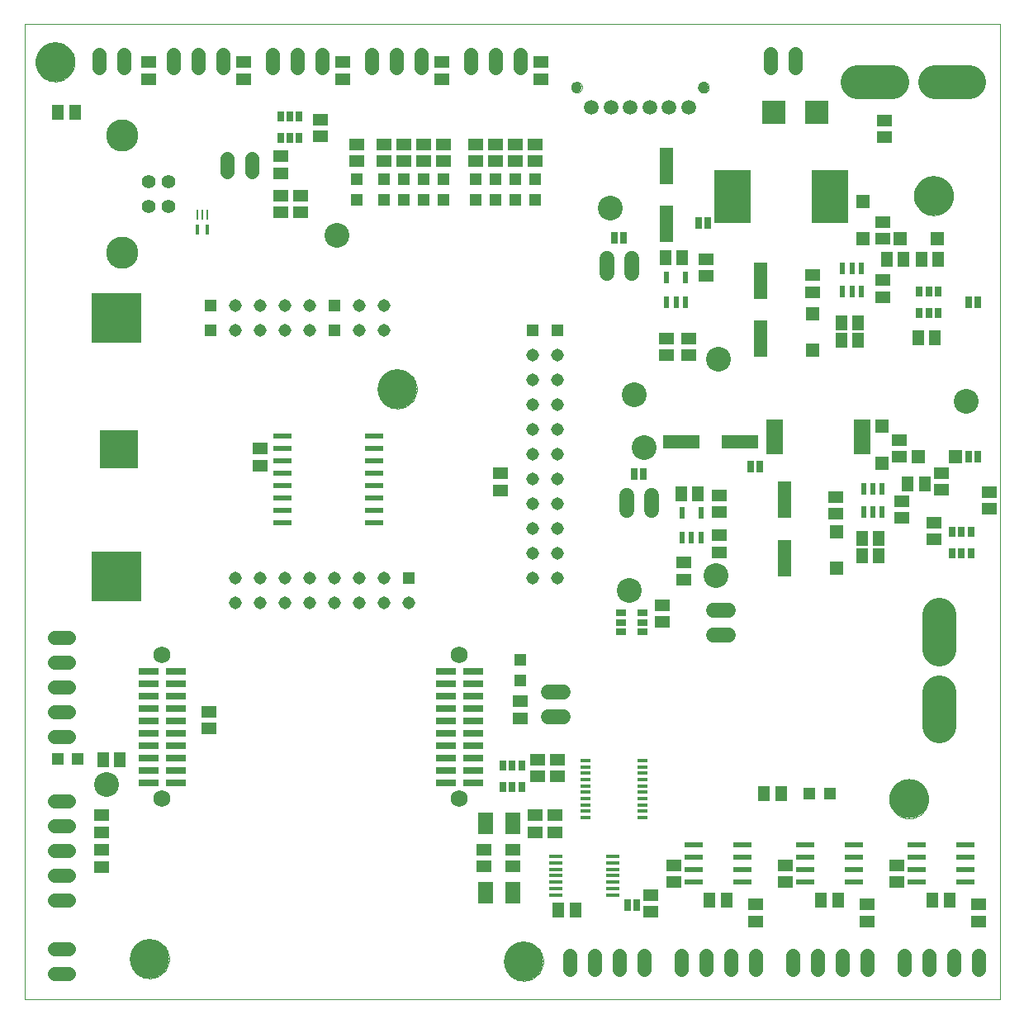
<source format=gts>
G75*
%MOIN*%
%OFA0B0*%
%FSLAX24Y24*%
%IPPOS*%
%LPD*%
%AMOC8*
5,1,8,0,0,1.08239X$1,22.5*
%
%ADD10C,0.0000*%
%ADD11C,0.1575*%
%ADD12C,0.1000*%
%ADD13R,0.0591X0.0512*%
%ADD14R,0.0200X0.0480*%
%ADD15R,0.0551X0.0551*%
%ADD16R,0.0512X0.0591*%
%ADD17R,0.0709X0.1417*%
%ADD18R,0.0551X0.1496*%
%ADD19C,0.0560*%
%ADD20R,0.0394X0.0276*%
%ADD21R,0.0472X0.0472*%
%ADD22C,0.1378*%
%ADD23C,0.0500*%
%ADD24R,0.1516X0.2165*%
%ADD25C,0.0515*%
%ADD26R,0.0515X0.0515*%
%ADD27R,0.0780X0.0210*%
%ADD28R,0.2000X0.2000*%
%ADD29R,0.1560X0.1560*%
%ADD30R,0.0276X0.0394*%
%ADD31R,0.0800X0.0300*%
%ADD32C,0.0236*%
%ADD33C,0.0690*%
%ADD34R,0.0780X0.0220*%
%ADD35R,0.0945X0.0945*%
%ADD36R,0.0630X0.0866*%
%ADD37R,0.0390X0.0120*%
%ADD38C,0.0600*%
%ADD39R,0.0100X0.0440*%
%ADD40R,0.0120X0.0440*%
%ADD41R,0.0220X0.0500*%
%ADD42R,0.1496X0.0551*%
%ADD43R,0.0250X0.0500*%
%ADD44C,0.0591*%
%ADD45C,0.0433*%
%ADD46C,0.0560*%
%ADD47C,0.1300*%
%ADD48R,0.0580X0.0140*%
D10*
X000930Y002430D02*
X000930Y041800D01*
X040300Y041800D01*
X040300Y002430D01*
X000930Y002430D01*
X005193Y004080D02*
X005195Y004136D01*
X005201Y004191D01*
X005211Y004245D01*
X005224Y004299D01*
X005242Y004352D01*
X005263Y004403D01*
X005287Y004453D01*
X005315Y004501D01*
X005347Y004547D01*
X005381Y004591D01*
X005419Y004632D01*
X005459Y004670D01*
X005502Y004705D01*
X005547Y004737D01*
X005595Y004766D01*
X005644Y004792D01*
X005695Y004814D01*
X005747Y004832D01*
X005801Y004846D01*
X005856Y004857D01*
X005911Y004864D01*
X005966Y004867D01*
X006022Y004866D01*
X006077Y004861D01*
X006132Y004852D01*
X006186Y004840D01*
X006239Y004823D01*
X006291Y004803D01*
X006341Y004779D01*
X006389Y004752D01*
X006436Y004722D01*
X006480Y004688D01*
X006522Y004651D01*
X006560Y004611D01*
X006597Y004569D01*
X006630Y004524D01*
X006659Y004478D01*
X006686Y004429D01*
X006708Y004378D01*
X006728Y004326D01*
X006743Y004272D01*
X006755Y004218D01*
X006763Y004163D01*
X006767Y004108D01*
X006767Y004052D01*
X006763Y003997D01*
X006755Y003942D01*
X006743Y003888D01*
X006728Y003834D01*
X006708Y003782D01*
X006686Y003731D01*
X006659Y003682D01*
X006630Y003636D01*
X006597Y003591D01*
X006560Y003549D01*
X006522Y003509D01*
X006480Y003472D01*
X006436Y003438D01*
X006389Y003408D01*
X006341Y003381D01*
X006291Y003357D01*
X006239Y003337D01*
X006186Y003320D01*
X006132Y003308D01*
X006077Y003299D01*
X006022Y003294D01*
X005966Y003293D01*
X005911Y003296D01*
X005856Y003303D01*
X005801Y003314D01*
X005747Y003328D01*
X005695Y003346D01*
X005644Y003368D01*
X005595Y003394D01*
X005547Y003423D01*
X005502Y003455D01*
X005459Y003490D01*
X005419Y003528D01*
X005381Y003569D01*
X005347Y003613D01*
X005315Y003659D01*
X005287Y003707D01*
X005263Y003757D01*
X005242Y003808D01*
X005224Y003861D01*
X005211Y003915D01*
X005201Y003969D01*
X005195Y004024D01*
X005193Y004080D01*
X006362Y010530D02*
X006364Y010551D01*
X006370Y010571D01*
X006379Y010591D01*
X006391Y010608D01*
X006406Y010622D01*
X006424Y010634D01*
X006444Y010642D01*
X006464Y010647D01*
X006485Y010648D01*
X006506Y010645D01*
X006526Y010639D01*
X006545Y010628D01*
X006562Y010615D01*
X006575Y010599D01*
X006586Y010581D01*
X006594Y010561D01*
X006598Y010541D01*
X006598Y010519D01*
X006594Y010499D01*
X006586Y010479D01*
X006575Y010461D01*
X006562Y010445D01*
X006545Y010432D01*
X006526Y010421D01*
X006506Y010415D01*
X006485Y010412D01*
X006464Y010413D01*
X006444Y010418D01*
X006424Y010426D01*
X006406Y010438D01*
X006391Y010452D01*
X006379Y010469D01*
X006370Y010489D01*
X006364Y010509D01*
X006362Y010530D01*
X006362Y016330D02*
X006364Y016351D01*
X006370Y016371D01*
X006379Y016391D01*
X006391Y016408D01*
X006406Y016422D01*
X006424Y016434D01*
X006444Y016442D01*
X006464Y016447D01*
X006485Y016448D01*
X006506Y016445D01*
X006526Y016439D01*
X006545Y016428D01*
X006562Y016415D01*
X006575Y016399D01*
X006586Y016381D01*
X006594Y016361D01*
X006598Y016341D01*
X006598Y016319D01*
X006594Y016299D01*
X006586Y016279D01*
X006575Y016261D01*
X006562Y016245D01*
X006545Y016232D01*
X006526Y016221D01*
X006506Y016215D01*
X006485Y016212D01*
X006464Y016213D01*
X006444Y016218D01*
X006424Y016226D01*
X006406Y016238D01*
X006391Y016252D01*
X006379Y016269D01*
X006370Y016289D01*
X006364Y016309D01*
X006362Y016330D01*
X015193Y027080D02*
X015195Y027136D01*
X015201Y027191D01*
X015211Y027245D01*
X015224Y027299D01*
X015242Y027352D01*
X015263Y027403D01*
X015287Y027453D01*
X015315Y027501D01*
X015347Y027547D01*
X015381Y027591D01*
X015419Y027632D01*
X015459Y027670D01*
X015502Y027705D01*
X015547Y027737D01*
X015595Y027766D01*
X015644Y027792D01*
X015695Y027814D01*
X015747Y027832D01*
X015801Y027846D01*
X015856Y027857D01*
X015911Y027864D01*
X015966Y027867D01*
X016022Y027866D01*
X016077Y027861D01*
X016132Y027852D01*
X016186Y027840D01*
X016239Y027823D01*
X016291Y027803D01*
X016341Y027779D01*
X016389Y027752D01*
X016436Y027722D01*
X016480Y027688D01*
X016522Y027651D01*
X016560Y027611D01*
X016597Y027569D01*
X016630Y027524D01*
X016659Y027478D01*
X016686Y027429D01*
X016708Y027378D01*
X016728Y027326D01*
X016743Y027272D01*
X016755Y027218D01*
X016763Y027163D01*
X016767Y027108D01*
X016767Y027052D01*
X016763Y026997D01*
X016755Y026942D01*
X016743Y026888D01*
X016728Y026834D01*
X016708Y026782D01*
X016686Y026731D01*
X016659Y026682D01*
X016630Y026636D01*
X016597Y026591D01*
X016560Y026549D01*
X016522Y026509D01*
X016480Y026472D01*
X016436Y026438D01*
X016389Y026408D01*
X016341Y026381D01*
X016291Y026357D01*
X016239Y026337D01*
X016186Y026320D01*
X016132Y026308D01*
X016077Y026299D01*
X016022Y026294D01*
X015966Y026293D01*
X015911Y026296D01*
X015856Y026303D01*
X015801Y026314D01*
X015747Y026328D01*
X015695Y026346D01*
X015644Y026368D01*
X015595Y026394D01*
X015547Y026423D01*
X015502Y026455D01*
X015459Y026490D01*
X015419Y026528D01*
X015381Y026569D01*
X015347Y026613D01*
X015315Y026659D01*
X015287Y026707D01*
X015263Y026757D01*
X015242Y026808D01*
X015224Y026861D01*
X015211Y026915D01*
X015201Y026969D01*
X015195Y027024D01*
X015193Y027080D01*
X018362Y016330D02*
X018364Y016351D01*
X018370Y016371D01*
X018379Y016391D01*
X018391Y016408D01*
X018406Y016422D01*
X018424Y016434D01*
X018444Y016442D01*
X018464Y016447D01*
X018485Y016448D01*
X018506Y016445D01*
X018526Y016439D01*
X018545Y016428D01*
X018562Y016415D01*
X018575Y016399D01*
X018586Y016381D01*
X018594Y016361D01*
X018598Y016341D01*
X018598Y016319D01*
X018594Y016299D01*
X018586Y016279D01*
X018575Y016261D01*
X018562Y016245D01*
X018545Y016232D01*
X018526Y016221D01*
X018506Y016215D01*
X018485Y016212D01*
X018464Y016213D01*
X018444Y016218D01*
X018424Y016226D01*
X018406Y016238D01*
X018391Y016252D01*
X018379Y016269D01*
X018370Y016289D01*
X018364Y016309D01*
X018362Y016330D01*
X018362Y010530D02*
X018364Y010551D01*
X018370Y010571D01*
X018379Y010591D01*
X018391Y010608D01*
X018406Y010622D01*
X018424Y010634D01*
X018444Y010642D01*
X018464Y010647D01*
X018485Y010648D01*
X018506Y010645D01*
X018526Y010639D01*
X018545Y010628D01*
X018562Y010615D01*
X018575Y010599D01*
X018586Y010581D01*
X018594Y010561D01*
X018598Y010541D01*
X018598Y010519D01*
X018594Y010499D01*
X018586Y010479D01*
X018575Y010461D01*
X018562Y010445D01*
X018545Y010432D01*
X018526Y010421D01*
X018506Y010415D01*
X018485Y010412D01*
X018464Y010413D01*
X018444Y010418D01*
X018424Y010426D01*
X018406Y010438D01*
X018391Y010452D01*
X018379Y010469D01*
X018370Y010489D01*
X018364Y010509D01*
X018362Y010530D01*
X020293Y003980D02*
X020295Y004036D01*
X020301Y004091D01*
X020311Y004145D01*
X020324Y004199D01*
X020342Y004252D01*
X020363Y004303D01*
X020387Y004353D01*
X020415Y004401D01*
X020447Y004447D01*
X020481Y004491D01*
X020519Y004532D01*
X020559Y004570D01*
X020602Y004605D01*
X020647Y004637D01*
X020695Y004666D01*
X020744Y004692D01*
X020795Y004714D01*
X020847Y004732D01*
X020901Y004746D01*
X020956Y004757D01*
X021011Y004764D01*
X021066Y004767D01*
X021122Y004766D01*
X021177Y004761D01*
X021232Y004752D01*
X021286Y004740D01*
X021339Y004723D01*
X021391Y004703D01*
X021441Y004679D01*
X021489Y004652D01*
X021536Y004622D01*
X021580Y004588D01*
X021622Y004551D01*
X021660Y004511D01*
X021697Y004469D01*
X021730Y004424D01*
X021759Y004378D01*
X021786Y004329D01*
X021808Y004278D01*
X021828Y004226D01*
X021843Y004172D01*
X021855Y004118D01*
X021863Y004063D01*
X021867Y004008D01*
X021867Y003952D01*
X021863Y003897D01*
X021855Y003842D01*
X021843Y003788D01*
X021828Y003734D01*
X021808Y003682D01*
X021786Y003631D01*
X021759Y003582D01*
X021730Y003536D01*
X021697Y003491D01*
X021660Y003449D01*
X021622Y003409D01*
X021580Y003372D01*
X021536Y003338D01*
X021489Y003308D01*
X021441Y003281D01*
X021391Y003257D01*
X021339Y003237D01*
X021286Y003220D01*
X021232Y003208D01*
X021177Y003199D01*
X021122Y003194D01*
X021066Y003193D01*
X021011Y003196D01*
X020956Y003203D01*
X020901Y003214D01*
X020847Y003228D01*
X020795Y003246D01*
X020744Y003268D01*
X020695Y003294D01*
X020647Y003323D01*
X020602Y003355D01*
X020559Y003390D01*
X020519Y003428D01*
X020481Y003469D01*
X020447Y003513D01*
X020415Y003559D01*
X020387Y003607D01*
X020363Y003657D01*
X020342Y003708D01*
X020324Y003761D01*
X020311Y003815D01*
X020301Y003869D01*
X020295Y003924D01*
X020293Y003980D01*
X035843Y010530D02*
X035845Y010586D01*
X035851Y010641D01*
X035861Y010695D01*
X035874Y010749D01*
X035892Y010802D01*
X035913Y010853D01*
X035937Y010903D01*
X035965Y010951D01*
X035997Y010997D01*
X036031Y011041D01*
X036069Y011082D01*
X036109Y011120D01*
X036152Y011155D01*
X036197Y011187D01*
X036245Y011216D01*
X036294Y011242D01*
X036345Y011264D01*
X036397Y011282D01*
X036451Y011296D01*
X036506Y011307D01*
X036561Y011314D01*
X036616Y011317D01*
X036672Y011316D01*
X036727Y011311D01*
X036782Y011302D01*
X036836Y011290D01*
X036889Y011273D01*
X036941Y011253D01*
X036991Y011229D01*
X037039Y011202D01*
X037086Y011172D01*
X037130Y011138D01*
X037172Y011101D01*
X037210Y011061D01*
X037247Y011019D01*
X037280Y010974D01*
X037309Y010928D01*
X037336Y010879D01*
X037358Y010828D01*
X037378Y010776D01*
X037393Y010722D01*
X037405Y010668D01*
X037413Y010613D01*
X037417Y010558D01*
X037417Y010502D01*
X037413Y010447D01*
X037405Y010392D01*
X037393Y010338D01*
X037378Y010284D01*
X037358Y010232D01*
X037336Y010181D01*
X037309Y010132D01*
X037280Y010086D01*
X037247Y010041D01*
X037210Y009999D01*
X037172Y009959D01*
X037130Y009922D01*
X037086Y009888D01*
X037039Y009858D01*
X036991Y009831D01*
X036941Y009807D01*
X036889Y009787D01*
X036836Y009770D01*
X036782Y009758D01*
X036727Y009749D01*
X036672Y009744D01*
X036616Y009743D01*
X036561Y009746D01*
X036506Y009753D01*
X036451Y009764D01*
X036397Y009778D01*
X036345Y009796D01*
X036294Y009818D01*
X036245Y009844D01*
X036197Y009873D01*
X036152Y009905D01*
X036109Y009940D01*
X036069Y009978D01*
X036031Y010019D01*
X035997Y010063D01*
X035965Y010109D01*
X035937Y010157D01*
X035913Y010207D01*
X035892Y010258D01*
X035874Y010311D01*
X035861Y010365D01*
X035851Y010419D01*
X035845Y010474D01*
X035843Y010530D01*
X037597Y013385D02*
X037599Y013416D01*
X037605Y013447D01*
X037615Y013477D01*
X037628Y013505D01*
X037645Y013532D01*
X037665Y013556D01*
X037688Y013578D01*
X037713Y013596D01*
X037741Y013611D01*
X037770Y013623D01*
X037800Y013631D01*
X037831Y013635D01*
X037863Y013635D01*
X037894Y013631D01*
X037924Y013623D01*
X037953Y013611D01*
X037981Y013596D01*
X038006Y013578D01*
X038029Y013556D01*
X038049Y013532D01*
X038066Y013505D01*
X038079Y013477D01*
X038089Y013447D01*
X038095Y013416D01*
X038097Y013385D01*
X038095Y013354D01*
X038089Y013323D01*
X038079Y013293D01*
X038066Y013265D01*
X038049Y013238D01*
X038029Y013214D01*
X038006Y013192D01*
X037981Y013174D01*
X037953Y013159D01*
X037924Y013147D01*
X037894Y013139D01*
X037863Y013135D01*
X037831Y013135D01*
X037800Y013139D01*
X037770Y013147D01*
X037741Y013159D01*
X037713Y013174D01*
X037688Y013192D01*
X037665Y013214D01*
X037645Y013238D01*
X037628Y013265D01*
X037615Y013293D01*
X037605Y013323D01*
X037599Y013354D01*
X037597Y013385D01*
X037597Y013435D02*
X037599Y013466D01*
X037605Y013497D01*
X037615Y013527D01*
X037628Y013555D01*
X037645Y013582D01*
X037665Y013606D01*
X037688Y013628D01*
X037713Y013646D01*
X037741Y013661D01*
X037770Y013673D01*
X037800Y013681D01*
X037831Y013685D01*
X037863Y013685D01*
X037894Y013681D01*
X037924Y013673D01*
X037953Y013661D01*
X037981Y013646D01*
X038006Y013628D01*
X038029Y013606D01*
X038049Y013582D01*
X038066Y013555D01*
X038079Y013527D01*
X038089Y013497D01*
X038095Y013466D01*
X038097Y013435D01*
X038095Y013404D01*
X038089Y013373D01*
X038079Y013343D01*
X038066Y013315D01*
X038049Y013288D01*
X038029Y013264D01*
X038006Y013242D01*
X037981Y013224D01*
X037953Y013209D01*
X037924Y013197D01*
X037894Y013189D01*
X037863Y013185D01*
X037831Y013185D01*
X037800Y013189D01*
X037770Y013197D01*
X037741Y013209D01*
X037713Y013224D01*
X037688Y013242D01*
X037665Y013264D01*
X037645Y013288D01*
X037628Y013315D01*
X037615Y013343D01*
X037605Y013373D01*
X037599Y013404D01*
X037597Y013435D01*
X037597Y013485D02*
X037599Y013516D01*
X037605Y013547D01*
X037615Y013577D01*
X037628Y013605D01*
X037645Y013632D01*
X037665Y013656D01*
X037688Y013678D01*
X037713Y013696D01*
X037741Y013711D01*
X037770Y013723D01*
X037800Y013731D01*
X037831Y013735D01*
X037863Y013735D01*
X037894Y013731D01*
X037924Y013723D01*
X037953Y013711D01*
X037981Y013696D01*
X038006Y013678D01*
X038029Y013656D01*
X038049Y013632D01*
X038066Y013605D01*
X038079Y013577D01*
X038089Y013547D01*
X038095Y013516D01*
X038097Y013485D01*
X038095Y013454D01*
X038089Y013423D01*
X038079Y013393D01*
X038066Y013365D01*
X038049Y013338D01*
X038029Y013314D01*
X038006Y013292D01*
X037981Y013274D01*
X037953Y013259D01*
X037924Y013247D01*
X037894Y013239D01*
X037863Y013235D01*
X037831Y013235D01*
X037800Y013239D01*
X037770Y013247D01*
X037741Y013259D01*
X037713Y013274D01*
X037688Y013292D01*
X037665Y013314D01*
X037645Y013338D01*
X037628Y013365D01*
X037615Y013393D01*
X037605Y013423D01*
X037599Y013454D01*
X037597Y013485D01*
X037597Y013535D02*
X037599Y013566D01*
X037605Y013597D01*
X037615Y013627D01*
X037628Y013655D01*
X037645Y013682D01*
X037665Y013706D01*
X037688Y013728D01*
X037713Y013746D01*
X037741Y013761D01*
X037770Y013773D01*
X037800Y013781D01*
X037831Y013785D01*
X037863Y013785D01*
X037894Y013781D01*
X037924Y013773D01*
X037953Y013761D01*
X037981Y013746D01*
X038006Y013728D01*
X038029Y013706D01*
X038049Y013682D01*
X038066Y013655D01*
X038079Y013627D01*
X038089Y013597D01*
X038095Y013566D01*
X038097Y013535D01*
X038095Y013504D01*
X038089Y013473D01*
X038079Y013443D01*
X038066Y013415D01*
X038049Y013388D01*
X038029Y013364D01*
X038006Y013342D01*
X037981Y013324D01*
X037953Y013309D01*
X037924Y013297D01*
X037894Y013289D01*
X037863Y013285D01*
X037831Y013285D01*
X037800Y013289D01*
X037770Y013297D01*
X037741Y013309D01*
X037713Y013324D01*
X037688Y013342D01*
X037665Y013364D01*
X037645Y013388D01*
X037628Y013415D01*
X037615Y013443D01*
X037605Y013473D01*
X037599Y013504D01*
X037597Y013535D01*
X037597Y013585D02*
X037599Y013616D01*
X037605Y013647D01*
X037615Y013677D01*
X037628Y013705D01*
X037645Y013732D01*
X037665Y013756D01*
X037688Y013778D01*
X037713Y013796D01*
X037741Y013811D01*
X037770Y013823D01*
X037800Y013831D01*
X037831Y013835D01*
X037863Y013835D01*
X037894Y013831D01*
X037924Y013823D01*
X037953Y013811D01*
X037981Y013796D01*
X038006Y013778D01*
X038029Y013756D01*
X038049Y013732D01*
X038066Y013705D01*
X038079Y013677D01*
X038089Y013647D01*
X038095Y013616D01*
X038097Y013585D01*
X038095Y013554D01*
X038089Y013523D01*
X038079Y013493D01*
X038066Y013465D01*
X038049Y013438D01*
X038029Y013414D01*
X038006Y013392D01*
X037981Y013374D01*
X037953Y013359D01*
X037924Y013347D01*
X037894Y013339D01*
X037863Y013335D01*
X037831Y013335D01*
X037800Y013339D01*
X037770Y013347D01*
X037741Y013359D01*
X037713Y013374D01*
X037688Y013392D01*
X037665Y013414D01*
X037645Y013438D01*
X037628Y013465D01*
X037615Y013493D01*
X037605Y013523D01*
X037599Y013554D01*
X037597Y013585D01*
X037597Y013635D02*
X037599Y013666D01*
X037605Y013697D01*
X037615Y013727D01*
X037628Y013755D01*
X037645Y013782D01*
X037665Y013806D01*
X037688Y013828D01*
X037713Y013846D01*
X037741Y013861D01*
X037770Y013873D01*
X037800Y013881D01*
X037831Y013885D01*
X037863Y013885D01*
X037894Y013881D01*
X037924Y013873D01*
X037953Y013861D01*
X037981Y013846D01*
X038006Y013828D01*
X038029Y013806D01*
X038049Y013782D01*
X038066Y013755D01*
X038079Y013727D01*
X038089Y013697D01*
X038095Y013666D01*
X038097Y013635D01*
X038095Y013604D01*
X038089Y013573D01*
X038079Y013543D01*
X038066Y013515D01*
X038049Y013488D01*
X038029Y013464D01*
X038006Y013442D01*
X037981Y013424D01*
X037953Y013409D01*
X037924Y013397D01*
X037894Y013389D01*
X037863Y013385D01*
X037831Y013385D01*
X037800Y013389D01*
X037770Y013397D01*
X037741Y013409D01*
X037713Y013424D01*
X037688Y013442D01*
X037665Y013464D01*
X037645Y013488D01*
X037628Y013515D01*
X037615Y013543D01*
X037605Y013573D01*
X037599Y013604D01*
X037597Y013635D01*
X037597Y013685D02*
X037599Y013716D01*
X037605Y013747D01*
X037615Y013777D01*
X037628Y013805D01*
X037645Y013832D01*
X037665Y013856D01*
X037688Y013878D01*
X037713Y013896D01*
X037741Y013911D01*
X037770Y013923D01*
X037800Y013931D01*
X037831Y013935D01*
X037863Y013935D01*
X037894Y013931D01*
X037924Y013923D01*
X037953Y013911D01*
X037981Y013896D01*
X038006Y013878D01*
X038029Y013856D01*
X038049Y013832D01*
X038066Y013805D01*
X038079Y013777D01*
X038089Y013747D01*
X038095Y013716D01*
X038097Y013685D01*
X038095Y013654D01*
X038089Y013623D01*
X038079Y013593D01*
X038066Y013565D01*
X038049Y013538D01*
X038029Y013514D01*
X038006Y013492D01*
X037981Y013474D01*
X037953Y013459D01*
X037924Y013447D01*
X037894Y013439D01*
X037863Y013435D01*
X037831Y013435D01*
X037800Y013439D01*
X037770Y013447D01*
X037741Y013459D01*
X037713Y013474D01*
X037688Y013492D01*
X037665Y013514D01*
X037645Y013538D01*
X037628Y013565D01*
X037615Y013593D01*
X037605Y013623D01*
X037599Y013654D01*
X037597Y013685D01*
X037597Y013735D02*
X037599Y013766D01*
X037605Y013797D01*
X037615Y013827D01*
X037628Y013855D01*
X037645Y013882D01*
X037665Y013906D01*
X037688Y013928D01*
X037713Y013946D01*
X037741Y013961D01*
X037770Y013973D01*
X037800Y013981D01*
X037831Y013985D01*
X037863Y013985D01*
X037894Y013981D01*
X037924Y013973D01*
X037953Y013961D01*
X037981Y013946D01*
X038006Y013928D01*
X038029Y013906D01*
X038049Y013882D01*
X038066Y013855D01*
X038079Y013827D01*
X038089Y013797D01*
X038095Y013766D01*
X038097Y013735D01*
X038095Y013704D01*
X038089Y013673D01*
X038079Y013643D01*
X038066Y013615D01*
X038049Y013588D01*
X038029Y013564D01*
X038006Y013542D01*
X037981Y013524D01*
X037953Y013509D01*
X037924Y013497D01*
X037894Y013489D01*
X037863Y013485D01*
X037831Y013485D01*
X037800Y013489D01*
X037770Y013497D01*
X037741Y013509D01*
X037713Y013524D01*
X037688Y013542D01*
X037665Y013564D01*
X037645Y013588D01*
X037628Y013615D01*
X037615Y013643D01*
X037605Y013673D01*
X037599Y013704D01*
X037597Y013735D01*
X037597Y013785D02*
X037599Y013816D01*
X037605Y013847D01*
X037615Y013877D01*
X037628Y013905D01*
X037645Y013932D01*
X037665Y013956D01*
X037688Y013978D01*
X037713Y013996D01*
X037741Y014011D01*
X037770Y014023D01*
X037800Y014031D01*
X037831Y014035D01*
X037863Y014035D01*
X037894Y014031D01*
X037924Y014023D01*
X037953Y014011D01*
X037981Y013996D01*
X038006Y013978D01*
X038029Y013956D01*
X038049Y013932D01*
X038066Y013905D01*
X038079Y013877D01*
X038089Y013847D01*
X038095Y013816D01*
X038097Y013785D01*
X038095Y013754D01*
X038089Y013723D01*
X038079Y013693D01*
X038066Y013665D01*
X038049Y013638D01*
X038029Y013614D01*
X038006Y013592D01*
X037981Y013574D01*
X037953Y013559D01*
X037924Y013547D01*
X037894Y013539D01*
X037863Y013535D01*
X037831Y013535D01*
X037800Y013539D01*
X037770Y013547D01*
X037741Y013559D01*
X037713Y013574D01*
X037688Y013592D01*
X037665Y013614D01*
X037645Y013638D01*
X037628Y013665D01*
X037615Y013693D01*
X037605Y013723D01*
X037599Y013754D01*
X037597Y013785D01*
X037597Y013835D02*
X037599Y013866D01*
X037605Y013897D01*
X037615Y013927D01*
X037628Y013955D01*
X037645Y013982D01*
X037665Y014006D01*
X037688Y014028D01*
X037713Y014046D01*
X037741Y014061D01*
X037770Y014073D01*
X037800Y014081D01*
X037831Y014085D01*
X037863Y014085D01*
X037894Y014081D01*
X037924Y014073D01*
X037953Y014061D01*
X037981Y014046D01*
X038006Y014028D01*
X038029Y014006D01*
X038049Y013982D01*
X038066Y013955D01*
X038079Y013927D01*
X038089Y013897D01*
X038095Y013866D01*
X038097Y013835D01*
X038095Y013804D01*
X038089Y013773D01*
X038079Y013743D01*
X038066Y013715D01*
X038049Y013688D01*
X038029Y013664D01*
X038006Y013642D01*
X037981Y013624D01*
X037953Y013609D01*
X037924Y013597D01*
X037894Y013589D01*
X037863Y013585D01*
X037831Y013585D01*
X037800Y013589D01*
X037770Y013597D01*
X037741Y013609D01*
X037713Y013624D01*
X037688Y013642D01*
X037665Y013664D01*
X037645Y013688D01*
X037628Y013715D01*
X037615Y013743D01*
X037605Y013773D01*
X037599Y013804D01*
X037597Y013835D01*
X037597Y013885D02*
X037599Y013916D01*
X037605Y013947D01*
X037615Y013977D01*
X037628Y014005D01*
X037645Y014032D01*
X037665Y014056D01*
X037688Y014078D01*
X037713Y014096D01*
X037741Y014111D01*
X037770Y014123D01*
X037800Y014131D01*
X037831Y014135D01*
X037863Y014135D01*
X037894Y014131D01*
X037924Y014123D01*
X037953Y014111D01*
X037981Y014096D01*
X038006Y014078D01*
X038029Y014056D01*
X038049Y014032D01*
X038066Y014005D01*
X038079Y013977D01*
X038089Y013947D01*
X038095Y013916D01*
X038097Y013885D01*
X038095Y013854D01*
X038089Y013823D01*
X038079Y013793D01*
X038066Y013765D01*
X038049Y013738D01*
X038029Y013714D01*
X038006Y013692D01*
X037981Y013674D01*
X037953Y013659D01*
X037924Y013647D01*
X037894Y013639D01*
X037863Y013635D01*
X037831Y013635D01*
X037800Y013639D01*
X037770Y013647D01*
X037741Y013659D01*
X037713Y013674D01*
X037688Y013692D01*
X037665Y013714D01*
X037645Y013738D01*
X037628Y013765D01*
X037615Y013793D01*
X037605Y013823D01*
X037599Y013854D01*
X037597Y013885D01*
X037597Y013935D02*
X037599Y013966D01*
X037605Y013997D01*
X037615Y014027D01*
X037628Y014055D01*
X037645Y014082D01*
X037665Y014106D01*
X037688Y014128D01*
X037713Y014146D01*
X037741Y014161D01*
X037770Y014173D01*
X037800Y014181D01*
X037831Y014185D01*
X037863Y014185D01*
X037894Y014181D01*
X037924Y014173D01*
X037953Y014161D01*
X037981Y014146D01*
X038006Y014128D01*
X038029Y014106D01*
X038049Y014082D01*
X038066Y014055D01*
X038079Y014027D01*
X038089Y013997D01*
X038095Y013966D01*
X038097Y013935D01*
X038095Y013904D01*
X038089Y013873D01*
X038079Y013843D01*
X038066Y013815D01*
X038049Y013788D01*
X038029Y013764D01*
X038006Y013742D01*
X037981Y013724D01*
X037953Y013709D01*
X037924Y013697D01*
X037894Y013689D01*
X037863Y013685D01*
X037831Y013685D01*
X037800Y013689D01*
X037770Y013697D01*
X037741Y013709D01*
X037713Y013724D01*
X037688Y013742D01*
X037665Y013764D01*
X037645Y013788D01*
X037628Y013815D01*
X037615Y013843D01*
X037605Y013873D01*
X037599Y013904D01*
X037597Y013935D01*
X037597Y013985D02*
X037599Y014016D01*
X037605Y014047D01*
X037615Y014077D01*
X037628Y014105D01*
X037645Y014132D01*
X037665Y014156D01*
X037688Y014178D01*
X037713Y014196D01*
X037741Y014211D01*
X037770Y014223D01*
X037800Y014231D01*
X037831Y014235D01*
X037863Y014235D01*
X037894Y014231D01*
X037924Y014223D01*
X037953Y014211D01*
X037981Y014196D01*
X038006Y014178D01*
X038029Y014156D01*
X038049Y014132D01*
X038066Y014105D01*
X038079Y014077D01*
X038089Y014047D01*
X038095Y014016D01*
X038097Y013985D01*
X038095Y013954D01*
X038089Y013923D01*
X038079Y013893D01*
X038066Y013865D01*
X038049Y013838D01*
X038029Y013814D01*
X038006Y013792D01*
X037981Y013774D01*
X037953Y013759D01*
X037924Y013747D01*
X037894Y013739D01*
X037863Y013735D01*
X037831Y013735D01*
X037800Y013739D01*
X037770Y013747D01*
X037741Y013759D01*
X037713Y013774D01*
X037688Y013792D01*
X037665Y013814D01*
X037645Y013838D01*
X037628Y013865D01*
X037615Y013893D01*
X037605Y013923D01*
X037599Y013954D01*
X037597Y013985D01*
X037597Y014035D02*
X037599Y014066D01*
X037605Y014097D01*
X037615Y014127D01*
X037628Y014155D01*
X037645Y014182D01*
X037665Y014206D01*
X037688Y014228D01*
X037713Y014246D01*
X037741Y014261D01*
X037770Y014273D01*
X037800Y014281D01*
X037831Y014285D01*
X037863Y014285D01*
X037894Y014281D01*
X037924Y014273D01*
X037953Y014261D01*
X037981Y014246D01*
X038006Y014228D01*
X038029Y014206D01*
X038049Y014182D01*
X038066Y014155D01*
X038079Y014127D01*
X038089Y014097D01*
X038095Y014066D01*
X038097Y014035D01*
X038095Y014004D01*
X038089Y013973D01*
X038079Y013943D01*
X038066Y013915D01*
X038049Y013888D01*
X038029Y013864D01*
X038006Y013842D01*
X037981Y013824D01*
X037953Y013809D01*
X037924Y013797D01*
X037894Y013789D01*
X037863Y013785D01*
X037831Y013785D01*
X037800Y013789D01*
X037770Y013797D01*
X037741Y013809D01*
X037713Y013824D01*
X037688Y013842D01*
X037665Y013864D01*
X037645Y013888D01*
X037628Y013915D01*
X037615Y013943D01*
X037605Y013973D01*
X037599Y014004D01*
X037597Y014035D01*
X037597Y014085D02*
X037599Y014116D01*
X037605Y014147D01*
X037615Y014177D01*
X037628Y014205D01*
X037645Y014232D01*
X037665Y014256D01*
X037688Y014278D01*
X037713Y014296D01*
X037741Y014311D01*
X037770Y014323D01*
X037800Y014331D01*
X037831Y014335D01*
X037863Y014335D01*
X037894Y014331D01*
X037924Y014323D01*
X037953Y014311D01*
X037981Y014296D01*
X038006Y014278D01*
X038029Y014256D01*
X038049Y014232D01*
X038066Y014205D01*
X038079Y014177D01*
X038089Y014147D01*
X038095Y014116D01*
X038097Y014085D01*
X038095Y014054D01*
X038089Y014023D01*
X038079Y013993D01*
X038066Y013965D01*
X038049Y013938D01*
X038029Y013914D01*
X038006Y013892D01*
X037981Y013874D01*
X037953Y013859D01*
X037924Y013847D01*
X037894Y013839D01*
X037863Y013835D01*
X037831Y013835D01*
X037800Y013839D01*
X037770Y013847D01*
X037741Y013859D01*
X037713Y013874D01*
X037688Y013892D01*
X037665Y013914D01*
X037645Y013938D01*
X037628Y013965D01*
X037615Y013993D01*
X037605Y014023D01*
X037599Y014054D01*
X037597Y014085D01*
X037597Y014135D02*
X037599Y014166D01*
X037605Y014197D01*
X037615Y014227D01*
X037628Y014255D01*
X037645Y014282D01*
X037665Y014306D01*
X037688Y014328D01*
X037713Y014346D01*
X037741Y014361D01*
X037770Y014373D01*
X037800Y014381D01*
X037831Y014385D01*
X037863Y014385D01*
X037894Y014381D01*
X037924Y014373D01*
X037953Y014361D01*
X037981Y014346D01*
X038006Y014328D01*
X038029Y014306D01*
X038049Y014282D01*
X038066Y014255D01*
X038079Y014227D01*
X038089Y014197D01*
X038095Y014166D01*
X038097Y014135D01*
X038095Y014104D01*
X038089Y014073D01*
X038079Y014043D01*
X038066Y014015D01*
X038049Y013988D01*
X038029Y013964D01*
X038006Y013942D01*
X037981Y013924D01*
X037953Y013909D01*
X037924Y013897D01*
X037894Y013889D01*
X037863Y013885D01*
X037831Y013885D01*
X037800Y013889D01*
X037770Y013897D01*
X037741Y013909D01*
X037713Y013924D01*
X037688Y013942D01*
X037665Y013964D01*
X037645Y013988D01*
X037628Y014015D01*
X037615Y014043D01*
X037605Y014073D01*
X037599Y014104D01*
X037597Y014135D01*
X037599Y014166D01*
X037605Y014197D01*
X037615Y014227D01*
X037628Y014255D01*
X037645Y014282D01*
X037665Y014306D01*
X037688Y014328D01*
X037713Y014346D01*
X037741Y014361D01*
X037770Y014373D01*
X037800Y014381D01*
X037831Y014385D01*
X037863Y014385D01*
X037894Y014381D01*
X037924Y014373D01*
X037953Y014361D01*
X037981Y014346D01*
X038006Y014328D01*
X038029Y014306D01*
X038049Y014282D01*
X038066Y014255D01*
X038079Y014227D01*
X038089Y014197D01*
X038095Y014166D01*
X038097Y014135D01*
X038095Y014104D01*
X038089Y014073D01*
X038079Y014043D01*
X038066Y014015D01*
X038049Y013988D01*
X038029Y013964D01*
X038006Y013942D01*
X037981Y013924D01*
X037953Y013909D01*
X037924Y013897D01*
X037894Y013889D01*
X037863Y013885D01*
X037831Y013885D01*
X037800Y013889D01*
X037770Y013897D01*
X037741Y013909D01*
X037713Y013924D01*
X037688Y013942D01*
X037665Y013964D01*
X037645Y013988D01*
X037628Y014015D01*
X037615Y014043D01*
X037605Y014073D01*
X037599Y014104D01*
X037597Y014135D01*
X037597Y014185D02*
X037599Y014216D01*
X037605Y014247D01*
X037615Y014277D01*
X037628Y014305D01*
X037645Y014332D01*
X037665Y014356D01*
X037688Y014378D01*
X037713Y014396D01*
X037741Y014411D01*
X037770Y014423D01*
X037800Y014431D01*
X037831Y014435D01*
X037863Y014435D01*
X037894Y014431D01*
X037924Y014423D01*
X037953Y014411D01*
X037981Y014396D01*
X038006Y014378D01*
X038029Y014356D01*
X038049Y014332D01*
X038066Y014305D01*
X038079Y014277D01*
X038089Y014247D01*
X038095Y014216D01*
X038097Y014185D01*
X038095Y014154D01*
X038089Y014123D01*
X038079Y014093D01*
X038066Y014065D01*
X038049Y014038D01*
X038029Y014014D01*
X038006Y013992D01*
X037981Y013974D01*
X037953Y013959D01*
X037924Y013947D01*
X037894Y013939D01*
X037863Y013935D01*
X037831Y013935D01*
X037800Y013939D01*
X037770Y013947D01*
X037741Y013959D01*
X037713Y013974D01*
X037688Y013992D01*
X037665Y014014D01*
X037645Y014038D01*
X037628Y014065D01*
X037615Y014093D01*
X037605Y014123D01*
X037599Y014154D01*
X037597Y014185D01*
X037597Y014235D02*
X037599Y014266D01*
X037605Y014297D01*
X037615Y014327D01*
X037628Y014355D01*
X037645Y014382D01*
X037665Y014406D01*
X037688Y014428D01*
X037713Y014446D01*
X037741Y014461D01*
X037770Y014473D01*
X037800Y014481D01*
X037831Y014485D01*
X037863Y014485D01*
X037894Y014481D01*
X037924Y014473D01*
X037953Y014461D01*
X037981Y014446D01*
X038006Y014428D01*
X038029Y014406D01*
X038049Y014382D01*
X038066Y014355D01*
X038079Y014327D01*
X038089Y014297D01*
X038095Y014266D01*
X038097Y014235D01*
X038095Y014204D01*
X038089Y014173D01*
X038079Y014143D01*
X038066Y014115D01*
X038049Y014088D01*
X038029Y014064D01*
X038006Y014042D01*
X037981Y014024D01*
X037953Y014009D01*
X037924Y013997D01*
X037894Y013989D01*
X037863Y013985D01*
X037831Y013985D01*
X037800Y013989D01*
X037770Y013997D01*
X037741Y014009D01*
X037713Y014024D01*
X037688Y014042D01*
X037665Y014064D01*
X037645Y014088D01*
X037628Y014115D01*
X037615Y014143D01*
X037605Y014173D01*
X037599Y014204D01*
X037597Y014235D01*
X037599Y014266D01*
X037605Y014297D01*
X037615Y014327D01*
X037628Y014355D01*
X037645Y014382D01*
X037665Y014406D01*
X037688Y014428D01*
X037713Y014446D01*
X037741Y014461D01*
X037770Y014473D01*
X037800Y014481D01*
X037831Y014485D01*
X037863Y014485D01*
X037894Y014481D01*
X037924Y014473D01*
X037953Y014461D01*
X037981Y014446D01*
X038006Y014428D01*
X038029Y014406D01*
X038049Y014382D01*
X038066Y014355D01*
X038079Y014327D01*
X038089Y014297D01*
X038095Y014266D01*
X038097Y014235D01*
X038095Y014204D01*
X038089Y014173D01*
X038079Y014143D01*
X038066Y014115D01*
X038049Y014088D01*
X038029Y014064D01*
X038006Y014042D01*
X037981Y014024D01*
X037953Y014009D01*
X037924Y013997D01*
X037894Y013989D01*
X037863Y013985D01*
X037831Y013985D01*
X037800Y013989D01*
X037770Y013997D01*
X037741Y014009D01*
X037713Y014024D01*
X037688Y014042D01*
X037665Y014064D01*
X037645Y014088D01*
X037628Y014115D01*
X037615Y014143D01*
X037605Y014173D01*
X037599Y014204D01*
X037597Y014235D01*
X037597Y014285D02*
X037599Y014316D01*
X037605Y014347D01*
X037615Y014377D01*
X037628Y014405D01*
X037645Y014432D01*
X037665Y014456D01*
X037688Y014478D01*
X037713Y014496D01*
X037741Y014511D01*
X037770Y014523D01*
X037800Y014531D01*
X037831Y014535D01*
X037863Y014535D01*
X037894Y014531D01*
X037924Y014523D01*
X037953Y014511D01*
X037981Y014496D01*
X038006Y014478D01*
X038029Y014456D01*
X038049Y014432D01*
X038066Y014405D01*
X038079Y014377D01*
X038089Y014347D01*
X038095Y014316D01*
X038097Y014285D01*
X038095Y014254D01*
X038089Y014223D01*
X038079Y014193D01*
X038066Y014165D01*
X038049Y014138D01*
X038029Y014114D01*
X038006Y014092D01*
X037981Y014074D01*
X037953Y014059D01*
X037924Y014047D01*
X037894Y014039D01*
X037863Y014035D01*
X037831Y014035D01*
X037800Y014039D01*
X037770Y014047D01*
X037741Y014059D01*
X037713Y014074D01*
X037688Y014092D01*
X037665Y014114D01*
X037645Y014138D01*
X037628Y014165D01*
X037615Y014193D01*
X037605Y014223D01*
X037599Y014254D01*
X037597Y014285D01*
X037599Y014316D01*
X037605Y014347D01*
X037615Y014377D01*
X037628Y014405D01*
X037645Y014432D01*
X037665Y014456D01*
X037688Y014478D01*
X037713Y014496D01*
X037741Y014511D01*
X037770Y014523D01*
X037800Y014531D01*
X037831Y014535D01*
X037863Y014535D01*
X037894Y014531D01*
X037924Y014523D01*
X037953Y014511D01*
X037981Y014496D01*
X038006Y014478D01*
X038029Y014456D01*
X038049Y014432D01*
X038066Y014405D01*
X038079Y014377D01*
X038089Y014347D01*
X038095Y014316D01*
X038097Y014285D01*
X038095Y014254D01*
X038089Y014223D01*
X038079Y014193D01*
X038066Y014165D01*
X038049Y014138D01*
X038029Y014114D01*
X038006Y014092D01*
X037981Y014074D01*
X037953Y014059D01*
X037924Y014047D01*
X037894Y014039D01*
X037863Y014035D01*
X037831Y014035D01*
X037800Y014039D01*
X037770Y014047D01*
X037741Y014059D01*
X037713Y014074D01*
X037688Y014092D01*
X037665Y014114D01*
X037645Y014138D01*
X037628Y014165D01*
X037615Y014193D01*
X037605Y014223D01*
X037599Y014254D01*
X037597Y014285D01*
X037599Y014316D01*
X037605Y014347D01*
X037615Y014377D01*
X037628Y014405D01*
X037645Y014432D01*
X037665Y014456D01*
X037688Y014478D01*
X037713Y014496D01*
X037741Y014511D01*
X037770Y014523D01*
X037800Y014531D01*
X037831Y014535D01*
X037863Y014535D01*
X037894Y014531D01*
X037924Y014523D01*
X037953Y014511D01*
X037981Y014496D01*
X038006Y014478D01*
X038029Y014456D01*
X038049Y014432D01*
X038066Y014405D01*
X038079Y014377D01*
X038089Y014347D01*
X038095Y014316D01*
X038097Y014285D01*
X038095Y014254D01*
X038089Y014223D01*
X038079Y014193D01*
X038066Y014165D01*
X038049Y014138D01*
X038029Y014114D01*
X038006Y014092D01*
X037981Y014074D01*
X037953Y014059D01*
X037924Y014047D01*
X037894Y014039D01*
X037863Y014035D01*
X037831Y014035D01*
X037800Y014039D01*
X037770Y014047D01*
X037741Y014059D01*
X037713Y014074D01*
X037688Y014092D01*
X037665Y014114D01*
X037645Y014138D01*
X037628Y014165D01*
X037615Y014193D01*
X037605Y014223D01*
X037599Y014254D01*
X037597Y014285D01*
X037597Y014335D02*
X037599Y014366D01*
X037605Y014397D01*
X037615Y014427D01*
X037628Y014455D01*
X037645Y014482D01*
X037665Y014506D01*
X037688Y014528D01*
X037713Y014546D01*
X037741Y014561D01*
X037770Y014573D01*
X037800Y014581D01*
X037831Y014585D01*
X037863Y014585D01*
X037894Y014581D01*
X037924Y014573D01*
X037953Y014561D01*
X037981Y014546D01*
X038006Y014528D01*
X038029Y014506D01*
X038049Y014482D01*
X038066Y014455D01*
X038079Y014427D01*
X038089Y014397D01*
X038095Y014366D01*
X038097Y014335D01*
X038095Y014304D01*
X038089Y014273D01*
X038079Y014243D01*
X038066Y014215D01*
X038049Y014188D01*
X038029Y014164D01*
X038006Y014142D01*
X037981Y014124D01*
X037953Y014109D01*
X037924Y014097D01*
X037894Y014089D01*
X037863Y014085D01*
X037831Y014085D01*
X037800Y014089D01*
X037770Y014097D01*
X037741Y014109D01*
X037713Y014124D01*
X037688Y014142D01*
X037665Y014164D01*
X037645Y014188D01*
X037628Y014215D01*
X037615Y014243D01*
X037605Y014273D01*
X037599Y014304D01*
X037597Y014335D01*
X037599Y014366D01*
X037605Y014397D01*
X037615Y014427D01*
X037628Y014455D01*
X037645Y014482D01*
X037665Y014506D01*
X037688Y014528D01*
X037713Y014546D01*
X037741Y014561D01*
X037770Y014573D01*
X037800Y014581D01*
X037831Y014585D01*
X037863Y014585D01*
X037894Y014581D01*
X037924Y014573D01*
X037953Y014561D01*
X037981Y014546D01*
X038006Y014528D01*
X038029Y014506D01*
X038049Y014482D01*
X038066Y014455D01*
X038079Y014427D01*
X038089Y014397D01*
X038095Y014366D01*
X038097Y014335D01*
X038095Y014304D01*
X038089Y014273D01*
X038079Y014243D01*
X038066Y014215D01*
X038049Y014188D01*
X038029Y014164D01*
X038006Y014142D01*
X037981Y014124D01*
X037953Y014109D01*
X037924Y014097D01*
X037894Y014089D01*
X037863Y014085D01*
X037831Y014085D01*
X037800Y014089D01*
X037770Y014097D01*
X037741Y014109D01*
X037713Y014124D01*
X037688Y014142D01*
X037665Y014164D01*
X037645Y014188D01*
X037628Y014215D01*
X037615Y014243D01*
X037605Y014273D01*
X037599Y014304D01*
X037597Y014335D01*
X037597Y014385D02*
X037599Y014416D01*
X037605Y014447D01*
X037615Y014477D01*
X037628Y014505D01*
X037645Y014532D01*
X037665Y014556D01*
X037688Y014578D01*
X037713Y014596D01*
X037741Y014611D01*
X037770Y014623D01*
X037800Y014631D01*
X037831Y014635D01*
X037863Y014635D01*
X037894Y014631D01*
X037924Y014623D01*
X037953Y014611D01*
X037981Y014596D01*
X038006Y014578D01*
X038029Y014556D01*
X038049Y014532D01*
X038066Y014505D01*
X038079Y014477D01*
X038089Y014447D01*
X038095Y014416D01*
X038097Y014385D01*
X038095Y014354D01*
X038089Y014323D01*
X038079Y014293D01*
X038066Y014265D01*
X038049Y014238D01*
X038029Y014214D01*
X038006Y014192D01*
X037981Y014174D01*
X037953Y014159D01*
X037924Y014147D01*
X037894Y014139D01*
X037863Y014135D01*
X037831Y014135D01*
X037800Y014139D01*
X037770Y014147D01*
X037741Y014159D01*
X037713Y014174D01*
X037688Y014192D01*
X037665Y014214D01*
X037645Y014238D01*
X037628Y014265D01*
X037615Y014293D01*
X037605Y014323D01*
X037599Y014354D01*
X037597Y014385D01*
X037597Y014444D02*
X037599Y014475D01*
X037605Y014506D01*
X037615Y014536D01*
X037628Y014564D01*
X037645Y014591D01*
X037665Y014615D01*
X037688Y014637D01*
X037713Y014655D01*
X037741Y014670D01*
X037770Y014682D01*
X037800Y014690D01*
X037831Y014694D01*
X037863Y014694D01*
X037894Y014690D01*
X037924Y014682D01*
X037953Y014670D01*
X037981Y014655D01*
X038006Y014637D01*
X038029Y014615D01*
X038049Y014591D01*
X038066Y014564D01*
X038079Y014536D01*
X038089Y014506D01*
X038095Y014475D01*
X038097Y014444D01*
X038095Y014413D01*
X038089Y014382D01*
X038079Y014352D01*
X038066Y014324D01*
X038049Y014297D01*
X038029Y014273D01*
X038006Y014251D01*
X037981Y014233D01*
X037953Y014218D01*
X037924Y014206D01*
X037894Y014198D01*
X037863Y014194D01*
X037831Y014194D01*
X037800Y014198D01*
X037770Y014206D01*
X037741Y014218D01*
X037713Y014233D01*
X037688Y014251D01*
X037665Y014273D01*
X037645Y014297D01*
X037628Y014324D01*
X037615Y014352D01*
X037605Y014382D01*
X037599Y014413D01*
X037597Y014444D01*
X037597Y014494D02*
X037599Y014525D01*
X037605Y014556D01*
X037615Y014586D01*
X037628Y014614D01*
X037645Y014641D01*
X037665Y014665D01*
X037688Y014687D01*
X037713Y014705D01*
X037741Y014720D01*
X037770Y014732D01*
X037800Y014740D01*
X037831Y014744D01*
X037863Y014744D01*
X037894Y014740D01*
X037924Y014732D01*
X037953Y014720D01*
X037981Y014705D01*
X038006Y014687D01*
X038029Y014665D01*
X038049Y014641D01*
X038066Y014614D01*
X038079Y014586D01*
X038089Y014556D01*
X038095Y014525D01*
X038097Y014494D01*
X038095Y014463D01*
X038089Y014432D01*
X038079Y014402D01*
X038066Y014374D01*
X038049Y014347D01*
X038029Y014323D01*
X038006Y014301D01*
X037981Y014283D01*
X037953Y014268D01*
X037924Y014256D01*
X037894Y014248D01*
X037863Y014244D01*
X037831Y014244D01*
X037800Y014248D01*
X037770Y014256D01*
X037741Y014268D01*
X037713Y014283D01*
X037688Y014301D01*
X037665Y014323D01*
X037645Y014347D01*
X037628Y014374D01*
X037615Y014402D01*
X037605Y014432D01*
X037599Y014463D01*
X037597Y014494D01*
X037597Y014544D02*
X037599Y014575D01*
X037605Y014606D01*
X037615Y014636D01*
X037628Y014664D01*
X037645Y014691D01*
X037665Y014715D01*
X037688Y014737D01*
X037713Y014755D01*
X037741Y014770D01*
X037770Y014782D01*
X037800Y014790D01*
X037831Y014794D01*
X037863Y014794D01*
X037894Y014790D01*
X037924Y014782D01*
X037953Y014770D01*
X037981Y014755D01*
X038006Y014737D01*
X038029Y014715D01*
X038049Y014691D01*
X038066Y014664D01*
X038079Y014636D01*
X038089Y014606D01*
X038095Y014575D01*
X038097Y014544D01*
X038095Y014513D01*
X038089Y014482D01*
X038079Y014452D01*
X038066Y014424D01*
X038049Y014397D01*
X038029Y014373D01*
X038006Y014351D01*
X037981Y014333D01*
X037953Y014318D01*
X037924Y014306D01*
X037894Y014298D01*
X037863Y014294D01*
X037831Y014294D01*
X037800Y014298D01*
X037770Y014306D01*
X037741Y014318D01*
X037713Y014333D01*
X037688Y014351D01*
X037665Y014373D01*
X037645Y014397D01*
X037628Y014424D01*
X037615Y014452D01*
X037605Y014482D01*
X037599Y014513D01*
X037597Y014544D01*
X037597Y014594D02*
X037599Y014625D01*
X037605Y014656D01*
X037615Y014686D01*
X037628Y014714D01*
X037645Y014741D01*
X037665Y014765D01*
X037688Y014787D01*
X037713Y014805D01*
X037741Y014820D01*
X037770Y014832D01*
X037800Y014840D01*
X037831Y014844D01*
X037863Y014844D01*
X037894Y014840D01*
X037924Y014832D01*
X037953Y014820D01*
X037981Y014805D01*
X038006Y014787D01*
X038029Y014765D01*
X038049Y014741D01*
X038066Y014714D01*
X038079Y014686D01*
X038089Y014656D01*
X038095Y014625D01*
X038097Y014594D01*
X038095Y014563D01*
X038089Y014532D01*
X038079Y014502D01*
X038066Y014474D01*
X038049Y014447D01*
X038029Y014423D01*
X038006Y014401D01*
X037981Y014383D01*
X037953Y014368D01*
X037924Y014356D01*
X037894Y014348D01*
X037863Y014344D01*
X037831Y014344D01*
X037800Y014348D01*
X037770Y014356D01*
X037741Y014368D01*
X037713Y014383D01*
X037688Y014401D01*
X037665Y014423D01*
X037645Y014447D01*
X037628Y014474D01*
X037615Y014502D01*
X037605Y014532D01*
X037599Y014563D01*
X037597Y014594D01*
X037597Y014644D02*
X037599Y014675D01*
X037605Y014706D01*
X037615Y014736D01*
X037628Y014764D01*
X037645Y014791D01*
X037665Y014815D01*
X037688Y014837D01*
X037713Y014855D01*
X037741Y014870D01*
X037770Y014882D01*
X037800Y014890D01*
X037831Y014894D01*
X037863Y014894D01*
X037894Y014890D01*
X037924Y014882D01*
X037953Y014870D01*
X037981Y014855D01*
X038006Y014837D01*
X038029Y014815D01*
X038049Y014791D01*
X038066Y014764D01*
X038079Y014736D01*
X038089Y014706D01*
X038095Y014675D01*
X038097Y014644D01*
X038095Y014613D01*
X038089Y014582D01*
X038079Y014552D01*
X038066Y014524D01*
X038049Y014497D01*
X038029Y014473D01*
X038006Y014451D01*
X037981Y014433D01*
X037953Y014418D01*
X037924Y014406D01*
X037894Y014398D01*
X037863Y014394D01*
X037831Y014394D01*
X037800Y014398D01*
X037770Y014406D01*
X037741Y014418D01*
X037713Y014433D01*
X037688Y014451D01*
X037665Y014473D01*
X037645Y014497D01*
X037628Y014524D01*
X037615Y014552D01*
X037605Y014582D01*
X037599Y014613D01*
X037597Y014644D01*
X037597Y014694D02*
X037599Y014725D01*
X037605Y014756D01*
X037615Y014786D01*
X037628Y014814D01*
X037645Y014841D01*
X037665Y014865D01*
X037688Y014887D01*
X037713Y014905D01*
X037741Y014920D01*
X037770Y014932D01*
X037800Y014940D01*
X037831Y014944D01*
X037863Y014944D01*
X037894Y014940D01*
X037924Y014932D01*
X037953Y014920D01*
X037981Y014905D01*
X038006Y014887D01*
X038029Y014865D01*
X038049Y014841D01*
X038066Y014814D01*
X038079Y014786D01*
X038089Y014756D01*
X038095Y014725D01*
X038097Y014694D01*
X038095Y014663D01*
X038089Y014632D01*
X038079Y014602D01*
X038066Y014574D01*
X038049Y014547D01*
X038029Y014523D01*
X038006Y014501D01*
X037981Y014483D01*
X037953Y014468D01*
X037924Y014456D01*
X037894Y014448D01*
X037863Y014444D01*
X037831Y014444D01*
X037800Y014448D01*
X037770Y014456D01*
X037741Y014468D01*
X037713Y014483D01*
X037688Y014501D01*
X037665Y014523D01*
X037645Y014547D01*
X037628Y014574D01*
X037615Y014602D01*
X037605Y014632D01*
X037599Y014663D01*
X037597Y014694D01*
X037597Y014744D02*
X037599Y014775D01*
X037605Y014806D01*
X037615Y014836D01*
X037628Y014864D01*
X037645Y014891D01*
X037665Y014915D01*
X037688Y014937D01*
X037713Y014955D01*
X037741Y014970D01*
X037770Y014982D01*
X037800Y014990D01*
X037831Y014994D01*
X037863Y014994D01*
X037894Y014990D01*
X037924Y014982D01*
X037953Y014970D01*
X037981Y014955D01*
X038006Y014937D01*
X038029Y014915D01*
X038049Y014891D01*
X038066Y014864D01*
X038079Y014836D01*
X038089Y014806D01*
X038095Y014775D01*
X038097Y014744D01*
X038095Y014713D01*
X038089Y014682D01*
X038079Y014652D01*
X038066Y014624D01*
X038049Y014597D01*
X038029Y014573D01*
X038006Y014551D01*
X037981Y014533D01*
X037953Y014518D01*
X037924Y014506D01*
X037894Y014498D01*
X037863Y014494D01*
X037831Y014494D01*
X037800Y014498D01*
X037770Y014506D01*
X037741Y014518D01*
X037713Y014533D01*
X037688Y014551D01*
X037665Y014573D01*
X037645Y014597D01*
X037628Y014624D01*
X037615Y014652D01*
X037605Y014682D01*
X037599Y014713D01*
X037597Y014744D01*
X037597Y014794D02*
X037599Y014825D01*
X037605Y014856D01*
X037615Y014886D01*
X037628Y014914D01*
X037645Y014941D01*
X037665Y014965D01*
X037688Y014987D01*
X037713Y015005D01*
X037741Y015020D01*
X037770Y015032D01*
X037800Y015040D01*
X037831Y015044D01*
X037863Y015044D01*
X037894Y015040D01*
X037924Y015032D01*
X037953Y015020D01*
X037981Y015005D01*
X038006Y014987D01*
X038029Y014965D01*
X038049Y014941D01*
X038066Y014914D01*
X038079Y014886D01*
X038089Y014856D01*
X038095Y014825D01*
X038097Y014794D01*
X038095Y014763D01*
X038089Y014732D01*
X038079Y014702D01*
X038066Y014674D01*
X038049Y014647D01*
X038029Y014623D01*
X038006Y014601D01*
X037981Y014583D01*
X037953Y014568D01*
X037924Y014556D01*
X037894Y014548D01*
X037863Y014544D01*
X037831Y014544D01*
X037800Y014548D01*
X037770Y014556D01*
X037741Y014568D01*
X037713Y014583D01*
X037688Y014601D01*
X037665Y014623D01*
X037645Y014647D01*
X037628Y014674D01*
X037615Y014702D01*
X037605Y014732D01*
X037599Y014763D01*
X037597Y014794D01*
X037597Y014844D02*
X037599Y014875D01*
X037605Y014906D01*
X037615Y014936D01*
X037628Y014964D01*
X037645Y014991D01*
X037665Y015015D01*
X037688Y015037D01*
X037713Y015055D01*
X037741Y015070D01*
X037770Y015082D01*
X037800Y015090D01*
X037831Y015094D01*
X037863Y015094D01*
X037894Y015090D01*
X037924Y015082D01*
X037953Y015070D01*
X037981Y015055D01*
X038006Y015037D01*
X038029Y015015D01*
X038049Y014991D01*
X038066Y014964D01*
X038079Y014936D01*
X038089Y014906D01*
X038095Y014875D01*
X038097Y014844D01*
X038095Y014813D01*
X038089Y014782D01*
X038079Y014752D01*
X038066Y014724D01*
X038049Y014697D01*
X038029Y014673D01*
X038006Y014651D01*
X037981Y014633D01*
X037953Y014618D01*
X037924Y014606D01*
X037894Y014598D01*
X037863Y014594D01*
X037831Y014594D01*
X037800Y014598D01*
X037770Y014606D01*
X037741Y014618D01*
X037713Y014633D01*
X037688Y014651D01*
X037665Y014673D01*
X037645Y014697D01*
X037628Y014724D01*
X037615Y014752D01*
X037605Y014782D01*
X037599Y014813D01*
X037597Y014844D01*
X037597Y014894D02*
X037599Y014925D01*
X037605Y014956D01*
X037615Y014986D01*
X037628Y015014D01*
X037645Y015041D01*
X037665Y015065D01*
X037688Y015087D01*
X037713Y015105D01*
X037741Y015120D01*
X037770Y015132D01*
X037800Y015140D01*
X037831Y015144D01*
X037863Y015144D01*
X037894Y015140D01*
X037924Y015132D01*
X037953Y015120D01*
X037981Y015105D01*
X038006Y015087D01*
X038029Y015065D01*
X038049Y015041D01*
X038066Y015014D01*
X038079Y014986D01*
X038089Y014956D01*
X038095Y014925D01*
X038097Y014894D01*
X038095Y014863D01*
X038089Y014832D01*
X038079Y014802D01*
X038066Y014774D01*
X038049Y014747D01*
X038029Y014723D01*
X038006Y014701D01*
X037981Y014683D01*
X037953Y014668D01*
X037924Y014656D01*
X037894Y014648D01*
X037863Y014644D01*
X037831Y014644D01*
X037800Y014648D01*
X037770Y014656D01*
X037741Y014668D01*
X037713Y014683D01*
X037688Y014701D01*
X037665Y014723D01*
X037645Y014747D01*
X037628Y014774D01*
X037615Y014802D01*
X037605Y014832D01*
X037599Y014863D01*
X037597Y014894D01*
X037597Y014944D02*
X037599Y014975D01*
X037605Y015006D01*
X037615Y015036D01*
X037628Y015064D01*
X037645Y015091D01*
X037665Y015115D01*
X037688Y015137D01*
X037713Y015155D01*
X037741Y015170D01*
X037770Y015182D01*
X037800Y015190D01*
X037831Y015194D01*
X037863Y015194D01*
X037894Y015190D01*
X037924Y015182D01*
X037953Y015170D01*
X037981Y015155D01*
X038006Y015137D01*
X038029Y015115D01*
X038049Y015091D01*
X038066Y015064D01*
X038079Y015036D01*
X038089Y015006D01*
X038095Y014975D01*
X038097Y014944D01*
X038095Y014913D01*
X038089Y014882D01*
X038079Y014852D01*
X038066Y014824D01*
X038049Y014797D01*
X038029Y014773D01*
X038006Y014751D01*
X037981Y014733D01*
X037953Y014718D01*
X037924Y014706D01*
X037894Y014698D01*
X037863Y014694D01*
X037831Y014694D01*
X037800Y014698D01*
X037770Y014706D01*
X037741Y014718D01*
X037713Y014733D01*
X037688Y014751D01*
X037665Y014773D01*
X037645Y014797D01*
X037628Y014824D01*
X037615Y014852D01*
X037605Y014882D01*
X037599Y014913D01*
X037597Y014944D01*
X037597Y016496D02*
X037599Y016527D01*
X037605Y016558D01*
X037615Y016588D01*
X037628Y016616D01*
X037645Y016643D01*
X037665Y016667D01*
X037688Y016689D01*
X037713Y016707D01*
X037741Y016722D01*
X037770Y016734D01*
X037800Y016742D01*
X037831Y016746D01*
X037863Y016746D01*
X037894Y016742D01*
X037924Y016734D01*
X037953Y016722D01*
X037981Y016707D01*
X038006Y016689D01*
X038029Y016667D01*
X038049Y016643D01*
X038066Y016616D01*
X038079Y016588D01*
X038089Y016558D01*
X038095Y016527D01*
X038097Y016496D01*
X038095Y016465D01*
X038089Y016434D01*
X038079Y016404D01*
X038066Y016376D01*
X038049Y016349D01*
X038029Y016325D01*
X038006Y016303D01*
X037981Y016285D01*
X037953Y016270D01*
X037924Y016258D01*
X037894Y016250D01*
X037863Y016246D01*
X037831Y016246D01*
X037800Y016250D01*
X037770Y016258D01*
X037741Y016270D01*
X037713Y016285D01*
X037688Y016303D01*
X037665Y016325D01*
X037645Y016349D01*
X037628Y016376D01*
X037615Y016404D01*
X037605Y016434D01*
X037599Y016465D01*
X037597Y016496D01*
X037597Y016546D02*
X037599Y016577D01*
X037605Y016608D01*
X037615Y016638D01*
X037628Y016666D01*
X037645Y016693D01*
X037665Y016717D01*
X037688Y016739D01*
X037713Y016757D01*
X037741Y016772D01*
X037770Y016784D01*
X037800Y016792D01*
X037831Y016796D01*
X037863Y016796D01*
X037894Y016792D01*
X037924Y016784D01*
X037953Y016772D01*
X037981Y016757D01*
X038006Y016739D01*
X038029Y016717D01*
X038049Y016693D01*
X038066Y016666D01*
X038079Y016638D01*
X038089Y016608D01*
X038095Y016577D01*
X038097Y016546D01*
X038095Y016515D01*
X038089Y016484D01*
X038079Y016454D01*
X038066Y016426D01*
X038049Y016399D01*
X038029Y016375D01*
X038006Y016353D01*
X037981Y016335D01*
X037953Y016320D01*
X037924Y016308D01*
X037894Y016300D01*
X037863Y016296D01*
X037831Y016296D01*
X037800Y016300D01*
X037770Y016308D01*
X037741Y016320D01*
X037713Y016335D01*
X037688Y016353D01*
X037665Y016375D01*
X037645Y016399D01*
X037628Y016426D01*
X037615Y016454D01*
X037605Y016484D01*
X037599Y016515D01*
X037597Y016546D01*
X037597Y016596D02*
X037599Y016627D01*
X037605Y016658D01*
X037615Y016688D01*
X037628Y016716D01*
X037645Y016743D01*
X037665Y016767D01*
X037688Y016789D01*
X037713Y016807D01*
X037741Y016822D01*
X037770Y016834D01*
X037800Y016842D01*
X037831Y016846D01*
X037863Y016846D01*
X037894Y016842D01*
X037924Y016834D01*
X037953Y016822D01*
X037981Y016807D01*
X038006Y016789D01*
X038029Y016767D01*
X038049Y016743D01*
X038066Y016716D01*
X038079Y016688D01*
X038089Y016658D01*
X038095Y016627D01*
X038097Y016596D01*
X038095Y016565D01*
X038089Y016534D01*
X038079Y016504D01*
X038066Y016476D01*
X038049Y016449D01*
X038029Y016425D01*
X038006Y016403D01*
X037981Y016385D01*
X037953Y016370D01*
X037924Y016358D01*
X037894Y016350D01*
X037863Y016346D01*
X037831Y016346D01*
X037800Y016350D01*
X037770Y016358D01*
X037741Y016370D01*
X037713Y016385D01*
X037688Y016403D01*
X037665Y016425D01*
X037645Y016449D01*
X037628Y016476D01*
X037615Y016504D01*
X037605Y016534D01*
X037599Y016565D01*
X037597Y016596D01*
X037597Y016646D02*
X037599Y016677D01*
X037605Y016708D01*
X037615Y016738D01*
X037628Y016766D01*
X037645Y016793D01*
X037665Y016817D01*
X037688Y016839D01*
X037713Y016857D01*
X037741Y016872D01*
X037770Y016884D01*
X037800Y016892D01*
X037831Y016896D01*
X037863Y016896D01*
X037894Y016892D01*
X037924Y016884D01*
X037953Y016872D01*
X037981Y016857D01*
X038006Y016839D01*
X038029Y016817D01*
X038049Y016793D01*
X038066Y016766D01*
X038079Y016738D01*
X038089Y016708D01*
X038095Y016677D01*
X038097Y016646D01*
X038095Y016615D01*
X038089Y016584D01*
X038079Y016554D01*
X038066Y016526D01*
X038049Y016499D01*
X038029Y016475D01*
X038006Y016453D01*
X037981Y016435D01*
X037953Y016420D01*
X037924Y016408D01*
X037894Y016400D01*
X037863Y016396D01*
X037831Y016396D01*
X037800Y016400D01*
X037770Y016408D01*
X037741Y016420D01*
X037713Y016435D01*
X037688Y016453D01*
X037665Y016475D01*
X037645Y016499D01*
X037628Y016526D01*
X037615Y016554D01*
X037605Y016584D01*
X037599Y016615D01*
X037597Y016646D01*
X037597Y016696D02*
X037599Y016727D01*
X037605Y016758D01*
X037615Y016788D01*
X037628Y016816D01*
X037645Y016843D01*
X037665Y016867D01*
X037688Y016889D01*
X037713Y016907D01*
X037741Y016922D01*
X037770Y016934D01*
X037800Y016942D01*
X037831Y016946D01*
X037863Y016946D01*
X037894Y016942D01*
X037924Y016934D01*
X037953Y016922D01*
X037981Y016907D01*
X038006Y016889D01*
X038029Y016867D01*
X038049Y016843D01*
X038066Y016816D01*
X038079Y016788D01*
X038089Y016758D01*
X038095Y016727D01*
X038097Y016696D01*
X038095Y016665D01*
X038089Y016634D01*
X038079Y016604D01*
X038066Y016576D01*
X038049Y016549D01*
X038029Y016525D01*
X038006Y016503D01*
X037981Y016485D01*
X037953Y016470D01*
X037924Y016458D01*
X037894Y016450D01*
X037863Y016446D01*
X037831Y016446D01*
X037800Y016450D01*
X037770Y016458D01*
X037741Y016470D01*
X037713Y016485D01*
X037688Y016503D01*
X037665Y016525D01*
X037645Y016549D01*
X037628Y016576D01*
X037615Y016604D01*
X037605Y016634D01*
X037599Y016665D01*
X037597Y016696D01*
X037597Y016746D02*
X037599Y016777D01*
X037605Y016808D01*
X037615Y016838D01*
X037628Y016866D01*
X037645Y016893D01*
X037665Y016917D01*
X037688Y016939D01*
X037713Y016957D01*
X037741Y016972D01*
X037770Y016984D01*
X037800Y016992D01*
X037831Y016996D01*
X037863Y016996D01*
X037894Y016992D01*
X037924Y016984D01*
X037953Y016972D01*
X037981Y016957D01*
X038006Y016939D01*
X038029Y016917D01*
X038049Y016893D01*
X038066Y016866D01*
X038079Y016838D01*
X038089Y016808D01*
X038095Y016777D01*
X038097Y016746D01*
X038095Y016715D01*
X038089Y016684D01*
X038079Y016654D01*
X038066Y016626D01*
X038049Y016599D01*
X038029Y016575D01*
X038006Y016553D01*
X037981Y016535D01*
X037953Y016520D01*
X037924Y016508D01*
X037894Y016500D01*
X037863Y016496D01*
X037831Y016496D01*
X037800Y016500D01*
X037770Y016508D01*
X037741Y016520D01*
X037713Y016535D01*
X037688Y016553D01*
X037665Y016575D01*
X037645Y016599D01*
X037628Y016626D01*
X037615Y016654D01*
X037605Y016684D01*
X037599Y016715D01*
X037597Y016746D01*
X037597Y016796D02*
X037599Y016827D01*
X037605Y016858D01*
X037615Y016888D01*
X037628Y016916D01*
X037645Y016943D01*
X037665Y016967D01*
X037688Y016989D01*
X037713Y017007D01*
X037741Y017022D01*
X037770Y017034D01*
X037800Y017042D01*
X037831Y017046D01*
X037863Y017046D01*
X037894Y017042D01*
X037924Y017034D01*
X037953Y017022D01*
X037981Y017007D01*
X038006Y016989D01*
X038029Y016967D01*
X038049Y016943D01*
X038066Y016916D01*
X038079Y016888D01*
X038089Y016858D01*
X038095Y016827D01*
X038097Y016796D01*
X038095Y016765D01*
X038089Y016734D01*
X038079Y016704D01*
X038066Y016676D01*
X038049Y016649D01*
X038029Y016625D01*
X038006Y016603D01*
X037981Y016585D01*
X037953Y016570D01*
X037924Y016558D01*
X037894Y016550D01*
X037863Y016546D01*
X037831Y016546D01*
X037800Y016550D01*
X037770Y016558D01*
X037741Y016570D01*
X037713Y016585D01*
X037688Y016603D01*
X037665Y016625D01*
X037645Y016649D01*
X037628Y016676D01*
X037615Y016704D01*
X037605Y016734D01*
X037599Y016765D01*
X037597Y016796D01*
X037597Y016846D02*
X037599Y016877D01*
X037605Y016908D01*
X037615Y016938D01*
X037628Y016966D01*
X037645Y016993D01*
X037665Y017017D01*
X037688Y017039D01*
X037713Y017057D01*
X037741Y017072D01*
X037770Y017084D01*
X037800Y017092D01*
X037831Y017096D01*
X037863Y017096D01*
X037894Y017092D01*
X037924Y017084D01*
X037953Y017072D01*
X037981Y017057D01*
X038006Y017039D01*
X038029Y017017D01*
X038049Y016993D01*
X038066Y016966D01*
X038079Y016938D01*
X038089Y016908D01*
X038095Y016877D01*
X038097Y016846D01*
X038095Y016815D01*
X038089Y016784D01*
X038079Y016754D01*
X038066Y016726D01*
X038049Y016699D01*
X038029Y016675D01*
X038006Y016653D01*
X037981Y016635D01*
X037953Y016620D01*
X037924Y016608D01*
X037894Y016600D01*
X037863Y016596D01*
X037831Y016596D01*
X037800Y016600D01*
X037770Y016608D01*
X037741Y016620D01*
X037713Y016635D01*
X037688Y016653D01*
X037665Y016675D01*
X037645Y016699D01*
X037628Y016726D01*
X037615Y016754D01*
X037605Y016784D01*
X037599Y016815D01*
X037597Y016846D01*
X037597Y016896D02*
X037599Y016927D01*
X037605Y016958D01*
X037615Y016988D01*
X037628Y017016D01*
X037645Y017043D01*
X037665Y017067D01*
X037688Y017089D01*
X037713Y017107D01*
X037741Y017122D01*
X037770Y017134D01*
X037800Y017142D01*
X037831Y017146D01*
X037863Y017146D01*
X037894Y017142D01*
X037924Y017134D01*
X037953Y017122D01*
X037981Y017107D01*
X038006Y017089D01*
X038029Y017067D01*
X038049Y017043D01*
X038066Y017016D01*
X038079Y016988D01*
X038089Y016958D01*
X038095Y016927D01*
X038097Y016896D01*
X038095Y016865D01*
X038089Y016834D01*
X038079Y016804D01*
X038066Y016776D01*
X038049Y016749D01*
X038029Y016725D01*
X038006Y016703D01*
X037981Y016685D01*
X037953Y016670D01*
X037924Y016658D01*
X037894Y016650D01*
X037863Y016646D01*
X037831Y016646D01*
X037800Y016650D01*
X037770Y016658D01*
X037741Y016670D01*
X037713Y016685D01*
X037688Y016703D01*
X037665Y016725D01*
X037645Y016749D01*
X037628Y016776D01*
X037615Y016804D01*
X037605Y016834D01*
X037599Y016865D01*
X037597Y016896D01*
X037597Y016946D02*
X037599Y016977D01*
X037605Y017008D01*
X037615Y017038D01*
X037628Y017066D01*
X037645Y017093D01*
X037665Y017117D01*
X037688Y017139D01*
X037713Y017157D01*
X037741Y017172D01*
X037770Y017184D01*
X037800Y017192D01*
X037831Y017196D01*
X037863Y017196D01*
X037894Y017192D01*
X037924Y017184D01*
X037953Y017172D01*
X037981Y017157D01*
X038006Y017139D01*
X038029Y017117D01*
X038049Y017093D01*
X038066Y017066D01*
X038079Y017038D01*
X038089Y017008D01*
X038095Y016977D01*
X038097Y016946D01*
X038095Y016915D01*
X038089Y016884D01*
X038079Y016854D01*
X038066Y016826D01*
X038049Y016799D01*
X038029Y016775D01*
X038006Y016753D01*
X037981Y016735D01*
X037953Y016720D01*
X037924Y016708D01*
X037894Y016700D01*
X037863Y016696D01*
X037831Y016696D01*
X037800Y016700D01*
X037770Y016708D01*
X037741Y016720D01*
X037713Y016735D01*
X037688Y016753D01*
X037665Y016775D01*
X037645Y016799D01*
X037628Y016826D01*
X037615Y016854D01*
X037605Y016884D01*
X037599Y016915D01*
X037597Y016946D01*
X037597Y016996D02*
X037599Y017027D01*
X037605Y017058D01*
X037615Y017088D01*
X037628Y017116D01*
X037645Y017143D01*
X037665Y017167D01*
X037688Y017189D01*
X037713Y017207D01*
X037741Y017222D01*
X037770Y017234D01*
X037800Y017242D01*
X037831Y017246D01*
X037863Y017246D01*
X037894Y017242D01*
X037924Y017234D01*
X037953Y017222D01*
X037981Y017207D01*
X038006Y017189D01*
X038029Y017167D01*
X038049Y017143D01*
X038066Y017116D01*
X038079Y017088D01*
X038089Y017058D01*
X038095Y017027D01*
X038097Y016996D01*
X038095Y016965D01*
X038089Y016934D01*
X038079Y016904D01*
X038066Y016876D01*
X038049Y016849D01*
X038029Y016825D01*
X038006Y016803D01*
X037981Y016785D01*
X037953Y016770D01*
X037924Y016758D01*
X037894Y016750D01*
X037863Y016746D01*
X037831Y016746D01*
X037800Y016750D01*
X037770Y016758D01*
X037741Y016770D01*
X037713Y016785D01*
X037688Y016803D01*
X037665Y016825D01*
X037645Y016849D01*
X037628Y016876D01*
X037615Y016904D01*
X037605Y016934D01*
X037599Y016965D01*
X037597Y016996D01*
X037597Y017055D02*
X037599Y017086D01*
X037605Y017117D01*
X037615Y017147D01*
X037628Y017175D01*
X037645Y017202D01*
X037665Y017226D01*
X037688Y017248D01*
X037713Y017266D01*
X037741Y017281D01*
X037770Y017293D01*
X037800Y017301D01*
X037831Y017305D01*
X037863Y017305D01*
X037894Y017301D01*
X037924Y017293D01*
X037953Y017281D01*
X037981Y017266D01*
X038006Y017248D01*
X038029Y017226D01*
X038049Y017202D01*
X038066Y017175D01*
X038079Y017147D01*
X038089Y017117D01*
X038095Y017086D01*
X038097Y017055D01*
X038095Y017024D01*
X038089Y016993D01*
X038079Y016963D01*
X038066Y016935D01*
X038049Y016908D01*
X038029Y016884D01*
X038006Y016862D01*
X037981Y016844D01*
X037953Y016829D01*
X037924Y016817D01*
X037894Y016809D01*
X037863Y016805D01*
X037831Y016805D01*
X037800Y016809D01*
X037770Y016817D01*
X037741Y016829D01*
X037713Y016844D01*
X037688Y016862D01*
X037665Y016884D01*
X037645Y016908D01*
X037628Y016935D01*
X037615Y016963D01*
X037605Y016993D01*
X037599Y017024D01*
X037597Y017055D01*
X037597Y017105D02*
X037599Y017136D01*
X037605Y017167D01*
X037615Y017197D01*
X037628Y017225D01*
X037645Y017252D01*
X037665Y017276D01*
X037688Y017298D01*
X037713Y017316D01*
X037741Y017331D01*
X037770Y017343D01*
X037800Y017351D01*
X037831Y017355D01*
X037863Y017355D01*
X037894Y017351D01*
X037924Y017343D01*
X037953Y017331D01*
X037981Y017316D01*
X038006Y017298D01*
X038029Y017276D01*
X038049Y017252D01*
X038066Y017225D01*
X038079Y017197D01*
X038089Y017167D01*
X038095Y017136D01*
X038097Y017105D01*
X038095Y017074D01*
X038089Y017043D01*
X038079Y017013D01*
X038066Y016985D01*
X038049Y016958D01*
X038029Y016934D01*
X038006Y016912D01*
X037981Y016894D01*
X037953Y016879D01*
X037924Y016867D01*
X037894Y016859D01*
X037863Y016855D01*
X037831Y016855D01*
X037800Y016859D01*
X037770Y016867D01*
X037741Y016879D01*
X037713Y016894D01*
X037688Y016912D01*
X037665Y016934D01*
X037645Y016958D01*
X037628Y016985D01*
X037615Y017013D01*
X037605Y017043D01*
X037599Y017074D01*
X037597Y017105D01*
X037597Y017155D02*
X037599Y017186D01*
X037605Y017217D01*
X037615Y017247D01*
X037628Y017275D01*
X037645Y017302D01*
X037665Y017326D01*
X037688Y017348D01*
X037713Y017366D01*
X037741Y017381D01*
X037770Y017393D01*
X037800Y017401D01*
X037831Y017405D01*
X037863Y017405D01*
X037894Y017401D01*
X037924Y017393D01*
X037953Y017381D01*
X037981Y017366D01*
X038006Y017348D01*
X038029Y017326D01*
X038049Y017302D01*
X038066Y017275D01*
X038079Y017247D01*
X038089Y017217D01*
X038095Y017186D01*
X038097Y017155D01*
X038095Y017124D01*
X038089Y017093D01*
X038079Y017063D01*
X038066Y017035D01*
X038049Y017008D01*
X038029Y016984D01*
X038006Y016962D01*
X037981Y016944D01*
X037953Y016929D01*
X037924Y016917D01*
X037894Y016909D01*
X037863Y016905D01*
X037831Y016905D01*
X037800Y016909D01*
X037770Y016917D01*
X037741Y016929D01*
X037713Y016944D01*
X037688Y016962D01*
X037665Y016984D01*
X037645Y017008D01*
X037628Y017035D01*
X037615Y017063D01*
X037605Y017093D01*
X037599Y017124D01*
X037597Y017155D01*
X037597Y017205D02*
X037599Y017236D01*
X037605Y017267D01*
X037615Y017297D01*
X037628Y017325D01*
X037645Y017352D01*
X037665Y017376D01*
X037688Y017398D01*
X037713Y017416D01*
X037741Y017431D01*
X037770Y017443D01*
X037800Y017451D01*
X037831Y017455D01*
X037863Y017455D01*
X037894Y017451D01*
X037924Y017443D01*
X037953Y017431D01*
X037981Y017416D01*
X038006Y017398D01*
X038029Y017376D01*
X038049Y017352D01*
X038066Y017325D01*
X038079Y017297D01*
X038089Y017267D01*
X038095Y017236D01*
X038097Y017205D01*
X038095Y017174D01*
X038089Y017143D01*
X038079Y017113D01*
X038066Y017085D01*
X038049Y017058D01*
X038029Y017034D01*
X038006Y017012D01*
X037981Y016994D01*
X037953Y016979D01*
X037924Y016967D01*
X037894Y016959D01*
X037863Y016955D01*
X037831Y016955D01*
X037800Y016959D01*
X037770Y016967D01*
X037741Y016979D01*
X037713Y016994D01*
X037688Y017012D01*
X037665Y017034D01*
X037645Y017058D01*
X037628Y017085D01*
X037615Y017113D01*
X037605Y017143D01*
X037599Y017174D01*
X037597Y017205D01*
X037597Y017255D02*
X037599Y017286D01*
X037605Y017317D01*
X037615Y017347D01*
X037628Y017375D01*
X037645Y017402D01*
X037665Y017426D01*
X037688Y017448D01*
X037713Y017466D01*
X037741Y017481D01*
X037770Y017493D01*
X037800Y017501D01*
X037831Y017505D01*
X037863Y017505D01*
X037894Y017501D01*
X037924Y017493D01*
X037953Y017481D01*
X037981Y017466D01*
X038006Y017448D01*
X038029Y017426D01*
X038049Y017402D01*
X038066Y017375D01*
X038079Y017347D01*
X038089Y017317D01*
X038095Y017286D01*
X038097Y017255D01*
X038095Y017224D01*
X038089Y017193D01*
X038079Y017163D01*
X038066Y017135D01*
X038049Y017108D01*
X038029Y017084D01*
X038006Y017062D01*
X037981Y017044D01*
X037953Y017029D01*
X037924Y017017D01*
X037894Y017009D01*
X037863Y017005D01*
X037831Y017005D01*
X037800Y017009D01*
X037770Y017017D01*
X037741Y017029D01*
X037713Y017044D01*
X037688Y017062D01*
X037665Y017084D01*
X037645Y017108D01*
X037628Y017135D01*
X037615Y017163D01*
X037605Y017193D01*
X037599Y017224D01*
X037597Y017255D01*
X037597Y017305D02*
X037599Y017336D01*
X037605Y017367D01*
X037615Y017397D01*
X037628Y017425D01*
X037645Y017452D01*
X037665Y017476D01*
X037688Y017498D01*
X037713Y017516D01*
X037741Y017531D01*
X037770Y017543D01*
X037800Y017551D01*
X037831Y017555D01*
X037863Y017555D01*
X037894Y017551D01*
X037924Y017543D01*
X037953Y017531D01*
X037981Y017516D01*
X038006Y017498D01*
X038029Y017476D01*
X038049Y017452D01*
X038066Y017425D01*
X038079Y017397D01*
X038089Y017367D01*
X038095Y017336D01*
X038097Y017305D01*
X038095Y017274D01*
X038089Y017243D01*
X038079Y017213D01*
X038066Y017185D01*
X038049Y017158D01*
X038029Y017134D01*
X038006Y017112D01*
X037981Y017094D01*
X037953Y017079D01*
X037924Y017067D01*
X037894Y017059D01*
X037863Y017055D01*
X037831Y017055D01*
X037800Y017059D01*
X037770Y017067D01*
X037741Y017079D01*
X037713Y017094D01*
X037688Y017112D01*
X037665Y017134D01*
X037645Y017158D01*
X037628Y017185D01*
X037615Y017213D01*
X037605Y017243D01*
X037599Y017274D01*
X037597Y017305D01*
X037597Y017355D02*
X037599Y017386D01*
X037605Y017417D01*
X037615Y017447D01*
X037628Y017475D01*
X037645Y017502D01*
X037665Y017526D01*
X037688Y017548D01*
X037713Y017566D01*
X037741Y017581D01*
X037770Y017593D01*
X037800Y017601D01*
X037831Y017605D01*
X037863Y017605D01*
X037894Y017601D01*
X037924Y017593D01*
X037953Y017581D01*
X037981Y017566D01*
X038006Y017548D01*
X038029Y017526D01*
X038049Y017502D01*
X038066Y017475D01*
X038079Y017447D01*
X038089Y017417D01*
X038095Y017386D01*
X038097Y017355D01*
X038095Y017324D01*
X038089Y017293D01*
X038079Y017263D01*
X038066Y017235D01*
X038049Y017208D01*
X038029Y017184D01*
X038006Y017162D01*
X037981Y017144D01*
X037953Y017129D01*
X037924Y017117D01*
X037894Y017109D01*
X037863Y017105D01*
X037831Y017105D01*
X037800Y017109D01*
X037770Y017117D01*
X037741Y017129D01*
X037713Y017144D01*
X037688Y017162D01*
X037665Y017184D01*
X037645Y017208D01*
X037628Y017235D01*
X037615Y017263D01*
X037605Y017293D01*
X037599Y017324D01*
X037597Y017355D01*
X037597Y017405D02*
X037599Y017436D01*
X037605Y017467D01*
X037615Y017497D01*
X037628Y017525D01*
X037645Y017552D01*
X037665Y017576D01*
X037688Y017598D01*
X037713Y017616D01*
X037741Y017631D01*
X037770Y017643D01*
X037800Y017651D01*
X037831Y017655D01*
X037863Y017655D01*
X037894Y017651D01*
X037924Y017643D01*
X037953Y017631D01*
X037981Y017616D01*
X038006Y017598D01*
X038029Y017576D01*
X038049Y017552D01*
X038066Y017525D01*
X038079Y017497D01*
X038089Y017467D01*
X038095Y017436D01*
X038097Y017405D01*
X038095Y017374D01*
X038089Y017343D01*
X038079Y017313D01*
X038066Y017285D01*
X038049Y017258D01*
X038029Y017234D01*
X038006Y017212D01*
X037981Y017194D01*
X037953Y017179D01*
X037924Y017167D01*
X037894Y017159D01*
X037863Y017155D01*
X037831Y017155D01*
X037800Y017159D01*
X037770Y017167D01*
X037741Y017179D01*
X037713Y017194D01*
X037688Y017212D01*
X037665Y017234D01*
X037645Y017258D01*
X037628Y017285D01*
X037615Y017313D01*
X037605Y017343D01*
X037599Y017374D01*
X037597Y017405D01*
X037597Y017455D02*
X037599Y017486D01*
X037605Y017517D01*
X037615Y017547D01*
X037628Y017575D01*
X037645Y017602D01*
X037665Y017626D01*
X037688Y017648D01*
X037713Y017666D01*
X037741Y017681D01*
X037770Y017693D01*
X037800Y017701D01*
X037831Y017705D01*
X037863Y017705D01*
X037894Y017701D01*
X037924Y017693D01*
X037953Y017681D01*
X037981Y017666D01*
X038006Y017648D01*
X038029Y017626D01*
X038049Y017602D01*
X038066Y017575D01*
X038079Y017547D01*
X038089Y017517D01*
X038095Y017486D01*
X038097Y017455D01*
X038095Y017424D01*
X038089Y017393D01*
X038079Y017363D01*
X038066Y017335D01*
X038049Y017308D01*
X038029Y017284D01*
X038006Y017262D01*
X037981Y017244D01*
X037953Y017229D01*
X037924Y017217D01*
X037894Y017209D01*
X037863Y017205D01*
X037831Y017205D01*
X037800Y017209D01*
X037770Y017217D01*
X037741Y017229D01*
X037713Y017244D01*
X037688Y017262D01*
X037665Y017284D01*
X037645Y017308D01*
X037628Y017335D01*
X037615Y017363D01*
X037605Y017393D01*
X037599Y017424D01*
X037597Y017455D01*
X037597Y017505D02*
X037599Y017536D01*
X037605Y017567D01*
X037615Y017597D01*
X037628Y017625D01*
X037645Y017652D01*
X037665Y017676D01*
X037688Y017698D01*
X037713Y017716D01*
X037741Y017731D01*
X037770Y017743D01*
X037800Y017751D01*
X037831Y017755D01*
X037863Y017755D01*
X037894Y017751D01*
X037924Y017743D01*
X037953Y017731D01*
X037981Y017716D01*
X038006Y017698D01*
X038029Y017676D01*
X038049Y017652D01*
X038066Y017625D01*
X038079Y017597D01*
X038089Y017567D01*
X038095Y017536D01*
X038097Y017505D01*
X038095Y017474D01*
X038089Y017443D01*
X038079Y017413D01*
X038066Y017385D01*
X038049Y017358D01*
X038029Y017334D01*
X038006Y017312D01*
X037981Y017294D01*
X037953Y017279D01*
X037924Y017267D01*
X037894Y017259D01*
X037863Y017255D01*
X037831Y017255D01*
X037800Y017259D01*
X037770Y017267D01*
X037741Y017279D01*
X037713Y017294D01*
X037688Y017312D01*
X037665Y017334D01*
X037645Y017358D01*
X037628Y017385D01*
X037615Y017413D01*
X037605Y017443D01*
X037599Y017474D01*
X037597Y017505D01*
X037597Y017555D02*
X037599Y017586D01*
X037605Y017617D01*
X037615Y017647D01*
X037628Y017675D01*
X037645Y017702D01*
X037665Y017726D01*
X037688Y017748D01*
X037713Y017766D01*
X037741Y017781D01*
X037770Y017793D01*
X037800Y017801D01*
X037831Y017805D01*
X037863Y017805D01*
X037894Y017801D01*
X037924Y017793D01*
X037953Y017781D01*
X037981Y017766D01*
X038006Y017748D01*
X038029Y017726D01*
X038049Y017702D01*
X038066Y017675D01*
X038079Y017647D01*
X038089Y017617D01*
X038095Y017586D01*
X038097Y017555D01*
X038095Y017524D01*
X038089Y017493D01*
X038079Y017463D01*
X038066Y017435D01*
X038049Y017408D01*
X038029Y017384D01*
X038006Y017362D01*
X037981Y017344D01*
X037953Y017329D01*
X037924Y017317D01*
X037894Y017309D01*
X037863Y017305D01*
X037831Y017305D01*
X037800Y017309D01*
X037770Y017317D01*
X037741Y017329D01*
X037713Y017344D01*
X037688Y017362D01*
X037665Y017384D01*
X037645Y017408D01*
X037628Y017435D01*
X037615Y017463D01*
X037605Y017493D01*
X037599Y017524D01*
X037597Y017555D01*
X037597Y017605D02*
X037599Y017636D01*
X037605Y017667D01*
X037615Y017697D01*
X037628Y017725D01*
X037645Y017752D01*
X037665Y017776D01*
X037688Y017798D01*
X037713Y017816D01*
X037741Y017831D01*
X037770Y017843D01*
X037800Y017851D01*
X037831Y017855D01*
X037863Y017855D01*
X037894Y017851D01*
X037924Y017843D01*
X037953Y017831D01*
X037981Y017816D01*
X038006Y017798D01*
X038029Y017776D01*
X038049Y017752D01*
X038066Y017725D01*
X038079Y017697D01*
X038089Y017667D01*
X038095Y017636D01*
X038097Y017605D01*
X038095Y017574D01*
X038089Y017543D01*
X038079Y017513D01*
X038066Y017485D01*
X038049Y017458D01*
X038029Y017434D01*
X038006Y017412D01*
X037981Y017394D01*
X037953Y017379D01*
X037924Y017367D01*
X037894Y017359D01*
X037863Y017355D01*
X037831Y017355D01*
X037800Y017359D01*
X037770Y017367D01*
X037741Y017379D01*
X037713Y017394D01*
X037688Y017412D01*
X037665Y017434D01*
X037645Y017458D01*
X037628Y017485D01*
X037615Y017513D01*
X037605Y017543D01*
X037599Y017574D01*
X037597Y017605D01*
X037597Y017655D02*
X037599Y017686D01*
X037605Y017717D01*
X037615Y017747D01*
X037628Y017775D01*
X037645Y017802D01*
X037665Y017826D01*
X037688Y017848D01*
X037713Y017866D01*
X037741Y017881D01*
X037770Y017893D01*
X037800Y017901D01*
X037831Y017905D01*
X037863Y017905D01*
X037894Y017901D01*
X037924Y017893D01*
X037953Y017881D01*
X037981Y017866D01*
X038006Y017848D01*
X038029Y017826D01*
X038049Y017802D01*
X038066Y017775D01*
X038079Y017747D01*
X038089Y017717D01*
X038095Y017686D01*
X038097Y017655D01*
X038095Y017624D01*
X038089Y017593D01*
X038079Y017563D01*
X038066Y017535D01*
X038049Y017508D01*
X038029Y017484D01*
X038006Y017462D01*
X037981Y017444D01*
X037953Y017429D01*
X037924Y017417D01*
X037894Y017409D01*
X037863Y017405D01*
X037831Y017405D01*
X037800Y017409D01*
X037770Y017417D01*
X037741Y017429D01*
X037713Y017444D01*
X037688Y017462D01*
X037665Y017484D01*
X037645Y017508D01*
X037628Y017535D01*
X037615Y017563D01*
X037605Y017593D01*
X037599Y017624D01*
X037597Y017655D01*
X037597Y017705D02*
X037599Y017736D01*
X037605Y017767D01*
X037615Y017797D01*
X037628Y017825D01*
X037645Y017852D01*
X037665Y017876D01*
X037688Y017898D01*
X037713Y017916D01*
X037741Y017931D01*
X037770Y017943D01*
X037800Y017951D01*
X037831Y017955D01*
X037863Y017955D01*
X037894Y017951D01*
X037924Y017943D01*
X037953Y017931D01*
X037981Y017916D01*
X038006Y017898D01*
X038029Y017876D01*
X038049Y017852D01*
X038066Y017825D01*
X038079Y017797D01*
X038089Y017767D01*
X038095Y017736D01*
X038097Y017705D01*
X038095Y017674D01*
X038089Y017643D01*
X038079Y017613D01*
X038066Y017585D01*
X038049Y017558D01*
X038029Y017534D01*
X038006Y017512D01*
X037981Y017494D01*
X037953Y017479D01*
X037924Y017467D01*
X037894Y017459D01*
X037863Y017455D01*
X037831Y017455D01*
X037800Y017459D01*
X037770Y017467D01*
X037741Y017479D01*
X037713Y017494D01*
X037688Y017512D01*
X037665Y017534D01*
X037645Y017558D01*
X037628Y017585D01*
X037615Y017613D01*
X037605Y017643D01*
X037599Y017674D01*
X037597Y017705D01*
X037597Y017755D02*
X037599Y017786D01*
X037605Y017817D01*
X037615Y017847D01*
X037628Y017875D01*
X037645Y017902D01*
X037665Y017926D01*
X037688Y017948D01*
X037713Y017966D01*
X037741Y017981D01*
X037770Y017993D01*
X037800Y018001D01*
X037831Y018005D01*
X037863Y018005D01*
X037894Y018001D01*
X037924Y017993D01*
X037953Y017981D01*
X037981Y017966D01*
X038006Y017948D01*
X038029Y017926D01*
X038049Y017902D01*
X038066Y017875D01*
X038079Y017847D01*
X038089Y017817D01*
X038095Y017786D01*
X038097Y017755D01*
X038095Y017724D01*
X038089Y017693D01*
X038079Y017663D01*
X038066Y017635D01*
X038049Y017608D01*
X038029Y017584D01*
X038006Y017562D01*
X037981Y017544D01*
X037953Y017529D01*
X037924Y017517D01*
X037894Y017509D01*
X037863Y017505D01*
X037831Y017505D01*
X037800Y017509D01*
X037770Y017517D01*
X037741Y017529D01*
X037713Y017544D01*
X037688Y017562D01*
X037665Y017584D01*
X037645Y017608D01*
X037628Y017635D01*
X037615Y017663D01*
X037605Y017693D01*
X037599Y017724D01*
X037597Y017755D01*
X037597Y017805D02*
X037599Y017836D01*
X037605Y017867D01*
X037615Y017897D01*
X037628Y017925D01*
X037645Y017952D01*
X037665Y017976D01*
X037688Y017998D01*
X037713Y018016D01*
X037741Y018031D01*
X037770Y018043D01*
X037800Y018051D01*
X037831Y018055D01*
X037863Y018055D01*
X037894Y018051D01*
X037924Y018043D01*
X037953Y018031D01*
X037981Y018016D01*
X038006Y017998D01*
X038029Y017976D01*
X038049Y017952D01*
X038066Y017925D01*
X038079Y017897D01*
X038089Y017867D01*
X038095Y017836D01*
X038097Y017805D01*
X038095Y017774D01*
X038089Y017743D01*
X038079Y017713D01*
X038066Y017685D01*
X038049Y017658D01*
X038029Y017634D01*
X038006Y017612D01*
X037981Y017594D01*
X037953Y017579D01*
X037924Y017567D01*
X037894Y017559D01*
X037863Y017555D01*
X037831Y017555D01*
X037800Y017559D01*
X037770Y017567D01*
X037741Y017579D01*
X037713Y017594D01*
X037688Y017612D01*
X037665Y017634D01*
X037645Y017658D01*
X037628Y017685D01*
X037615Y017713D01*
X037605Y017743D01*
X037599Y017774D01*
X037597Y017805D01*
X037597Y017855D02*
X037599Y017886D01*
X037605Y017917D01*
X037615Y017947D01*
X037628Y017975D01*
X037645Y018002D01*
X037665Y018026D01*
X037688Y018048D01*
X037713Y018066D01*
X037741Y018081D01*
X037770Y018093D01*
X037800Y018101D01*
X037831Y018105D01*
X037863Y018105D01*
X037894Y018101D01*
X037924Y018093D01*
X037953Y018081D01*
X037981Y018066D01*
X038006Y018048D01*
X038029Y018026D01*
X038049Y018002D01*
X038066Y017975D01*
X038079Y017947D01*
X038089Y017917D01*
X038095Y017886D01*
X038097Y017855D01*
X038095Y017824D01*
X038089Y017793D01*
X038079Y017763D01*
X038066Y017735D01*
X038049Y017708D01*
X038029Y017684D01*
X038006Y017662D01*
X037981Y017644D01*
X037953Y017629D01*
X037924Y017617D01*
X037894Y017609D01*
X037863Y017605D01*
X037831Y017605D01*
X037800Y017609D01*
X037770Y017617D01*
X037741Y017629D01*
X037713Y017644D01*
X037688Y017662D01*
X037665Y017684D01*
X037645Y017708D01*
X037628Y017735D01*
X037615Y017763D01*
X037605Y017793D01*
X037599Y017824D01*
X037597Y017855D01*
X037597Y017905D02*
X037599Y017936D01*
X037605Y017967D01*
X037615Y017997D01*
X037628Y018025D01*
X037645Y018052D01*
X037665Y018076D01*
X037688Y018098D01*
X037713Y018116D01*
X037741Y018131D01*
X037770Y018143D01*
X037800Y018151D01*
X037831Y018155D01*
X037863Y018155D01*
X037894Y018151D01*
X037924Y018143D01*
X037953Y018131D01*
X037981Y018116D01*
X038006Y018098D01*
X038029Y018076D01*
X038049Y018052D01*
X038066Y018025D01*
X038079Y017997D01*
X038089Y017967D01*
X038095Y017936D01*
X038097Y017905D01*
X038095Y017874D01*
X038089Y017843D01*
X038079Y017813D01*
X038066Y017785D01*
X038049Y017758D01*
X038029Y017734D01*
X038006Y017712D01*
X037981Y017694D01*
X037953Y017679D01*
X037924Y017667D01*
X037894Y017659D01*
X037863Y017655D01*
X037831Y017655D01*
X037800Y017659D01*
X037770Y017667D01*
X037741Y017679D01*
X037713Y017694D01*
X037688Y017712D01*
X037665Y017734D01*
X037645Y017758D01*
X037628Y017785D01*
X037615Y017813D01*
X037605Y017843D01*
X037599Y017874D01*
X037597Y017905D01*
X037597Y017955D02*
X037599Y017986D01*
X037605Y018017D01*
X037615Y018047D01*
X037628Y018075D01*
X037645Y018102D01*
X037665Y018126D01*
X037688Y018148D01*
X037713Y018166D01*
X037741Y018181D01*
X037770Y018193D01*
X037800Y018201D01*
X037831Y018205D01*
X037863Y018205D01*
X037894Y018201D01*
X037924Y018193D01*
X037953Y018181D01*
X037981Y018166D01*
X038006Y018148D01*
X038029Y018126D01*
X038049Y018102D01*
X038066Y018075D01*
X038079Y018047D01*
X038089Y018017D01*
X038095Y017986D01*
X038097Y017955D01*
X038095Y017924D01*
X038089Y017893D01*
X038079Y017863D01*
X038066Y017835D01*
X038049Y017808D01*
X038029Y017784D01*
X038006Y017762D01*
X037981Y017744D01*
X037953Y017729D01*
X037924Y017717D01*
X037894Y017709D01*
X037863Y017705D01*
X037831Y017705D01*
X037800Y017709D01*
X037770Y017717D01*
X037741Y017729D01*
X037713Y017744D01*
X037688Y017762D01*
X037665Y017784D01*
X037645Y017808D01*
X037628Y017835D01*
X037615Y017863D01*
X037605Y017893D01*
X037599Y017924D01*
X037597Y017955D01*
X037597Y018005D02*
X037599Y018036D01*
X037605Y018067D01*
X037615Y018097D01*
X037628Y018125D01*
X037645Y018152D01*
X037665Y018176D01*
X037688Y018198D01*
X037713Y018216D01*
X037741Y018231D01*
X037770Y018243D01*
X037800Y018251D01*
X037831Y018255D01*
X037863Y018255D01*
X037894Y018251D01*
X037924Y018243D01*
X037953Y018231D01*
X037981Y018216D01*
X038006Y018198D01*
X038029Y018176D01*
X038049Y018152D01*
X038066Y018125D01*
X038079Y018097D01*
X038089Y018067D01*
X038095Y018036D01*
X038097Y018005D01*
X038095Y017974D01*
X038089Y017943D01*
X038079Y017913D01*
X038066Y017885D01*
X038049Y017858D01*
X038029Y017834D01*
X038006Y017812D01*
X037981Y017794D01*
X037953Y017779D01*
X037924Y017767D01*
X037894Y017759D01*
X037863Y017755D01*
X037831Y017755D01*
X037800Y017759D01*
X037770Y017767D01*
X037741Y017779D01*
X037713Y017794D01*
X037688Y017812D01*
X037665Y017834D01*
X037645Y017858D01*
X037628Y017885D01*
X037615Y017913D01*
X037605Y017943D01*
X037599Y017974D01*
X037597Y018005D01*
X037597Y018055D02*
X037599Y018086D01*
X037605Y018117D01*
X037615Y018147D01*
X037628Y018175D01*
X037645Y018202D01*
X037665Y018226D01*
X037688Y018248D01*
X037713Y018266D01*
X037741Y018281D01*
X037770Y018293D01*
X037800Y018301D01*
X037831Y018305D01*
X037863Y018305D01*
X037894Y018301D01*
X037924Y018293D01*
X037953Y018281D01*
X037981Y018266D01*
X038006Y018248D01*
X038029Y018226D01*
X038049Y018202D01*
X038066Y018175D01*
X038079Y018147D01*
X038089Y018117D01*
X038095Y018086D01*
X038097Y018055D01*
X038095Y018024D01*
X038089Y017993D01*
X038079Y017963D01*
X038066Y017935D01*
X038049Y017908D01*
X038029Y017884D01*
X038006Y017862D01*
X037981Y017844D01*
X037953Y017829D01*
X037924Y017817D01*
X037894Y017809D01*
X037863Y017805D01*
X037831Y017805D01*
X037800Y017809D01*
X037770Y017817D01*
X037741Y017829D01*
X037713Y017844D01*
X037688Y017862D01*
X037665Y017884D01*
X037645Y017908D01*
X037628Y017935D01*
X037615Y017963D01*
X037605Y017993D01*
X037599Y018024D01*
X037597Y018055D01*
X036843Y034880D02*
X036845Y034936D01*
X036851Y034991D01*
X036861Y035045D01*
X036874Y035099D01*
X036892Y035152D01*
X036913Y035203D01*
X036937Y035253D01*
X036965Y035301D01*
X036997Y035347D01*
X037031Y035391D01*
X037069Y035432D01*
X037109Y035470D01*
X037152Y035505D01*
X037197Y035537D01*
X037245Y035566D01*
X037294Y035592D01*
X037345Y035614D01*
X037397Y035632D01*
X037451Y035646D01*
X037506Y035657D01*
X037561Y035664D01*
X037616Y035667D01*
X037672Y035666D01*
X037727Y035661D01*
X037782Y035652D01*
X037836Y035640D01*
X037889Y035623D01*
X037941Y035603D01*
X037991Y035579D01*
X038039Y035552D01*
X038086Y035522D01*
X038130Y035488D01*
X038172Y035451D01*
X038210Y035411D01*
X038247Y035369D01*
X038280Y035324D01*
X038309Y035278D01*
X038336Y035229D01*
X038358Y035178D01*
X038378Y035126D01*
X038393Y035072D01*
X038405Y035018D01*
X038413Y034963D01*
X038417Y034908D01*
X038417Y034852D01*
X038413Y034797D01*
X038405Y034742D01*
X038393Y034688D01*
X038378Y034634D01*
X038358Y034582D01*
X038336Y034531D01*
X038309Y034482D01*
X038280Y034436D01*
X038247Y034391D01*
X038210Y034349D01*
X038172Y034309D01*
X038130Y034272D01*
X038086Y034238D01*
X038039Y034208D01*
X037991Y034181D01*
X037941Y034157D01*
X037889Y034137D01*
X037836Y034120D01*
X037782Y034108D01*
X037727Y034099D01*
X037672Y034094D01*
X037616Y034093D01*
X037561Y034096D01*
X037506Y034103D01*
X037451Y034114D01*
X037397Y034128D01*
X037345Y034146D01*
X037294Y034168D01*
X037245Y034194D01*
X037197Y034223D01*
X037152Y034255D01*
X037109Y034290D01*
X037069Y034328D01*
X037031Y034369D01*
X036997Y034413D01*
X036965Y034459D01*
X036937Y034507D01*
X036913Y034557D01*
X036892Y034608D01*
X036874Y034661D01*
X036861Y034715D01*
X036851Y034769D01*
X036845Y034824D01*
X036843Y034880D01*
X037331Y039477D02*
X037333Y039508D01*
X037339Y039539D01*
X037349Y039569D01*
X037362Y039597D01*
X037379Y039624D01*
X037399Y039648D01*
X037422Y039670D01*
X037447Y039688D01*
X037475Y039703D01*
X037504Y039715D01*
X037534Y039723D01*
X037565Y039727D01*
X037597Y039727D01*
X037628Y039723D01*
X037658Y039715D01*
X037687Y039703D01*
X037715Y039688D01*
X037740Y039670D01*
X037763Y039648D01*
X037783Y039624D01*
X037800Y039597D01*
X037813Y039569D01*
X037823Y039539D01*
X037829Y039508D01*
X037831Y039477D01*
X037829Y039446D01*
X037823Y039415D01*
X037813Y039385D01*
X037800Y039357D01*
X037783Y039330D01*
X037763Y039306D01*
X037740Y039284D01*
X037715Y039266D01*
X037687Y039251D01*
X037658Y039239D01*
X037628Y039231D01*
X037597Y039227D01*
X037565Y039227D01*
X037534Y039231D01*
X037504Y039239D01*
X037475Y039251D01*
X037447Y039266D01*
X037422Y039284D01*
X037399Y039306D01*
X037379Y039330D01*
X037362Y039357D01*
X037349Y039385D01*
X037339Y039415D01*
X037333Y039446D01*
X037331Y039477D01*
X037381Y039477D02*
X037383Y039508D01*
X037389Y039539D01*
X037399Y039569D01*
X037412Y039597D01*
X037429Y039624D01*
X037449Y039648D01*
X037472Y039670D01*
X037497Y039688D01*
X037525Y039703D01*
X037554Y039715D01*
X037584Y039723D01*
X037615Y039727D01*
X037647Y039727D01*
X037678Y039723D01*
X037708Y039715D01*
X037737Y039703D01*
X037765Y039688D01*
X037790Y039670D01*
X037813Y039648D01*
X037833Y039624D01*
X037850Y039597D01*
X037863Y039569D01*
X037873Y039539D01*
X037879Y039508D01*
X037881Y039477D01*
X037879Y039446D01*
X037873Y039415D01*
X037863Y039385D01*
X037850Y039357D01*
X037833Y039330D01*
X037813Y039306D01*
X037790Y039284D01*
X037765Y039266D01*
X037737Y039251D01*
X037708Y039239D01*
X037678Y039231D01*
X037647Y039227D01*
X037615Y039227D01*
X037584Y039231D01*
X037554Y039239D01*
X037525Y039251D01*
X037497Y039266D01*
X037472Y039284D01*
X037449Y039306D01*
X037429Y039330D01*
X037412Y039357D01*
X037399Y039385D01*
X037389Y039415D01*
X037383Y039446D01*
X037381Y039477D01*
X037431Y039477D02*
X037433Y039508D01*
X037439Y039539D01*
X037449Y039569D01*
X037462Y039597D01*
X037479Y039624D01*
X037499Y039648D01*
X037522Y039670D01*
X037547Y039688D01*
X037575Y039703D01*
X037604Y039715D01*
X037634Y039723D01*
X037665Y039727D01*
X037697Y039727D01*
X037728Y039723D01*
X037758Y039715D01*
X037787Y039703D01*
X037815Y039688D01*
X037840Y039670D01*
X037863Y039648D01*
X037883Y039624D01*
X037900Y039597D01*
X037913Y039569D01*
X037923Y039539D01*
X037929Y039508D01*
X037931Y039477D01*
X037929Y039446D01*
X037923Y039415D01*
X037913Y039385D01*
X037900Y039357D01*
X037883Y039330D01*
X037863Y039306D01*
X037840Y039284D01*
X037815Y039266D01*
X037787Y039251D01*
X037758Y039239D01*
X037728Y039231D01*
X037697Y039227D01*
X037665Y039227D01*
X037634Y039231D01*
X037604Y039239D01*
X037575Y039251D01*
X037547Y039266D01*
X037522Y039284D01*
X037499Y039306D01*
X037479Y039330D01*
X037462Y039357D01*
X037449Y039385D01*
X037439Y039415D01*
X037433Y039446D01*
X037431Y039477D01*
X037481Y039477D02*
X037483Y039508D01*
X037489Y039539D01*
X037499Y039569D01*
X037512Y039597D01*
X037529Y039624D01*
X037549Y039648D01*
X037572Y039670D01*
X037597Y039688D01*
X037625Y039703D01*
X037654Y039715D01*
X037684Y039723D01*
X037715Y039727D01*
X037747Y039727D01*
X037778Y039723D01*
X037808Y039715D01*
X037837Y039703D01*
X037865Y039688D01*
X037890Y039670D01*
X037913Y039648D01*
X037933Y039624D01*
X037950Y039597D01*
X037963Y039569D01*
X037973Y039539D01*
X037979Y039508D01*
X037981Y039477D01*
X037979Y039446D01*
X037973Y039415D01*
X037963Y039385D01*
X037950Y039357D01*
X037933Y039330D01*
X037913Y039306D01*
X037890Y039284D01*
X037865Y039266D01*
X037837Y039251D01*
X037808Y039239D01*
X037778Y039231D01*
X037747Y039227D01*
X037715Y039227D01*
X037684Y039231D01*
X037654Y039239D01*
X037625Y039251D01*
X037597Y039266D01*
X037572Y039284D01*
X037549Y039306D01*
X037529Y039330D01*
X037512Y039357D01*
X037499Y039385D01*
X037489Y039415D01*
X037483Y039446D01*
X037481Y039477D01*
X037531Y039477D02*
X037533Y039508D01*
X037539Y039539D01*
X037549Y039569D01*
X037562Y039597D01*
X037579Y039624D01*
X037599Y039648D01*
X037622Y039670D01*
X037647Y039688D01*
X037675Y039703D01*
X037704Y039715D01*
X037734Y039723D01*
X037765Y039727D01*
X037797Y039727D01*
X037828Y039723D01*
X037858Y039715D01*
X037887Y039703D01*
X037915Y039688D01*
X037940Y039670D01*
X037963Y039648D01*
X037983Y039624D01*
X038000Y039597D01*
X038013Y039569D01*
X038023Y039539D01*
X038029Y039508D01*
X038031Y039477D01*
X038029Y039446D01*
X038023Y039415D01*
X038013Y039385D01*
X038000Y039357D01*
X037983Y039330D01*
X037963Y039306D01*
X037940Y039284D01*
X037915Y039266D01*
X037887Y039251D01*
X037858Y039239D01*
X037828Y039231D01*
X037797Y039227D01*
X037765Y039227D01*
X037734Y039231D01*
X037704Y039239D01*
X037675Y039251D01*
X037647Y039266D01*
X037622Y039284D01*
X037599Y039306D01*
X037579Y039330D01*
X037562Y039357D01*
X037549Y039385D01*
X037539Y039415D01*
X037533Y039446D01*
X037531Y039477D01*
X037581Y039477D02*
X037583Y039508D01*
X037589Y039539D01*
X037599Y039569D01*
X037612Y039597D01*
X037629Y039624D01*
X037649Y039648D01*
X037672Y039670D01*
X037697Y039688D01*
X037725Y039703D01*
X037754Y039715D01*
X037784Y039723D01*
X037815Y039727D01*
X037847Y039727D01*
X037878Y039723D01*
X037908Y039715D01*
X037937Y039703D01*
X037965Y039688D01*
X037990Y039670D01*
X038013Y039648D01*
X038033Y039624D01*
X038050Y039597D01*
X038063Y039569D01*
X038073Y039539D01*
X038079Y039508D01*
X038081Y039477D01*
X038079Y039446D01*
X038073Y039415D01*
X038063Y039385D01*
X038050Y039357D01*
X038033Y039330D01*
X038013Y039306D01*
X037990Y039284D01*
X037965Y039266D01*
X037937Y039251D01*
X037908Y039239D01*
X037878Y039231D01*
X037847Y039227D01*
X037815Y039227D01*
X037784Y039231D01*
X037754Y039239D01*
X037725Y039251D01*
X037697Y039266D01*
X037672Y039284D01*
X037649Y039306D01*
X037629Y039330D01*
X037612Y039357D01*
X037599Y039385D01*
X037589Y039415D01*
X037583Y039446D01*
X037581Y039477D01*
X037631Y039477D02*
X037633Y039508D01*
X037639Y039539D01*
X037649Y039569D01*
X037662Y039597D01*
X037679Y039624D01*
X037699Y039648D01*
X037722Y039670D01*
X037747Y039688D01*
X037775Y039703D01*
X037804Y039715D01*
X037834Y039723D01*
X037865Y039727D01*
X037897Y039727D01*
X037928Y039723D01*
X037958Y039715D01*
X037987Y039703D01*
X038015Y039688D01*
X038040Y039670D01*
X038063Y039648D01*
X038083Y039624D01*
X038100Y039597D01*
X038113Y039569D01*
X038123Y039539D01*
X038129Y039508D01*
X038131Y039477D01*
X038129Y039446D01*
X038123Y039415D01*
X038113Y039385D01*
X038100Y039357D01*
X038083Y039330D01*
X038063Y039306D01*
X038040Y039284D01*
X038015Y039266D01*
X037987Y039251D01*
X037958Y039239D01*
X037928Y039231D01*
X037897Y039227D01*
X037865Y039227D01*
X037834Y039231D01*
X037804Y039239D01*
X037775Y039251D01*
X037747Y039266D01*
X037722Y039284D01*
X037699Y039306D01*
X037679Y039330D01*
X037662Y039357D01*
X037649Y039385D01*
X037639Y039415D01*
X037633Y039446D01*
X037631Y039477D01*
X037681Y039477D02*
X037683Y039508D01*
X037689Y039539D01*
X037699Y039569D01*
X037712Y039597D01*
X037729Y039624D01*
X037749Y039648D01*
X037772Y039670D01*
X037797Y039688D01*
X037825Y039703D01*
X037854Y039715D01*
X037884Y039723D01*
X037915Y039727D01*
X037947Y039727D01*
X037978Y039723D01*
X038008Y039715D01*
X038037Y039703D01*
X038065Y039688D01*
X038090Y039670D01*
X038113Y039648D01*
X038133Y039624D01*
X038150Y039597D01*
X038163Y039569D01*
X038173Y039539D01*
X038179Y039508D01*
X038181Y039477D01*
X038179Y039446D01*
X038173Y039415D01*
X038163Y039385D01*
X038150Y039357D01*
X038133Y039330D01*
X038113Y039306D01*
X038090Y039284D01*
X038065Y039266D01*
X038037Y039251D01*
X038008Y039239D01*
X037978Y039231D01*
X037947Y039227D01*
X037915Y039227D01*
X037884Y039231D01*
X037854Y039239D01*
X037825Y039251D01*
X037797Y039266D01*
X037772Y039284D01*
X037749Y039306D01*
X037729Y039330D01*
X037712Y039357D01*
X037699Y039385D01*
X037689Y039415D01*
X037683Y039446D01*
X037681Y039477D01*
X037731Y039477D02*
X037733Y039508D01*
X037739Y039539D01*
X037749Y039569D01*
X037762Y039597D01*
X037779Y039624D01*
X037799Y039648D01*
X037822Y039670D01*
X037847Y039688D01*
X037875Y039703D01*
X037904Y039715D01*
X037934Y039723D01*
X037965Y039727D01*
X037997Y039727D01*
X038028Y039723D01*
X038058Y039715D01*
X038087Y039703D01*
X038115Y039688D01*
X038140Y039670D01*
X038163Y039648D01*
X038183Y039624D01*
X038200Y039597D01*
X038213Y039569D01*
X038223Y039539D01*
X038229Y039508D01*
X038231Y039477D01*
X038229Y039446D01*
X038223Y039415D01*
X038213Y039385D01*
X038200Y039357D01*
X038183Y039330D01*
X038163Y039306D01*
X038140Y039284D01*
X038115Y039266D01*
X038087Y039251D01*
X038058Y039239D01*
X038028Y039231D01*
X037997Y039227D01*
X037965Y039227D01*
X037934Y039231D01*
X037904Y039239D01*
X037875Y039251D01*
X037847Y039266D01*
X037822Y039284D01*
X037799Y039306D01*
X037779Y039330D01*
X037762Y039357D01*
X037749Y039385D01*
X037739Y039415D01*
X037733Y039446D01*
X037731Y039477D01*
X037781Y039477D02*
X037783Y039508D01*
X037789Y039539D01*
X037799Y039569D01*
X037812Y039597D01*
X037829Y039624D01*
X037849Y039648D01*
X037872Y039670D01*
X037897Y039688D01*
X037925Y039703D01*
X037954Y039715D01*
X037984Y039723D01*
X038015Y039727D01*
X038047Y039727D01*
X038078Y039723D01*
X038108Y039715D01*
X038137Y039703D01*
X038165Y039688D01*
X038190Y039670D01*
X038213Y039648D01*
X038233Y039624D01*
X038250Y039597D01*
X038263Y039569D01*
X038273Y039539D01*
X038279Y039508D01*
X038281Y039477D01*
X038279Y039446D01*
X038273Y039415D01*
X038263Y039385D01*
X038250Y039357D01*
X038233Y039330D01*
X038213Y039306D01*
X038190Y039284D01*
X038165Y039266D01*
X038137Y039251D01*
X038108Y039239D01*
X038078Y039231D01*
X038047Y039227D01*
X038015Y039227D01*
X037984Y039231D01*
X037954Y039239D01*
X037925Y039251D01*
X037897Y039266D01*
X037872Y039284D01*
X037849Y039306D01*
X037829Y039330D01*
X037812Y039357D01*
X037799Y039385D01*
X037789Y039415D01*
X037783Y039446D01*
X037781Y039477D01*
X037831Y039477D02*
X037833Y039508D01*
X037839Y039539D01*
X037849Y039569D01*
X037862Y039597D01*
X037879Y039624D01*
X037899Y039648D01*
X037922Y039670D01*
X037947Y039688D01*
X037975Y039703D01*
X038004Y039715D01*
X038034Y039723D01*
X038065Y039727D01*
X038097Y039727D01*
X038128Y039723D01*
X038158Y039715D01*
X038187Y039703D01*
X038215Y039688D01*
X038240Y039670D01*
X038263Y039648D01*
X038283Y039624D01*
X038300Y039597D01*
X038313Y039569D01*
X038323Y039539D01*
X038329Y039508D01*
X038331Y039477D01*
X038329Y039446D01*
X038323Y039415D01*
X038313Y039385D01*
X038300Y039357D01*
X038283Y039330D01*
X038263Y039306D01*
X038240Y039284D01*
X038215Y039266D01*
X038187Y039251D01*
X038158Y039239D01*
X038128Y039231D01*
X038097Y039227D01*
X038065Y039227D01*
X038034Y039231D01*
X038004Y039239D01*
X037975Y039251D01*
X037947Y039266D01*
X037922Y039284D01*
X037899Y039306D01*
X037879Y039330D01*
X037862Y039357D01*
X037849Y039385D01*
X037839Y039415D01*
X037833Y039446D01*
X037831Y039477D01*
X037890Y039477D02*
X037892Y039508D01*
X037898Y039539D01*
X037908Y039569D01*
X037921Y039597D01*
X037938Y039624D01*
X037958Y039648D01*
X037981Y039670D01*
X038006Y039688D01*
X038034Y039703D01*
X038063Y039715D01*
X038093Y039723D01*
X038124Y039727D01*
X038156Y039727D01*
X038187Y039723D01*
X038217Y039715D01*
X038246Y039703D01*
X038274Y039688D01*
X038299Y039670D01*
X038322Y039648D01*
X038342Y039624D01*
X038359Y039597D01*
X038372Y039569D01*
X038382Y039539D01*
X038388Y039508D01*
X038390Y039477D01*
X038388Y039446D01*
X038382Y039415D01*
X038372Y039385D01*
X038359Y039357D01*
X038342Y039330D01*
X038322Y039306D01*
X038299Y039284D01*
X038274Y039266D01*
X038246Y039251D01*
X038217Y039239D01*
X038187Y039231D01*
X038156Y039227D01*
X038124Y039227D01*
X038093Y039231D01*
X038063Y039239D01*
X038034Y039251D01*
X038006Y039266D01*
X037981Y039284D01*
X037958Y039306D01*
X037938Y039330D01*
X037921Y039357D01*
X037908Y039385D01*
X037898Y039415D01*
X037892Y039446D01*
X037890Y039477D01*
X037940Y039477D02*
X037942Y039508D01*
X037948Y039539D01*
X037958Y039569D01*
X037971Y039597D01*
X037988Y039624D01*
X038008Y039648D01*
X038031Y039670D01*
X038056Y039688D01*
X038084Y039703D01*
X038113Y039715D01*
X038143Y039723D01*
X038174Y039727D01*
X038206Y039727D01*
X038237Y039723D01*
X038267Y039715D01*
X038296Y039703D01*
X038324Y039688D01*
X038349Y039670D01*
X038372Y039648D01*
X038392Y039624D01*
X038409Y039597D01*
X038422Y039569D01*
X038432Y039539D01*
X038438Y039508D01*
X038440Y039477D01*
X038438Y039446D01*
X038432Y039415D01*
X038422Y039385D01*
X038409Y039357D01*
X038392Y039330D01*
X038372Y039306D01*
X038349Y039284D01*
X038324Y039266D01*
X038296Y039251D01*
X038267Y039239D01*
X038237Y039231D01*
X038206Y039227D01*
X038174Y039227D01*
X038143Y039231D01*
X038113Y039239D01*
X038084Y039251D01*
X038056Y039266D01*
X038031Y039284D01*
X038008Y039306D01*
X037988Y039330D01*
X037971Y039357D01*
X037958Y039385D01*
X037948Y039415D01*
X037942Y039446D01*
X037940Y039477D01*
X037942Y039508D01*
X037948Y039539D01*
X037958Y039569D01*
X037971Y039597D01*
X037988Y039624D01*
X038008Y039648D01*
X038031Y039670D01*
X038056Y039688D01*
X038084Y039703D01*
X038113Y039715D01*
X038143Y039723D01*
X038174Y039727D01*
X038206Y039727D01*
X038237Y039723D01*
X038267Y039715D01*
X038296Y039703D01*
X038324Y039688D01*
X038349Y039670D01*
X038372Y039648D01*
X038392Y039624D01*
X038409Y039597D01*
X038422Y039569D01*
X038432Y039539D01*
X038438Y039508D01*
X038440Y039477D01*
X038438Y039446D01*
X038432Y039415D01*
X038422Y039385D01*
X038409Y039357D01*
X038392Y039330D01*
X038372Y039306D01*
X038349Y039284D01*
X038324Y039266D01*
X038296Y039251D01*
X038267Y039239D01*
X038237Y039231D01*
X038206Y039227D01*
X038174Y039227D01*
X038143Y039231D01*
X038113Y039239D01*
X038084Y039251D01*
X038056Y039266D01*
X038031Y039284D01*
X038008Y039306D01*
X037988Y039330D01*
X037971Y039357D01*
X037958Y039385D01*
X037948Y039415D01*
X037942Y039446D01*
X037940Y039477D01*
X037990Y039477D02*
X037992Y039508D01*
X037998Y039539D01*
X038008Y039569D01*
X038021Y039597D01*
X038038Y039624D01*
X038058Y039648D01*
X038081Y039670D01*
X038106Y039688D01*
X038134Y039703D01*
X038163Y039715D01*
X038193Y039723D01*
X038224Y039727D01*
X038256Y039727D01*
X038287Y039723D01*
X038317Y039715D01*
X038346Y039703D01*
X038374Y039688D01*
X038399Y039670D01*
X038422Y039648D01*
X038442Y039624D01*
X038459Y039597D01*
X038472Y039569D01*
X038482Y039539D01*
X038488Y039508D01*
X038490Y039477D01*
X038488Y039446D01*
X038482Y039415D01*
X038472Y039385D01*
X038459Y039357D01*
X038442Y039330D01*
X038422Y039306D01*
X038399Y039284D01*
X038374Y039266D01*
X038346Y039251D01*
X038317Y039239D01*
X038287Y039231D01*
X038256Y039227D01*
X038224Y039227D01*
X038193Y039231D01*
X038163Y039239D01*
X038134Y039251D01*
X038106Y039266D01*
X038081Y039284D01*
X038058Y039306D01*
X038038Y039330D01*
X038021Y039357D01*
X038008Y039385D01*
X037998Y039415D01*
X037992Y039446D01*
X037990Y039477D01*
X037992Y039508D01*
X037998Y039539D01*
X038008Y039569D01*
X038021Y039597D01*
X038038Y039624D01*
X038058Y039648D01*
X038081Y039670D01*
X038106Y039688D01*
X038134Y039703D01*
X038163Y039715D01*
X038193Y039723D01*
X038224Y039727D01*
X038256Y039727D01*
X038287Y039723D01*
X038317Y039715D01*
X038346Y039703D01*
X038374Y039688D01*
X038399Y039670D01*
X038422Y039648D01*
X038442Y039624D01*
X038459Y039597D01*
X038472Y039569D01*
X038482Y039539D01*
X038488Y039508D01*
X038490Y039477D01*
X038488Y039446D01*
X038482Y039415D01*
X038472Y039385D01*
X038459Y039357D01*
X038442Y039330D01*
X038422Y039306D01*
X038399Y039284D01*
X038374Y039266D01*
X038346Y039251D01*
X038317Y039239D01*
X038287Y039231D01*
X038256Y039227D01*
X038224Y039227D01*
X038193Y039231D01*
X038163Y039239D01*
X038134Y039251D01*
X038106Y039266D01*
X038081Y039284D01*
X038058Y039306D01*
X038038Y039330D01*
X038021Y039357D01*
X038008Y039385D01*
X037998Y039415D01*
X037992Y039446D01*
X037990Y039477D01*
X037992Y039508D01*
X037998Y039539D01*
X038008Y039569D01*
X038021Y039597D01*
X038038Y039624D01*
X038058Y039648D01*
X038081Y039670D01*
X038106Y039688D01*
X038134Y039703D01*
X038163Y039715D01*
X038193Y039723D01*
X038224Y039727D01*
X038256Y039727D01*
X038287Y039723D01*
X038317Y039715D01*
X038346Y039703D01*
X038374Y039688D01*
X038399Y039670D01*
X038422Y039648D01*
X038442Y039624D01*
X038459Y039597D01*
X038472Y039569D01*
X038482Y039539D01*
X038488Y039508D01*
X038490Y039477D01*
X038488Y039446D01*
X038482Y039415D01*
X038472Y039385D01*
X038459Y039357D01*
X038442Y039330D01*
X038422Y039306D01*
X038399Y039284D01*
X038374Y039266D01*
X038346Y039251D01*
X038317Y039239D01*
X038287Y039231D01*
X038256Y039227D01*
X038224Y039227D01*
X038193Y039231D01*
X038163Y039239D01*
X038134Y039251D01*
X038106Y039266D01*
X038081Y039284D01*
X038058Y039306D01*
X038038Y039330D01*
X038021Y039357D01*
X038008Y039385D01*
X037998Y039415D01*
X037992Y039446D01*
X037990Y039477D01*
X038040Y039477D02*
X038042Y039508D01*
X038048Y039539D01*
X038058Y039569D01*
X038071Y039597D01*
X038088Y039624D01*
X038108Y039648D01*
X038131Y039670D01*
X038156Y039688D01*
X038184Y039703D01*
X038213Y039715D01*
X038243Y039723D01*
X038274Y039727D01*
X038306Y039727D01*
X038337Y039723D01*
X038367Y039715D01*
X038396Y039703D01*
X038424Y039688D01*
X038449Y039670D01*
X038472Y039648D01*
X038492Y039624D01*
X038509Y039597D01*
X038522Y039569D01*
X038532Y039539D01*
X038538Y039508D01*
X038540Y039477D01*
X038538Y039446D01*
X038532Y039415D01*
X038522Y039385D01*
X038509Y039357D01*
X038492Y039330D01*
X038472Y039306D01*
X038449Y039284D01*
X038424Y039266D01*
X038396Y039251D01*
X038367Y039239D01*
X038337Y039231D01*
X038306Y039227D01*
X038274Y039227D01*
X038243Y039231D01*
X038213Y039239D01*
X038184Y039251D01*
X038156Y039266D01*
X038131Y039284D01*
X038108Y039306D01*
X038088Y039330D01*
X038071Y039357D01*
X038058Y039385D01*
X038048Y039415D01*
X038042Y039446D01*
X038040Y039477D01*
X038042Y039508D01*
X038048Y039539D01*
X038058Y039569D01*
X038071Y039597D01*
X038088Y039624D01*
X038108Y039648D01*
X038131Y039670D01*
X038156Y039688D01*
X038184Y039703D01*
X038213Y039715D01*
X038243Y039723D01*
X038274Y039727D01*
X038306Y039727D01*
X038337Y039723D01*
X038367Y039715D01*
X038396Y039703D01*
X038424Y039688D01*
X038449Y039670D01*
X038472Y039648D01*
X038492Y039624D01*
X038509Y039597D01*
X038522Y039569D01*
X038532Y039539D01*
X038538Y039508D01*
X038540Y039477D01*
X038538Y039446D01*
X038532Y039415D01*
X038522Y039385D01*
X038509Y039357D01*
X038492Y039330D01*
X038472Y039306D01*
X038449Y039284D01*
X038424Y039266D01*
X038396Y039251D01*
X038367Y039239D01*
X038337Y039231D01*
X038306Y039227D01*
X038274Y039227D01*
X038243Y039231D01*
X038213Y039239D01*
X038184Y039251D01*
X038156Y039266D01*
X038131Y039284D01*
X038108Y039306D01*
X038088Y039330D01*
X038071Y039357D01*
X038058Y039385D01*
X038048Y039415D01*
X038042Y039446D01*
X038040Y039477D01*
X038090Y039477D02*
X038092Y039508D01*
X038098Y039539D01*
X038108Y039569D01*
X038121Y039597D01*
X038138Y039624D01*
X038158Y039648D01*
X038181Y039670D01*
X038206Y039688D01*
X038234Y039703D01*
X038263Y039715D01*
X038293Y039723D01*
X038324Y039727D01*
X038356Y039727D01*
X038387Y039723D01*
X038417Y039715D01*
X038446Y039703D01*
X038474Y039688D01*
X038499Y039670D01*
X038522Y039648D01*
X038542Y039624D01*
X038559Y039597D01*
X038572Y039569D01*
X038582Y039539D01*
X038588Y039508D01*
X038590Y039477D01*
X038588Y039446D01*
X038582Y039415D01*
X038572Y039385D01*
X038559Y039357D01*
X038542Y039330D01*
X038522Y039306D01*
X038499Y039284D01*
X038474Y039266D01*
X038446Y039251D01*
X038417Y039239D01*
X038387Y039231D01*
X038356Y039227D01*
X038324Y039227D01*
X038293Y039231D01*
X038263Y039239D01*
X038234Y039251D01*
X038206Y039266D01*
X038181Y039284D01*
X038158Y039306D01*
X038138Y039330D01*
X038121Y039357D01*
X038108Y039385D01*
X038098Y039415D01*
X038092Y039446D01*
X038090Y039477D01*
X038140Y039477D02*
X038142Y039508D01*
X038148Y039539D01*
X038158Y039569D01*
X038171Y039597D01*
X038188Y039624D01*
X038208Y039648D01*
X038231Y039670D01*
X038256Y039688D01*
X038284Y039703D01*
X038313Y039715D01*
X038343Y039723D01*
X038374Y039727D01*
X038406Y039727D01*
X038437Y039723D01*
X038467Y039715D01*
X038496Y039703D01*
X038524Y039688D01*
X038549Y039670D01*
X038572Y039648D01*
X038592Y039624D01*
X038609Y039597D01*
X038622Y039569D01*
X038632Y039539D01*
X038638Y039508D01*
X038640Y039477D01*
X038638Y039446D01*
X038632Y039415D01*
X038622Y039385D01*
X038609Y039357D01*
X038592Y039330D01*
X038572Y039306D01*
X038549Y039284D01*
X038524Y039266D01*
X038496Y039251D01*
X038467Y039239D01*
X038437Y039231D01*
X038406Y039227D01*
X038374Y039227D01*
X038343Y039231D01*
X038313Y039239D01*
X038284Y039251D01*
X038256Y039266D01*
X038231Y039284D01*
X038208Y039306D01*
X038188Y039330D01*
X038171Y039357D01*
X038158Y039385D01*
X038148Y039415D01*
X038142Y039446D01*
X038140Y039477D01*
X038142Y039508D01*
X038148Y039539D01*
X038158Y039569D01*
X038171Y039597D01*
X038188Y039624D01*
X038208Y039648D01*
X038231Y039670D01*
X038256Y039688D01*
X038284Y039703D01*
X038313Y039715D01*
X038343Y039723D01*
X038374Y039727D01*
X038406Y039727D01*
X038437Y039723D01*
X038467Y039715D01*
X038496Y039703D01*
X038524Y039688D01*
X038549Y039670D01*
X038572Y039648D01*
X038592Y039624D01*
X038609Y039597D01*
X038622Y039569D01*
X038632Y039539D01*
X038638Y039508D01*
X038640Y039477D01*
X038638Y039446D01*
X038632Y039415D01*
X038622Y039385D01*
X038609Y039357D01*
X038592Y039330D01*
X038572Y039306D01*
X038549Y039284D01*
X038524Y039266D01*
X038496Y039251D01*
X038467Y039239D01*
X038437Y039231D01*
X038406Y039227D01*
X038374Y039227D01*
X038343Y039231D01*
X038313Y039239D01*
X038284Y039251D01*
X038256Y039266D01*
X038231Y039284D01*
X038208Y039306D01*
X038188Y039330D01*
X038171Y039357D01*
X038158Y039385D01*
X038148Y039415D01*
X038142Y039446D01*
X038140Y039477D01*
X038190Y039477D02*
X038192Y039508D01*
X038198Y039539D01*
X038208Y039569D01*
X038221Y039597D01*
X038238Y039624D01*
X038258Y039648D01*
X038281Y039670D01*
X038306Y039688D01*
X038334Y039703D01*
X038363Y039715D01*
X038393Y039723D01*
X038424Y039727D01*
X038456Y039727D01*
X038487Y039723D01*
X038517Y039715D01*
X038546Y039703D01*
X038574Y039688D01*
X038599Y039670D01*
X038622Y039648D01*
X038642Y039624D01*
X038659Y039597D01*
X038672Y039569D01*
X038682Y039539D01*
X038688Y039508D01*
X038690Y039477D01*
X038688Y039446D01*
X038682Y039415D01*
X038672Y039385D01*
X038659Y039357D01*
X038642Y039330D01*
X038622Y039306D01*
X038599Y039284D01*
X038574Y039266D01*
X038546Y039251D01*
X038517Y039239D01*
X038487Y039231D01*
X038456Y039227D01*
X038424Y039227D01*
X038393Y039231D01*
X038363Y039239D01*
X038334Y039251D01*
X038306Y039266D01*
X038281Y039284D01*
X038258Y039306D01*
X038238Y039330D01*
X038221Y039357D01*
X038208Y039385D01*
X038198Y039415D01*
X038192Y039446D01*
X038190Y039477D01*
X038240Y039477D02*
X038242Y039508D01*
X038248Y039539D01*
X038258Y039569D01*
X038271Y039597D01*
X038288Y039624D01*
X038308Y039648D01*
X038331Y039670D01*
X038356Y039688D01*
X038384Y039703D01*
X038413Y039715D01*
X038443Y039723D01*
X038474Y039727D01*
X038506Y039727D01*
X038537Y039723D01*
X038567Y039715D01*
X038596Y039703D01*
X038624Y039688D01*
X038649Y039670D01*
X038672Y039648D01*
X038692Y039624D01*
X038709Y039597D01*
X038722Y039569D01*
X038732Y039539D01*
X038738Y039508D01*
X038740Y039477D01*
X038738Y039446D01*
X038732Y039415D01*
X038722Y039385D01*
X038709Y039357D01*
X038692Y039330D01*
X038672Y039306D01*
X038649Y039284D01*
X038624Y039266D01*
X038596Y039251D01*
X038567Y039239D01*
X038537Y039231D01*
X038506Y039227D01*
X038474Y039227D01*
X038443Y039231D01*
X038413Y039239D01*
X038384Y039251D01*
X038356Y039266D01*
X038331Y039284D01*
X038308Y039306D01*
X038288Y039330D01*
X038271Y039357D01*
X038258Y039385D01*
X038248Y039415D01*
X038242Y039446D01*
X038240Y039477D01*
X038290Y039477D02*
X038292Y039508D01*
X038298Y039539D01*
X038308Y039569D01*
X038321Y039597D01*
X038338Y039624D01*
X038358Y039648D01*
X038381Y039670D01*
X038406Y039688D01*
X038434Y039703D01*
X038463Y039715D01*
X038493Y039723D01*
X038524Y039727D01*
X038556Y039727D01*
X038587Y039723D01*
X038617Y039715D01*
X038646Y039703D01*
X038674Y039688D01*
X038699Y039670D01*
X038722Y039648D01*
X038742Y039624D01*
X038759Y039597D01*
X038772Y039569D01*
X038782Y039539D01*
X038788Y039508D01*
X038790Y039477D01*
X038788Y039446D01*
X038782Y039415D01*
X038772Y039385D01*
X038759Y039357D01*
X038742Y039330D01*
X038722Y039306D01*
X038699Y039284D01*
X038674Y039266D01*
X038646Y039251D01*
X038617Y039239D01*
X038587Y039231D01*
X038556Y039227D01*
X038524Y039227D01*
X038493Y039231D01*
X038463Y039239D01*
X038434Y039251D01*
X038406Y039266D01*
X038381Y039284D01*
X038358Y039306D01*
X038338Y039330D01*
X038321Y039357D01*
X038308Y039385D01*
X038298Y039415D01*
X038292Y039446D01*
X038290Y039477D01*
X038340Y039477D02*
X038342Y039508D01*
X038348Y039539D01*
X038358Y039569D01*
X038371Y039597D01*
X038388Y039624D01*
X038408Y039648D01*
X038431Y039670D01*
X038456Y039688D01*
X038484Y039703D01*
X038513Y039715D01*
X038543Y039723D01*
X038574Y039727D01*
X038606Y039727D01*
X038637Y039723D01*
X038667Y039715D01*
X038696Y039703D01*
X038724Y039688D01*
X038749Y039670D01*
X038772Y039648D01*
X038792Y039624D01*
X038809Y039597D01*
X038822Y039569D01*
X038832Y039539D01*
X038838Y039508D01*
X038840Y039477D01*
X038838Y039446D01*
X038832Y039415D01*
X038822Y039385D01*
X038809Y039357D01*
X038792Y039330D01*
X038772Y039306D01*
X038749Y039284D01*
X038724Y039266D01*
X038696Y039251D01*
X038667Y039239D01*
X038637Y039231D01*
X038606Y039227D01*
X038574Y039227D01*
X038543Y039231D01*
X038513Y039239D01*
X038484Y039251D01*
X038456Y039266D01*
X038431Y039284D01*
X038408Y039306D01*
X038388Y039330D01*
X038371Y039357D01*
X038358Y039385D01*
X038348Y039415D01*
X038342Y039446D01*
X038340Y039477D01*
X038390Y039477D02*
X038392Y039508D01*
X038398Y039539D01*
X038408Y039569D01*
X038421Y039597D01*
X038438Y039624D01*
X038458Y039648D01*
X038481Y039670D01*
X038506Y039688D01*
X038534Y039703D01*
X038563Y039715D01*
X038593Y039723D01*
X038624Y039727D01*
X038656Y039727D01*
X038687Y039723D01*
X038717Y039715D01*
X038746Y039703D01*
X038774Y039688D01*
X038799Y039670D01*
X038822Y039648D01*
X038842Y039624D01*
X038859Y039597D01*
X038872Y039569D01*
X038882Y039539D01*
X038888Y039508D01*
X038890Y039477D01*
X038888Y039446D01*
X038882Y039415D01*
X038872Y039385D01*
X038859Y039357D01*
X038842Y039330D01*
X038822Y039306D01*
X038799Y039284D01*
X038774Y039266D01*
X038746Y039251D01*
X038717Y039239D01*
X038687Y039231D01*
X038656Y039227D01*
X038624Y039227D01*
X038593Y039231D01*
X038563Y039239D01*
X038534Y039251D01*
X038506Y039266D01*
X038481Y039284D01*
X038458Y039306D01*
X038438Y039330D01*
X038421Y039357D01*
X038408Y039385D01*
X038398Y039415D01*
X038392Y039446D01*
X038390Y039477D01*
X038440Y039477D02*
X038442Y039508D01*
X038448Y039539D01*
X038458Y039569D01*
X038471Y039597D01*
X038488Y039624D01*
X038508Y039648D01*
X038531Y039670D01*
X038556Y039688D01*
X038584Y039703D01*
X038613Y039715D01*
X038643Y039723D01*
X038674Y039727D01*
X038706Y039727D01*
X038737Y039723D01*
X038767Y039715D01*
X038796Y039703D01*
X038824Y039688D01*
X038849Y039670D01*
X038872Y039648D01*
X038892Y039624D01*
X038909Y039597D01*
X038922Y039569D01*
X038932Y039539D01*
X038938Y039508D01*
X038940Y039477D01*
X038938Y039446D01*
X038932Y039415D01*
X038922Y039385D01*
X038909Y039357D01*
X038892Y039330D01*
X038872Y039306D01*
X038849Y039284D01*
X038824Y039266D01*
X038796Y039251D01*
X038767Y039239D01*
X038737Y039231D01*
X038706Y039227D01*
X038674Y039227D01*
X038643Y039231D01*
X038613Y039239D01*
X038584Y039251D01*
X038556Y039266D01*
X038531Y039284D01*
X038508Y039306D01*
X038488Y039330D01*
X038471Y039357D01*
X038458Y039385D01*
X038448Y039415D01*
X038442Y039446D01*
X038440Y039477D01*
X038490Y039477D02*
X038492Y039508D01*
X038498Y039539D01*
X038508Y039569D01*
X038521Y039597D01*
X038538Y039624D01*
X038558Y039648D01*
X038581Y039670D01*
X038606Y039688D01*
X038634Y039703D01*
X038663Y039715D01*
X038693Y039723D01*
X038724Y039727D01*
X038756Y039727D01*
X038787Y039723D01*
X038817Y039715D01*
X038846Y039703D01*
X038874Y039688D01*
X038899Y039670D01*
X038922Y039648D01*
X038942Y039624D01*
X038959Y039597D01*
X038972Y039569D01*
X038982Y039539D01*
X038988Y039508D01*
X038990Y039477D01*
X038988Y039446D01*
X038982Y039415D01*
X038972Y039385D01*
X038959Y039357D01*
X038942Y039330D01*
X038922Y039306D01*
X038899Y039284D01*
X038874Y039266D01*
X038846Y039251D01*
X038817Y039239D01*
X038787Y039231D01*
X038756Y039227D01*
X038724Y039227D01*
X038693Y039231D01*
X038663Y039239D01*
X038634Y039251D01*
X038606Y039266D01*
X038581Y039284D01*
X038558Y039306D01*
X038538Y039330D01*
X038521Y039357D01*
X038508Y039385D01*
X038498Y039415D01*
X038492Y039446D01*
X038490Y039477D01*
X038540Y039477D02*
X038542Y039508D01*
X038548Y039539D01*
X038558Y039569D01*
X038571Y039597D01*
X038588Y039624D01*
X038608Y039648D01*
X038631Y039670D01*
X038656Y039688D01*
X038684Y039703D01*
X038713Y039715D01*
X038743Y039723D01*
X038774Y039727D01*
X038806Y039727D01*
X038837Y039723D01*
X038867Y039715D01*
X038896Y039703D01*
X038924Y039688D01*
X038949Y039670D01*
X038972Y039648D01*
X038992Y039624D01*
X039009Y039597D01*
X039022Y039569D01*
X039032Y039539D01*
X039038Y039508D01*
X039040Y039477D01*
X039038Y039446D01*
X039032Y039415D01*
X039022Y039385D01*
X039009Y039357D01*
X038992Y039330D01*
X038972Y039306D01*
X038949Y039284D01*
X038924Y039266D01*
X038896Y039251D01*
X038867Y039239D01*
X038837Y039231D01*
X038806Y039227D01*
X038774Y039227D01*
X038743Y039231D01*
X038713Y039239D01*
X038684Y039251D01*
X038656Y039266D01*
X038631Y039284D01*
X038608Y039306D01*
X038588Y039330D01*
X038571Y039357D01*
X038558Y039385D01*
X038548Y039415D01*
X038542Y039446D01*
X038540Y039477D01*
X038590Y039477D02*
X038592Y039508D01*
X038598Y039539D01*
X038608Y039569D01*
X038621Y039597D01*
X038638Y039624D01*
X038658Y039648D01*
X038681Y039670D01*
X038706Y039688D01*
X038734Y039703D01*
X038763Y039715D01*
X038793Y039723D01*
X038824Y039727D01*
X038856Y039727D01*
X038887Y039723D01*
X038917Y039715D01*
X038946Y039703D01*
X038974Y039688D01*
X038999Y039670D01*
X039022Y039648D01*
X039042Y039624D01*
X039059Y039597D01*
X039072Y039569D01*
X039082Y039539D01*
X039088Y039508D01*
X039090Y039477D01*
X039088Y039446D01*
X039082Y039415D01*
X039072Y039385D01*
X039059Y039357D01*
X039042Y039330D01*
X039022Y039306D01*
X038999Y039284D01*
X038974Y039266D01*
X038946Y039251D01*
X038917Y039239D01*
X038887Y039231D01*
X038856Y039227D01*
X038824Y039227D01*
X038793Y039231D01*
X038763Y039239D01*
X038734Y039251D01*
X038706Y039266D01*
X038681Y039284D01*
X038658Y039306D01*
X038638Y039330D01*
X038621Y039357D01*
X038608Y039385D01*
X038598Y039415D01*
X038592Y039446D01*
X038590Y039477D01*
X038640Y039477D02*
X038642Y039508D01*
X038648Y039539D01*
X038658Y039569D01*
X038671Y039597D01*
X038688Y039624D01*
X038708Y039648D01*
X038731Y039670D01*
X038756Y039688D01*
X038784Y039703D01*
X038813Y039715D01*
X038843Y039723D01*
X038874Y039727D01*
X038906Y039727D01*
X038937Y039723D01*
X038967Y039715D01*
X038996Y039703D01*
X039024Y039688D01*
X039049Y039670D01*
X039072Y039648D01*
X039092Y039624D01*
X039109Y039597D01*
X039122Y039569D01*
X039132Y039539D01*
X039138Y039508D01*
X039140Y039477D01*
X039138Y039446D01*
X039132Y039415D01*
X039122Y039385D01*
X039109Y039357D01*
X039092Y039330D01*
X039072Y039306D01*
X039049Y039284D01*
X039024Y039266D01*
X038996Y039251D01*
X038967Y039239D01*
X038937Y039231D01*
X038906Y039227D01*
X038874Y039227D01*
X038843Y039231D01*
X038813Y039239D01*
X038784Y039251D01*
X038756Y039266D01*
X038731Y039284D01*
X038708Y039306D01*
X038688Y039330D01*
X038671Y039357D01*
X038658Y039385D01*
X038648Y039415D01*
X038642Y039446D01*
X038640Y039477D01*
X038690Y039477D02*
X038692Y039508D01*
X038698Y039539D01*
X038708Y039569D01*
X038721Y039597D01*
X038738Y039624D01*
X038758Y039648D01*
X038781Y039670D01*
X038806Y039688D01*
X038834Y039703D01*
X038863Y039715D01*
X038893Y039723D01*
X038924Y039727D01*
X038956Y039727D01*
X038987Y039723D01*
X039017Y039715D01*
X039046Y039703D01*
X039074Y039688D01*
X039099Y039670D01*
X039122Y039648D01*
X039142Y039624D01*
X039159Y039597D01*
X039172Y039569D01*
X039182Y039539D01*
X039188Y039508D01*
X039190Y039477D01*
X039188Y039446D01*
X039182Y039415D01*
X039172Y039385D01*
X039159Y039357D01*
X039142Y039330D01*
X039122Y039306D01*
X039099Y039284D01*
X039074Y039266D01*
X039046Y039251D01*
X039017Y039239D01*
X038987Y039231D01*
X038956Y039227D01*
X038924Y039227D01*
X038893Y039231D01*
X038863Y039239D01*
X038834Y039251D01*
X038806Y039266D01*
X038781Y039284D01*
X038758Y039306D01*
X038738Y039330D01*
X038721Y039357D01*
X038708Y039385D01*
X038698Y039415D01*
X038692Y039446D01*
X038690Y039477D01*
X038740Y039477D02*
X038742Y039508D01*
X038748Y039539D01*
X038758Y039569D01*
X038771Y039597D01*
X038788Y039624D01*
X038808Y039648D01*
X038831Y039670D01*
X038856Y039688D01*
X038884Y039703D01*
X038913Y039715D01*
X038943Y039723D01*
X038974Y039727D01*
X039006Y039727D01*
X039037Y039723D01*
X039067Y039715D01*
X039096Y039703D01*
X039124Y039688D01*
X039149Y039670D01*
X039172Y039648D01*
X039192Y039624D01*
X039209Y039597D01*
X039222Y039569D01*
X039232Y039539D01*
X039238Y039508D01*
X039240Y039477D01*
X039238Y039446D01*
X039232Y039415D01*
X039222Y039385D01*
X039209Y039357D01*
X039192Y039330D01*
X039172Y039306D01*
X039149Y039284D01*
X039124Y039266D01*
X039096Y039251D01*
X039067Y039239D01*
X039037Y039231D01*
X039006Y039227D01*
X038974Y039227D01*
X038943Y039231D01*
X038913Y039239D01*
X038884Y039251D01*
X038856Y039266D01*
X038831Y039284D01*
X038808Y039306D01*
X038788Y039330D01*
X038771Y039357D01*
X038758Y039385D01*
X038748Y039415D01*
X038742Y039446D01*
X038740Y039477D01*
X038790Y039477D02*
X038792Y039508D01*
X038798Y039539D01*
X038808Y039569D01*
X038821Y039597D01*
X038838Y039624D01*
X038858Y039648D01*
X038881Y039670D01*
X038906Y039688D01*
X038934Y039703D01*
X038963Y039715D01*
X038993Y039723D01*
X039024Y039727D01*
X039056Y039727D01*
X039087Y039723D01*
X039117Y039715D01*
X039146Y039703D01*
X039174Y039688D01*
X039199Y039670D01*
X039222Y039648D01*
X039242Y039624D01*
X039259Y039597D01*
X039272Y039569D01*
X039282Y039539D01*
X039288Y039508D01*
X039290Y039477D01*
X039288Y039446D01*
X039282Y039415D01*
X039272Y039385D01*
X039259Y039357D01*
X039242Y039330D01*
X039222Y039306D01*
X039199Y039284D01*
X039174Y039266D01*
X039146Y039251D01*
X039117Y039239D01*
X039087Y039231D01*
X039056Y039227D01*
X039024Y039227D01*
X038993Y039231D01*
X038963Y039239D01*
X038934Y039251D01*
X038906Y039266D01*
X038881Y039284D01*
X038858Y039306D01*
X038838Y039330D01*
X038821Y039357D01*
X038808Y039385D01*
X038798Y039415D01*
X038792Y039446D01*
X038790Y039477D01*
X038840Y039477D02*
X038842Y039508D01*
X038848Y039539D01*
X038858Y039569D01*
X038871Y039597D01*
X038888Y039624D01*
X038908Y039648D01*
X038931Y039670D01*
X038956Y039688D01*
X038984Y039703D01*
X039013Y039715D01*
X039043Y039723D01*
X039074Y039727D01*
X039106Y039727D01*
X039137Y039723D01*
X039167Y039715D01*
X039196Y039703D01*
X039224Y039688D01*
X039249Y039670D01*
X039272Y039648D01*
X039292Y039624D01*
X039309Y039597D01*
X039322Y039569D01*
X039332Y039539D01*
X039338Y039508D01*
X039340Y039477D01*
X039338Y039446D01*
X039332Y039415D01*
X039322Y039385D01*
X039309Y039357D01*
X039292Y039330D01*
X039272Y039306D01*
X039249Y039284D01*
X039224Y039266D01*
X039196Y039251D01*
X039167Y039239D01*
X039137Y039231D01*
X039106Y039227D01*
X039074Y039227D01*
X039043Y039231D01*
X039013Y039239D01*
X038984Y039251D01*
X038956Y039266D01*
X038931Y039284D01*
X038908Y039306D01*
X038888Y039330D01*
X038871Y039357D01*
X038858Y039385D01*
X038848Y039415D01*
X038842Y039446D01*
X038840Y039477D01*
X038890Y039477D02*
X038892Y039508D01*
X038898Y039539D01*
X038908Y039569D01*
X038921Y039597D01*
X038938Y039624D01*
X038958Y039648D01*
X038981Y039670D01*
X039006Y039688D01*
X039034Y039703D01*
X039063Y039715D01*
X039093Y039723D01*
X039124Y039727D01*
X039156Y039727D01*
X039187Y039723D01*
X039217Y039715D01*
X039246Y039703D01*
X039274Y039688D01*
X039299Y039670D01*
X039322Y039648D01*
X039342Y039624D01*
X039359Y039597D01*
X039372Y039569D01*
X039382Y039539D01*
X039388Y039508D01*
X039390Y039477D01*
X039388Y039446D01*
X039382Y039415D01*
X039372Y039385D01*
X039359Y039357D01*
X039342Y039330D01*
X039322Y039306D01*
X039299Y039284D01*
X039274Y039266D01*
X039246Y039251D01*
X039217Y039239D01*
X039187Y039231D01*
X039156Y039227D01*
X039124Y039227D01*
X039093Y039231D01*
X039063Y039239D01*
X039034Y039251D01*
X039006Y039266D01*
X038981Y039284D01*
X038958Y039306D01*
X038938Y039330D01*
X038921Y039357D01*
X038908Y039385D01*
X038898Y039415D01*
X038892Y039446D01*
X038890Y039477D01*
X035779Y039477D02*
X035781Y039508D01*
X035787Y039539D01*
X035797Y039569D01*
X035810Y039597D01*
X035827Y039624D01*
X035847Y039648D01*
X035870Y039670D01*
X035895Y039688D01*
X035923Y039703D01*
X035952Y039715D01*
X035982Y039723D01*
X036013Y039727D01*
X036045Y039727D01*
X036076Y039723D01*
X036106Y039715D01*
X036135Y039703D01*
X036163Y039688D01*
X036188Y039670D01*
X036211Y039648D01*
X036231Y039624D01*
X036248Y039597D01*
X036261Y039569D01*
X036271Y039539D01*
X036277Y039508D01*
X036279Y039477D01*
X036277Y039446D01*
X036271Y039415D01*
X036261Y039385D01*
X036248Y039357D01*
X036231Y039330D01*
X036211Y039306D01*
X036188Y039284D01*
X036163Y039266D01*
X036135Y039251D01*
X036106Y039239D01*
X036076Y039231D01*
X036045Y039227D01*
X036013Y039227D01*
X035982Y039231D01*
X035952Y039239D01*
X035923Y039251D01*
X035895Y039266D01*
X035870Y039284D01*
X035847Y039306D01*
X035827Y039330D01*
X035810Y039357D01*
X035797Y039385D01*
X035787Y039415D01*
X035781Y039446D01*
X035779Y039477D01*
X035529Y039477D02*
X035531Y039508D01*
X035537Y039539D01*
X035547Y039569D01*
X035560Y039597D01*
X035577Y039624D01*
X035597Y039648D01*
X035620Y039670D01*
X035645Y039688D01*
X035673Y039703D01*
X035702Y039715D01*
X035732Y039723D01*
X035763Y039727D01*
X035795Y039727D01*
X035826Y039723D01*
X035856Y039715D01*
X035885Y039703D01*
X035913Y039688D01*
X035938Y039670D01*
X035961Y039648D01*
X035981Y039624D01*
X035998Y039597D01*
X036011Y039569D01*
X036021Y039539D01*
X036027Y039508D01*
X036029Y039477D01*
X036027Y039446D01*
X036021Y039415D01*
X036011Y039385D01*
X035998Y039357D01*
X035981Y039330D01*
X035961Y039306D01*
X035938Y039284D01*
X035913Y039266D01*
X035885Y039251D01*
X035856Y039239D01*
X035826Y039231D01*
X035795Y039227D01*
X035763Y039227D01*
X035732Y039231D01*
X035702Y039239D01*
X035673Y039251D01*
X035645Y039266D01*
X035620Y039284D01*
X035597Y039306D01*
X035577Y039330D01*
X035560Y039357D01*
X035547Y039385D01*
X035537Y039415D01*
X035531Y039446D01*
X035529Y039477D01*
X035279Y039477D02*
X035281Y039508D01*
X035287Y039539D01*
X035297Y039569D01*
X035310Y039597D01*
X035327Y039624D01*
X035347Y039648D01*
X035370Y039670D01*
X035395Y039688D01*
X035423Y039703D01*
X035452Y039715D01*
X035482Y039723D01*
X035513Y039727D01*
X035545Y039727D01*
X035576Y039723D01*
X035606Y039715D01*
X035635Y039703D01*
X035663Y039688D01*
X035688Y039670D01*
X035711Y039648D01*
X035731Y039624D01*
X035748Y039597D01*
X035761Y039569D01*
X035771Y039539D01*
X035777Y039508D01*
X035779Y039477D01*
X035777Y039446D01*
X035771Y039415D01*
X035761Y039385D01*
X035748Y039357D01*
X035731Y039330D01*
X035711Y039306D01*
X035688Y039284D01*
X035663Y039266D01*
X035635Y039251D01*
X035606Y039239D01*
X035576Y039231D01*
X035545Y039227D01*
X035513Y039227D01*
X035482Y039231D01*
X035452Y039239D01*
X035423Y039251D01*
X035395Y039266D01*
X035370Y039284D01*
X035347Y039306D01*
X035327Y039330D01*
X035310Y039357D01*
X035297Y039385D01*
X035287Y039415D01*
X035281Y039446D01*
X035279Y039477D01*
X035020Y039477D02*
X035022Y039508D01*
X035028Y039539D01*
X035038Y039569D01*
X035051Y039597D01*
X035068Y039624D01*
X035088Y039648D01*
X035111Y039670D01*
X035136Y039688D01*
X035164Y039703D01*
X035193Y039715D01*
X035223Y039723D01*
X035254Y039727D01*
X035286Y039727D01*
X035317Y039723D01*
X035347Y039715D01*
X035376Y039703D01*
X035404Y039688D01*
X035429Y039670D01*
X035452Y039648D01*
X035472Y039624D01*
X035489Y039597D01*
X035502Y039569D01*
X035512Y039539D01*
X035518Y039508D01*
X035520Y039477D01*
X035518Y039446D01*
X035512Y039415D01*
X035502Y039385D01*
X035489Y039357D01*
X035472Y039330D01*
X035452Y039306D01*
X035429Y039284D01*
X035404Y039266D01*
X035376Y039251D01*
X035347Y039239D01*
X035317Y039231D01*
X035286Y039227D01*
X035254Y039227D01*
X035223Y039231D01*
X035193Y039239D01*
X035164Y039251D01*
X035136Y039266D01*
X035111Y039284D01*
X035088Y039306D01*
X035068Y039330D01*
X035051Y039357D01*
X035038Y039385D01*
X035028Y039415D01*
X035022Y039446D01*
X035020Y039477D01*
X034770Y039477D02*
X034772Y039508D01*
X034778Y039539D01*
X034788Y039569D01*
X034801Y039597D01*
X034818Y039624D01*
X034838Y039648D01*
X034861Y039670D01*
X034886Y039688D01*
X034914Y039703D01*
X034943Y039715D01*
X034973Y039723D01*
X035004Y039727D01*
X035036Y039727D01*
X035067Y039723D01*
X035097Y039715D01*
X035126Y039703D01*
X035154Y039688D01*
X035179Y039670D01*
X035202Y039648D01*
X035222Y039624D01*
X035239Y039597D01*
X035252Y039569D01*
X035262Y039539D01*
X035268Y039508D01*
X035270Y039477D01*
X035268Y039446D01*
X035262Y039415D01*
X035252Y039385D01*
X035239Y039357D01*
X035222Y039330D01*
X035202Y039306D01*
X035179Y039284D01*
X035154Y039266D01*
X035126Y039251D01*
X035097Y039239D01*
X035067Y039231D01*
X035036Y039227D01*
X035004Y039227D01*
X034973Y039231D01*
X034943Y039239D01*
X034914Y039251D01*
X034886Y039266D01*
X034861Y039284D01*
X034838Y039306D01*
X034818Y039330D01*
X034801Y039357D01*
X034788Y039385D01*
X034778Y039415D01*
X034772Y039446D01*
X034770Y039477D01*
X034520Y039477D02*
X034522Y039508D01*
X034528Y039539D01*
X034538Y039569D01*
X034551Y039597D01*
X034568Y039624D01*
X034588Y039648D01*
X034611Y039670D01*
X034636Y039688D01*
X034664Y039703D01*
X034693Y039715D01*
X034723Y039723D01*
X034754Y039727D01*
X034786Y039727D01*
X034817Y039723D01*
X034847Y039715D01*
X034876Y039703D01*
X034904Y039688D01*
X034929Y039670D01*
X034952Y039648D01*
X034972Y039624D01*
X034989Y039597D01*
X035002Y039569D01*
X035012Y039539D01*
X035018Y039508D01*
X035020Y039477D01*
X035018Y039446D01*
X035012Y039415D01*
X035002Y039385D01*
X034989Y039357D01*
X034972Y039330D01*
X034952Y039306D01*
X034929Y039284D01*
X034904Y039266D01*
X034876Y039251D01*
X034847Y039239D01*
X034817Y039231D01*
X034786Y039227D01*
X034754Y039227D01*
X034723Y039231D01*
X034693Y039239D01*
X034664Y039251D01*
X034636Y039266D01*
X034611Y039284D01*
X034588Y039306D01*
X034568Y039330D01*
X034551Y039357D01*
X034538Y039385D01*
X034528Y039415D01*
X034522Y039446D01*
X034520Y039477D01*
X034270Y039477D02*
X034272Y039508D01*
X034278Y039539D01*
X034288Y039569D01*
X034301Y039597D01*
X034318Y039624D01*
X034338Y039648D01*
X034361Y039670D01*
X034386Y039688D01*
X034414Y039703D01*
X034443Y039715D01*
X034473Y039723D01*
X034504Y039727D01*
X034536Y039727D01*
X034567Y039723D01*
X034597Y039715D01*
X034626Y039703D01*
X034654Y039688D01*
X034679Y039670D01*
X034702Y039648D01*
X034722Y039624D01*
X034739Y039597D01*
X034752Y039569D01*
X034762Y039539D01*
X034768Y039508D01*
X034770Y039477D01*
X034768Y039446D01*
X034762Y039415D01*
X034752Y039385D01*
X034739Y039357D01*
X034722Y039330D01*
X034702Y039306D01*
X034679Y039284D01*
X034654Y039266D01*
X034626Y039251D01*
X034597Y039239D01*
X034567Y039231D01*
X034536Y039227D01*
X034504Y039227D01*
X034473Y039231D01*
X034443Y039239D01*
X034414Y039251D01*
X034386Y039266D01*
X034361Y039284D01*
X034338Y039306D01*
X034318Y039330D01*
X034301Y039357D01*
X034288Y039385D01*
X034278Y039415D01*
X034272Y039446D01*
X034270Y039477D01*
X034220Y039477D02*
X034222Y039508D01*
X034228Y039539D01*
X034238Y039569D01*
X034251Y039597D01*
X034268Y039624D01*
X034288Y039648D01*
X034311Y039670D01*
X034336Y039688D01*
X034364Y039703D01*
X034393Y039715D01*
X034423Y039723D01*
X034454Y039727D01*
X034486Y039727D01*
X034517Y039723D01*
X034547Y039715D01*
X034576Y039703D01*
X034604Y039688D01*
X034629Y039670D01*
X034652Y039648D01*
X034672Y039624D01*
X034689Y039597D01*
X034702Y039569D01*
X034712Y039539D01*
X034718Y039508D01*
X034720Y039477D01*
X034718Y039446D01*
X034712Y039415D01*
X034702Y039385D01*
X034689Y039357D01*
X034672Y039330D01*
X034652Y039306D01*
X034629Y039284D01*
X034604Y039266D01*
X034576Y039251D01*
X034547Y039239D01*
X034517Y039231D01*
X034486Y039227D01*
X034454Y039227D01*
X034423Y039231D01*
X034393Y039239D01*
X034364Y039251D01*
X034336Y039266D01*
X034311Y039284D01*
X034288Y039306D01*
X034268Y039330D01*
X034251Y039357D01*
X034238Y039385D01*
X034228Y039415D01*
X034222Y039446D01*
X034220Y039477D01*
X034320Y039477D02*
X034322Y039508D01*
X034328Y039539D01*
X034338Y039569D01*
X034351Y039597D01*
X034368Y039624D01*
X034388Y039648D01*
X034411Y039670D01*
X034436Y039688D01*
X034464Y039703D01*
X034493Y039715D01*
X034523Y039723D01*
X034554Y039727D01*
X034586Y039727D01*
X034617Y039723D01*
X034647Y039715D01*
X034676Y039703D01*
X034704Y039688D01*
X034729Y039670D01*
X034752Y039648D01*
X034772Y039624D01*
X034789Y039597D01*
X034802Y039569D01*
X034812Y039539D01*
X034818Y039508D01*
X034820Y039477D01*
X034818Y039446D01*
X034812Y039415D01*
X034802Y039385D01*
X034789Y039357D01*
X034772Y039330D01*
X034752Y039306D01*
X034729Y039284D01*
X034704Y039266D01*
X034676Y039251D01*
X034647Y039239D01*
X034617Y039231D01*
X034586Y039227D01*
X034554Y039227D01*
X034523Y039231D01*
X034493Y039239D01*
X034464Y039251D01*
X034436Y039266D01*
X034411Y039284D01*
X034388Y039306D01*
X034368Y039330D01*
X034351Y039357D01*
X034338Y039385D01*
X034328Y039415D01*
X034322Y039446D01*
X034320Y039477D01*
X034370Y039477D02*
X034372Y039508D01*
X034378Y039539D01*
X034388Y039569D01*
X034401Y039597D01*
X034418Y039624D01*
X034438Y039648D01*
X034461Y039670D01*
X034486Y039688D01*
X034514Y039703D01*
X034543Y039715D01*
X034573Y039723D01*
X034604Y039727D01*
X034636Y039727D01*
X034667Y039723D01*
X034697Y039715D01*
X034726Y039703D01*
X034754Y039688D01*
X034779Y039670D01*
X034802Y039648D01*
X034822Y039624D01*
X034839Y039597D01*
X034852Y039569D01*
X034862Y039539D01*
X034868Y039508D01*
X034870Y039477D01*
X034868Y039446D01*
X034862Y039415D01*
X034852Y039385D01*
X034839Y039357D01*
X034822Y039330D01*
X034802Y039306D01*
X034779Y039284D01*
X034754Y039266D01*
X034726Y039251D01*
X034697Y039239D01*
X034667Y039231D01*
X034636Y039227D01*
X034604Y039227D01*
X034573Y039231D01*
X034543Y039239D01*
X034514Y039251D01*
X034486Y039266D01*
X034461Y039284D01*
X034438Y039306D01*
X034418Y039330D01*
X034401Y039357D01*
X034388Y039385D01*
X034378Y039415D01*
X034372Y039446D01*
X034370Y039477D01*
X034420Y039477D02*
X034422Y039508D01*
X034428Y039539D01*
X034438Y039569D01*
X034451Y039597D01*
X034468Y039624D01*
X034488Y039648D01*
X034511Y039670D01*
X034536Y039688D01*
X034564Y039703D01*
X034593Y039715D01*
X034623Y039723D01*
X034654Y039727D01*
X034686Y039727D01*
X034717Y039723D01*
X034747Y039715D01*
X034776Y039703D01*
X034804Y039688D01*
X034829Y039670D01*
X034852Y039648D01*
X034872Y039624D01*
X034889Y039597D01*
X034902Y039569D01*
X034912Y039539D01*
X034918Y039508D01*
X034920Y039477D01*
X034918Y039446D01*
X034912Y039415D01*
X034902Y039385D01*
X034889Y039357D01*
X034872Y039330D01*
X034852Y039306D01*
X034829Y039284D01*
X034804Y039266D01*
X034776Y039251D01*
X034747Y039239D01*
X034717Y039231D01*
X034686Y039227D01*
X034654Y039227D01*
X034623Y039231D01*
X034593Y039239D01*
X034564Y039251D01*
X034536Y039266D01*
X034511Y039284D01*
X034488Y039306D01*
X034468Y039330D01*
X034451Y039357D01*
X034438Y039385D01*
X034428Y039415D01*
X034422Y039446D01*
X034420Y039477D01*
X034470Y039477D02*
X034472Y039508D01*
X034478Y039539D01*
X034488Y039569D01*
X034501Y039597D01*
X034518Y039624D01*
X034538Y039648D01*
X034561Y039670D01*
X034586Y039688D01*
X034614Y039703D01*
X034643Y039715D01*
X034673Y039723D01*
X034704Y039727D01*
X034736Y039727D01*
X034767Y039723D01*
X034797Y039715D01*
X034826Y039703D01*
X034854Y039688D01*
X034879Y039670D01*
X034902Y039648D01*
X034922Y039624D01*
X034939Y039597D01*
X034952Y039569D01*
X034962Y039539D01*
X034968Y039508D01*
X034970Y039477D01*
X034968Y039446D01*
X034962Y039415D01*
X034952Y039385D01*
X034939Y039357D01*
X034922Y039330D01*
X034902Y039306D01*
X034879Y039284D01*
X034854Y039266D01*
X034826Y039251D01*
X034797Y039239D01*
X034767Y039231D01*
X034736Y039227D01*
X034704Y039227D01*
X034673Y039231D01*
X034643Y039239D01*
X034614Y039251D01*
X034586Y039266D01*
X034561Y039284D01*
X034538Y039306D01*
X034518Y039330D01*
X034501Y039357D01*
X034488Y039385D01*
X034478Y039415D01*
X034472Y039446D01*
X034470Y039477D01*
X034570Y039477D02*
X034572Y039508D01*
X034578Y039539D01*
X034588Y039569D01*
X034601Y039597D01*
X034618Y039624D01*
X034638Y039648D01*
X034661Y039670D01*
X034686Y039688D01*
X034714Y039703D01*
X034743Y039715D01*
X034773Y039723D01*
X034804Y039727D01*
X034836Y039727D01*
X034867Y039723D01*
X034897Y039715D01*
X034926Y039703D01*
X034954Y039688D01*
X034979Y039670D01*
X035002Y039648D01*
X035022Y039624D01*
X035039Y039597D01*
X035052Y039569D01*
X035062Y039539D01*
X035068Y039508D01*
X035070Y039477D01*
X035068Y039446D01*
X035062Y039415D01*
X035052Y039385D01*
X035039Y039357D01*
X035022Y039330D01*
X035002Y039306D01*
X034979Y039284D01*
X034954Y039266D01*
X034926Y039251D01*
X034897Y039239D01*
X034867Y039231D01*
X034836Y039227D01*
X034804Y039227D01*
X034773Y039231D01*
X034743Y039239D01*
X034714Y039251D01*
X034686Y039266D01*
X034661Y039284D01*
X034638Y039306D01*
X034618Y039330D01*
X034601Y039357D01*
X034588Y039385D01*
X034578Y039415D01*
X034572Y039446D01*
X034570Y039477D01*
X034620Y039477D02*
X034622Y039508D01*
X034628Y039539D01*
X034638Y039569D01*
X034651Y039597D01*
X034668Y039624D01*
X034688Y039648D01*
X034711Y039670D01*
X034736Y039688D01*
X034764Y039703D01*
X034793Y039715D01*
X034823Y039723D01*
X034854Y039727D01*
X034886Y039727D01*
X034917Y039723D01*
X034947Y039715D01*
X034976Y039703D01*
X035004Y039688D01*
X035029Y039670D01*
X035052Y039648D01*
X035072Y039624D01*
X035089Y039597D01*
X035102Y039569D01*
X035112Y039539D01*
X035118Y039508D01*
X035120Y039477D01*
X035118Y039446D01*
X035112Y039415D01*
X035102Y039385D01*
X035089Y039357D01*
X035072Y039330D01*
X035052Y039306D01*
X035029Y039284D01*
X035004Y039266D01*
X034976Y039251D01*
X034947Y039239D01*
X034917Y039231D01*
X034886Y039227D01*
X034854Y039227D01*
X034823Y039231D01*
X034793Y039239D01*
X034764Y039251D01*
X034736Y039266D01*
X034711Y039284D01*
X034688Y039306D01*
X034668Y039330D01*
X034651Y039357D01*
X034638Y039385D01*
X034628Y039415D01*
X034622Y039446D01*
X034620Y039477D01*
X034670Y039477D02*
X034672Y039508D01*
X034678Y039539D01*
X034688Y039569D01*
X034701Y039597D01*
X034718Y039624D01*
X034738Y039648D01*
X034761Y039670D01*
X034786Y039688D01*
X034814Y039703D01*
X034843Y039715D01*
X034873Y039723D01*
X034904Y039727D01*
X034936Y039727D01*
X034967Y039723D01*
X034997Y039715D01*
X035026Y039703D01*
X035054Y039688D01*
X035079Y039670D01*
X035102Y039648D01*
X035122Y039624D01*
X035139Y039597D01*
X035152Y039569D01*
X035162Y039539D01*
X035168Y039508D01*
X035170Y039477D01*
X035168Y039446D01*
X035162Y039415D01*
X035152Y039385D01*
X035139Y039357D01*
X035122Y039330D01*
X035102Y039306D01*
X035079Y039284D01*
X035054Y039266D01*
X035026Y039251D01*
X034997Y039239D01*
X034967Y039231D01*
X034936Y039227D01*
X034904Y039227D01*
X034873Y039231D01*
X034843Y039239D01*
X034814Y039251D01*
X034786Y039266D01*
X034761Y039284D01*
X034738Y039306D01*
X034718Y039330D01*
X034701Y039357D01*
X034688Y039385D01*
X034678Y039415D01*
X034672Y039446D01*
X034670Y039477D01*
X034720Y039477D02*
X034722Y039508D01*
X034728Y039539D01*
X034738Y039569D01*
X034751Y039597D01*
X034768Y039624D01*
X034788Y039648D01*
X034811Y039670D01*
X034836Y039688D01*
X034864Y039703D01*
X034893Y039715D01*
X034923Y039723D01*
X034954Y039727D01*
X034986Y039727D01*
X035017Y039723D01*
X035047Y039715D01*
X035076Y039703D01*
X035104Y039688D01*
X035129Y039670D01*
X035152Y039648D01*
X035172Y039624D01*
X035189Y039597D01*
X035202Y039569D01*
X035212Y039539D01*
X035218Y039508D01*
X035220Y039477D01*
X035218Y039446D01*
X035212Y039415D01*
X035202Y039385D01*
X035189Y039357D01*
X035172Y039330D01*
X035152Y039306D01*
X035129Y039284D01*
X035104Y039266D01*
X035076Y039251D01*
X035047Y039239D01*
X035017Y039231D01*
X034986Y039227D01*
X034954Y039227D01*
X034923Y039231D01*
X034893Y039239D01*
X034864Y039251D01*
X034836Y039266D01*
X034811Y039284D01*
X034788Y039306D01*
X034768Y039330D01*
X034751Y039357D01*
X034738Y039385D01*
X034728Y039415D01*
X034722Y039446D01*
X034720Y039477D01*
X034820Y039477D02*
X034822Y039508D01*
X034828Y039539D01*
X034838Y039569D01*
X034851Y039597D01*
X034868Y039624D01*
X034888Y039648D01*
X034911Y039670D01*
X034936Y039688D01*
X034964Y039703D01*
X034993Y039715D01*
X035023Y039723D01*
X035054Y039727D01*
X035086Y039727D01*
X035117Y039723D01*
X035147Y039715D01*
X035176Y039703D01*
X035204Y039688D01*
X035229Y039670D01*
X035252Y039648D01*
X035272Y039624D01*
X035289Y039597D01*
X035302Y039569D01*
X035312Y039539D01*
X035318Y039508D01*
X035320Y039477D01*
X035318Y039446D01*
X035312Y039415D01*
X035302Y039385D01*
X035289Y039357D01*
X035272Y039330D01*
X035252Y039306D01*
X035229Y039284D01*
X035204Y039266D01*
X035176Y039251D01*
X035147Y039239D01*
X035117Y039231D01*
X035086Y039227D01*
X035054Y039227D01*
X035023Y039231D01*
X034993Y039239D01*
X034964Y039251D01*
X034936Y039266D01*
X034911Y039284D01*
X034888Y039306D01*
X034868Y039330D01*
X034851Y039357D01*
X034838Y039385D01*
X034828Y039415D01*
X034822Y039446D01*
X034820Y039477D01*
X034870Y039477D02*
X034872Y039508D01*
X034878Y039539D01*
X034888Y039569D01*
X034901Y039597D01*
X034918Y039624D01*
X034938Y039648D01*
X034961Y039670D01*
X034986Y039688D01*
X035014Y039703D01*
X035043Y039715D01*
X035073Y039723D01*
X035104Y039727D01*
X035136Y039727D01*
X035167Y039723D01*
X035197Y039715D01*
X035226Y039703D01*
X035254Y039688D01*
X035279Y039670D01*
X035302Y039648D01*
X035322Y039624D01*
X035339Y039597D01*
X035352Y039569D01*
X035362Y039539D01*
X035368Y039508D01*
X035370Y039477D01*
X035368Y039446D01*
X035362Y039415D01*
X035352Y039385D01*
X035339Y039357D01*
X035322Y039330D01*
X035302Y039306D01*
X035279Y039284D01*
X035254Y039266D01*
X035226Y039251D01*
X035197Y039239D01*
X035167Y039231D01*
X035136Y039227D01*
X035104Y039227D01*
X035073Y039231D01*
X035043Y039239D01*
X035014Y039251D01*
X034986Y039266D01*
X034961Y039284D01*
X034938Y039306D01*
X034918Y039330D01*
X034901Y039357D01*
X034888Y039385D01*
X034878Y039415D01*
X034872Y039446D01*
X034870Y039477D01*
X034920Y039477D02*
X034922Y039508D01*
X034928Y039539D01*
X034938Y039569D01*
X034951Y039597D01*
X034968Y039624D01*
X034988Y039648D01*
X035011Y039670D01*
X035036Y039688D01*
X035064Y039703D01*
X035093Y039715D01*
X035123Y039723D01*
X035154Y039727D01*
X035186Y039727D01*
X035217Y039723D01*
X035247Y039715D01*
X035276Y039703D01*
X035304Y039688D01*
X035329Y039670D01*
X035352Y039648D01*
X035372Y039624D01*
X035389Y039597D01*
X035402Y039569D01*
X035412Y039539D01*
X035418Y039508D01*
X035420Y039477D01*
X035418Y039446D01*
X035412Y039415D01*
X035402Y039385D01*
X035389Y039357D01*
X035372Y039330D01*
X035352Y039306D01*
X035329Y039284D01*
X035304Y039266D01*
X035276Y039251D01*
X035247Y039239D01*
X035217Y039231D01*
X035186Y039227D01*
X035154Y039227D01*
X035123Y039231D01*
X035093Y039239D01*
X035064Y039251D01*
X035036Y039266D01*
X035011Y039284D01*
X034988Y039306D01*
X034968Y039330D01*
X034951Y039357D01*
X034938Y039385D01*
X034928Y039415D01*
X034922Y039446D01*
X034920Y039477D01*
X034970Y039477D02*
X034972Y039508D01*
X034978Y039539D01*
X034988Y039569D01*
X035001Y039597D01*
X035018Y039624D01*
X035038Y039648D01*
X035061Y039670D01*
X035086Y039688D01*
X035114Y039703D01*
X035143Y039715D01*
X035173Y039723D01*
X035204Y039727D01*
X035236Y039727D01*
X035267Y039723D01*
X035297Y039715D01*
X035326Y039703D01*
X035354Y039688D01*
X035379Y039670D01*
X035402Y039648D01*
X035422Y039624D01*
X035439Y039597D01*
X035452Y039569D01*
X035462Y039539D01*
X035468Y039508D01*
X035470Y039477D01*
X035468Y039446D01*
X035462Y039415D01*
X035452Y039385D01*
X035439Y039357D01*
X035422Y039330D01*
X035402Y039306D01*
X035379Y039284D01*
X035354Y039266D01*
X035326Y039251D01*
X035297Y039239D01*
X035267Y039231D01*
X035236Y039227D01*
X035204Y039227D01*
X035173Y039231D01*
X035143Y039239D01*
X035114Y039251D01*
X035086Y039266D01*
X035061Y039284D01*
X035038Y039306D01*
X035018Y039330D01*
X035001Y039357D01*
X034988Y039385D01*
X034978Y039415D01*
X034972Y039446D01*
X034970Y039477D01*
X035070Y039477D02*
X035072Y039508D01*
X035078Y039539D01*
X035088Y039569D01*
X035101Y039597D01*
X035118Y039624D01*
X035138Y039648D01*
X035161Y039670D01*
X035186Y039688D01*
X035214Y039703D01*
X035243Y039715D01*
X035273Y039723D01*
X035304Y039727D01*
X035336Y039727D01*
X035367Y039723D01*
X035397Y039715D01*
X035426Y039703D01*
X035454Y039688D01*
X035479Y039670D01*
X035502Y039648D01*
X035522Y039624D01*
X035539Y039597D01*
X035552Y039569D01*
X035562Y039539D01*
X035568Y039508D01*
X035570Y039477D01*
X035568Y039446D01*
X035562Y039415D01*
X035552Y039385D01*
X035539Y039357D01*
X035522Y039330D01*
X035502Y039306D01*
X035479Y039284D01*
X035454Y039266D01*
X035426Y039251D01*
X035397Y039239D01*
X035367Y039231D01*
X035336Y039227D01*
X035304Y039227D01*
X035273Y039231D01*
X035243Y039239D01*
X035214Y039251D01*
X035186Y039266D01*
X035161Y039284D01*
X035138Y039306D01*
X035118Y039330D01*
X035101Y039357D01*
X035088Y039385D01*
X035078Y039415D01*
X035072Y039446D01*
X035070Y039477D01*
X035120Y039477D02*
X035122Y039508D01*
X035128Y039539D01*
X035138Y039569D01*
X035151Y039597D01*
X035168Y039624D01*
X035188Y039648D01*
X035211Y039670D01*
X035236Y039688D01*
X035264Y039703D01*
X035293Y039715D01*
X035323Y039723D01*
X035354Y039727D01*
X035386Y039727D01*
X035417Y039723D01*
X035447Y039715D01*
X035476Y039703D01*
X035504Y039688D01*
X035529Y039670D01*
X035552Y039648D01*
X035572Y039624D01*
X035589Y039597D01*
X035602Y039569D01*
X035612Y039539D01*
X035618Y039508D01*
X035620Y039477D01*
X035618Y039446D01*
X035612Y039415D01*
X035602Y039385D01*
X035589Y039357D01*
X035572Y039330D01*
X035552Y039306D01*
X035529Y039284D01*
X035504Y039266D01*
X035476Y039251D01*
X035447Y039239D01*
X035417Y039231D01*
X035386Y039227D01*
X035354Y039227D01*
X035323Y039231D01*
X035293Y039239D01*
X035264Y039251D01*
X035236Y039266D01*
X035211Y039284D01*
X035188Y039306D01*
X035168Y039330D01*
X035151Y039357D01*
X035138Y039385D01*
X035128Y039415D01*
X035122Y039446D01*
X035120Y039477D01*
X035170Y039477D02*
X035172Y039508D01*
X035178Y039539D01*
X035188Y039569D01*
X035201Y039597D01*
X035218Y039624D01*
X035238Y039648D01*
X035261Y039670D01*
X035286Y039688D01*
X035314Y039703D01*
X035343Y039715D01*
X035373Y039723D01*
X035404Y039727D01*
X035436Y039727D01*
X035467Y039723D01*
X035497Y039715D01*
X035526Y039703D01*
X035554Y039688D01*
X035579Y039670D01*
X035602Y039648D01*
X035622Y039624D01*
X035639Y039597D01*
X035652Y039569D01*
X035662Y039539D01*
X035668Y039508D01*
X035670Y039477D01*
X035668Y039446D01*
X035662Y039415D01*
X035652Y039385D01*
X035639Y039357D01*
X035622Y039330D01*
X035602Y039306D01*
X035579Y039284D01*
X035554Y039266D01*
X035526Y039251D01*
X035497Y039239D01*
X035467Y039231D01*
X035436Y039227D01*
X035404Y039227D01*
X035373Y039231D01*
X035343Y039239D01*
X035314Y039251D01*
X035286Y039266D01*
X035261Y039284D01*
X035238Y039306D01*
X035218Y039330D01*
X035201Y039357D01*
X035188Y039385D01*
X035178Y039415D01*
X035172Y039446D01*
X035170Y039477D01*
X035220Y039477D02*
X035222Y039508D01*
X035228Y039539D01*
X035238Y039569D01*
X035251Y039597D01*
X035268Y039624D01*
X035288Y039648D01*
X035311Y039670D01*
X035336Y039688D01*
X035364Y039703D01*
X035393Y039715D01*
X035423Y039723D01*
X035454Y039727D01*
X035486Y039727D01*
X035517Y039723D01*
X035547Y039715D01*
X035576Y039703D01*
X035604Y039688D01*
X035629Y039670D01*
X035652Y039648D01*
X035672Y039624D01*
X035689Y039597D01*
X035702Y039569D01*
X035712Y039539D01*
X035718Y039508D01*
X035720Y039477D01*
X035718Y039446D01*
X035712Y039415D01*
X035702Y039385D01*
X035689Y039357D01*
X035672Y039330D01*
X035652Y039306D01*
X035629Y039284D01*
X035604Y039266D01*
X035576Y039251D01*
X035547Y039239D01*
X035517Y039231D01*
X035486Y039227D01*
X035454Y039227D01*
X035423Y039231D01*
X035393Y039239D01*
X035364Y039251D01*
X035336Y039266D01*
X035311Y039284D01*
X035288Y039306D01*
X035268Y039330D01*
X035251Y039357D01*
X035238Y039385D01*
X035228Y039415D01*
X035222Y039446D01*
X035220Y039477D01*
X035329Y039477D02*
X035331Y039508D01*
X035337Y039539D01*
X035347Y039569D01*
X035360Y039597D01*
X035377Y039624D01*
X035397Y039648D01*
X035420Y039670D01*
X035445Y039688D01*
X035473Y039703D01*
X035502Y039715D01*
X035532Y039723D01*
X035563Y039727D01*
X035595Y039727D01*
X035626Y039723D01*
X035656Y039715D01*
X035685Y039703D01*
X035713Y039688D01*
X035738Y039670D01*
X035761Y039648D01*
X035781Y039624D01*
X035798Y039597D01*
X035811Y039569D01*
X035821Y039539D01*
X035827Y039508D01*
X035829Y039477D01*
X035827Y039446D01*
X035821Y039415D01*
X035811Y039385D01*
X035798Y039357D01*
X035781Y039330D01*
X035761Y039306D01*
X035738Y039284D01*
X035713Y039266D01*
X035685Y039251D01*
X035656Y039239D01*
X035626Y039231D01*
X035595Y039227D01*
X035563Y039227D01*
X035532Y039231D01*
X035502Y039239D01*
X035473Y039251D01*
X035445Y039266D01*
X035420Y039284D01*
X035397Y039306D01*
X035377Y039330D01*
X035360Y039357D01*
X035347Y039385D01*
X035337Y039415D01*
X035331Y039446D01*
X035329Y039477D01*
X035379Y039477D02*
X035381Y039508D01*
X035387Y039539D01*
X035397Y039569D01*
X035410Y039597D01*
X035427Y039624D01*
X035447Y039648D01*
X035470Y039670D01*
X035495Y039688D01*
X035523Y039703D01*
X035552Y039715D01*
X035582Y039723D01*
X035613Y039727D01*
X035645Y039727D01*
X035676Y039723D01*
X035706Y039715D01*
X035735Y039703D01*
X035763Y039688D01*
X035788Y039670D01*
X035811Y039648D01*
X035831Y039624D01*
X035848Y039597D01*
X035861Y039569D01*
X035871Y039539D01*
X035877Y039508D01*
X035879Y039477D01*
X035877Y039446D01*
X035871Y039415D01*
X035861Y039385D01*
X035848Y039357D01*
X035831Y039330D01*
X035811Y039306D01*
X035788Y039284D01*
X035763Y039266D01*
X035735Y039251D01*
X035706Y039239D01*
X035676Y039231D01*
X035645Y039227D01*
X035613Y039227D01*
X035582Y039231D01*
X035552Y039239D01*
X035523Y039251D01*
X035495Y039266D01*
X035470Y039284D01*
X035447Y039306D01*
X035427Y039330D01*
X035410Y039357D01*
X035397Y039385D01*
X035387Y039415D01*
X035381Y039446D01*
X035379Y039477D01*
X035429Y039477D02*
X035431Y039508D01*
X035437Y039539D01*
X035447Y039569D01*
X035460Y039597D01*
X035477Y039624D01*
X035497Y039648D01*
X035520Y039670D01*
X035545Y039688D01*
X035573Y039703D01*
X035602Y039715D01*
X035632Y039723D01*
X035663Y039727D01*
X035695Y039727D01*
X035726Y039723D01*
X035756Y039715D01*
X035785Y039703D01*
X035813Y039688D01*
X035838Y039670D01*
X035861Y039648D01*
X035881Y039624D01*
X035898Y039597D01*
X035911Y039569D01*
X035921Y039539D01*
X035927Y039508D01*
X035929Y039477D01*
X035927Y039446D01*
X035921Y039415D01*
X035911Y039385D01*
X035898Y039357D01*
X035881Y039330D01*
X035861Y039306D01*
X035838Y039284D01*
X035813Y039266D01*
X035785Y039251D01*
X035756Y039239D01*
X035726Y039231D01*
X035695Y039227D01*
X035663Y039227D01*
X035632Y039231D01*
X035602Y039239D01*
X035573Y039251D01*
X035545Y039266D01*
X035520Y039284D01*
X035497Y039306D01*
X035477Y039330D01*
X035460Y039357D01*
X035447Y039385D01*
X035437Y039415D01*
X035431Y039446D01*
X035429Y039477D01*
X035479Y039477D02*
X035481Y039508D01*
X035487Y039539D01*
X035497Y039569D01*
X035510Y039597D01*
X035527Y039624D01*
X035547Y039648D01*
X035570Y039670D01*
X035595Y039688D01*
X035623Y039703D01*
X035652Y039715D01*
X035682Y039723D01*
X035713Y039727D01*
X035745Y039727D01*
X035776Y039723D01*
X035806Y039715D01*
X035835Y039703D01*
X035863Y039688D01*
X035888Y039670D01*
X035911Y039648D01*
X035931Y039624D01*
X035948Y039597D01*
X035961Y039569D01*
X035971Y039539D01*
X035977Y039508D01*
X035979Y039477D01*
X035977Y039446D01*
X035971Y039415D01*
X035961Y039385D01*
X035948Y039357D01*
X035931Y039330D01*
X035911Y039306D01*
X035888Y039284D01*
X035863Y039266D01*
X035835Y039251D01*
X035806Y039239D01*
X035776Y039231D01*
X035745Y039227D01*
X035713Y039227D01*
X035682Y039231D01*
X035652Y039239D01*
X035623Y039251D01*
X035595Y039266D01*
X035570Y039284D01*
X035547Y039306D01*
X035527Y039330D01*
X035510Y039357D01*
X035497Y039385D01*
X035487Y039415D01*
X035481Y039446D01*
X035479Y039477D01*
X035579Y039477D02*
X035581Y039508D01*
X035587Y039539D01*
X035597Y039569D01*
X035610Y039597D01*
X035627Y039624D01*
X035647Y039648D01*
X035670Y039670D01*
X035695Y039688D01*
X035723Y039703D01*
X035752Y039715D01*
X035782Y039723D01*
X035813Y039727D01*
X035845Y039727D01*
X035876Y039723D01*
X035906Y039715D01*
X035935Y039703D01*
X035963Y039688D01*
X035988Y039670D01*
X036011Y039648D01*
X036031Y039624D01*
X036048Y039597D01*
X036061Y039569D01*
X036071Y039539D01*
X036077Y039508D01*
X036079Y039477D01*
X036077Y039446D01*
X036071Y039415D01*
X036061Y039385D01*
X036048Y039357D01*
X036031Y039330D01*
X036011Y039306D01*
X035988Y039284D01*
X035963Y039266D01*
X035935Y039251D01*
X035906Y039239D01*
X035876Y039231D01*
X035845Y039227D01*
X035813Y039227D01*
X035782Y039231D01*
X035752Y039239D01*
X035723Y039251D01*
X035695Y039266D01*
X035670Y039284D01*
X035647Y039306D01*
X035627Y039330D01*
X035610Y039357D01*
X035597Y039385D01*
X035587Y039415D01*
X035581Y039446D01*
X035579Y039477D01*
X035629Y039477D02*
X035631Y039508D01*
X035637Y039539D01*
X035647Y039569D01*
X035660Y039597D01*
X035677Y039624D01*
X035697Y039648D01*
X035720Y039670D01*
X035745Y039688D01*
X035773Y039703D01*
X035802Y039715D01*
X035832Y039723D01*
X035863Y039727D01*
X035895Y039727D01*
X035926Y039723D01*
X035956Y039715D01*
X035985Y039703D01*
X036013Y039688D01*
X036038Y039670D01*
X036061Y039648D01*
X036081Y039624D01*
X036098Y039597D01*
X036111Y039569D01*
X036121Y039539D01*
X036127Y039508D01*
X036129Y039477D01*
X036127Y039446D01*
X036121Y039415D01*
X036111Y039385D01*
X036098Y039357D01*
X036081Y039330D01*
X036061Y039306D01*
X036038Y039284D01*
X036013Y039266D01*
X035985Y039251D01*
X035956Y039239D01*
X035926Y039231D01*
X035895Y039227D01*
X035863Y039227D01*
X035832Y039231D01*
X035802Y039239D01*
X035773Y039251D01*
X035745Y039266D01*
X035720Y039284D01*
X035697Y039306D01*
X035677Y039330D01*
X035660Y039357D01*
X035647Y039385D01*
X035637Y039415D01*
X035631Y039446D01*
X035629Y039477D01*
X035679Y039477D02*
X035681Y039508D01*
X035687Y039539D01*
X035697Y039569D01*
X035710Y039597D01*
X035727Y039624D01*
X035747Y039648D01*
X035770Y039670D01*
X035795Y039688D01*
X035823Y039703D01*
X035852Y039715D01*
X035882Y039723D01*
X035913Y039727D01*
X035945Y039727D01*
X035976Y039723D01*
X036006Y039715D01*
X036035Y039703D01*
X036063Y039688D01*
X036088Y039670D01*
X036111Y039648D01*
X036131Y039624D01*
X036148Y039597D01*
X036161Y039569D01*
X036171Y039539D01*
X036177Y039508D01*
X036179Y039477D01*
X036177Y039446D01*
X036171Y039415D01*
X036161Y039385D01*
X036148Y039357D01*
X036131Y039330D01*
X036111Y039306D01*
X036088Y039284D01*
X036063Y039266D01*
X036035Y039251D01*
X036006Y039239D01*
X035976Y039231D01*
X035945Y039227D01*
X035913Y039227D01*
X035882Y039231D01*
X035852Y039239D01*
X035823Y039251D01*
X035795Y039266D01*
X035770Y039284D01*
X035747Y039306D01*
X035727Y039330D01*
X035710Y039357D01*
X035697Y039385D01*
X035687Y039415D01*
X035681Y039446D01*
X035679Y039477D01*
X035729Y039477D02*
X035731Y039508D01*
X035737Y039539D01*
X035747Y039569D01*
X035760Y039597D01*
X035777Y039624D01*
X035797Y039648D01*
X035820Y039670D01*
X035845Y039688D01*
X035873Y039703D01*
X035902Y039715D01*
X035932Y039723D01*
X035963Y039727D01*
X035995Y039727D01*
X036026Y039723D01*
X036056Y039715D01*
X036085Y039703D01*
X036113Y039688D01*
X036138Y039670D01*
X036161Y039648D01*
X036181Y039624D01*
X036198Y039597D01*
X036211Y039569D01*
X036221Y039539D01*
X036227Y039508D01*
X036229Y039477D01*
X036227Y039446D01*
X036221Y039415D01*
X036211Y039385D01*
X036198Y039357D01*
X036181Y039330D01*
X036161Y039306D01*
X036138Y039284D01*
X036113Y039266D01*
X036085Y039251D01*
X036056Y039239D01*
X036026Y039231D01*
X035995Y039227D01*
X035963Y039227D01*
X035932Y039231D01*
X035902Y039239D01*
X035873Y039251D01*
X035845Y039266D01*
X035820Y039284D01*
X035797Y039306D01*
X035777Y039330D01*
X035760Y039357D01*
X035747Y039385D01*
X035737Y039415D01*
X035731Y039446D01*
X035729Y039477D01*
X028122Y039257D02*
X028124Y039286D01*
X028130Y039314D01*
X028139Y039342D01*
X028152Y039368D01*
X028169Y039391D01*
X028188Y039413D01*
X028210Y039432D01*
X028235Y039447D01*
X028261Y039460D01*
X028289Y039468D01*
X028317Y039473D01*
X028346Y039474D01*
X028375Y039471D01*
X028403Y039464D01*
X028430Y039454D01*
X028456Y039440D01*
X028479Y039423D01*
X028500Y039403D01*
X028518Y039380D01*
X028533Y039355D01*
X028544Y039328D01*
X028552Y039300D01*
X028556Y039271D01*
X028556Y039243D01*
X028552Y039214D01*
X028544Y039186D01*
X028533Y039159D01*
X028518Y039134D01*
X028500Y039111D01*
X028479Y039091D01*
X028456Y039074D01*
X028430Y039060D01*
X028403Y039050D01*
X028375Y039043D01*
X028346Y039040D01*
X028317Y039041D01*
X028289Y039046D01*
X028261Y039054D01*
X028235Y039067D01*
X028210Y039082D01*
X028188Y039101D01*
X028169Y039123D01*
X028152Y039146D01*
X028139Y039172D01*
X028130Y039200D01*
X028124Y039228D01*
X028122Y039257D01*
X023004Y039257D02*
X023006Y039286D01*
X023012Y039314D01*
X023021Y039342D01*
X023034Y039368D01*
X023051Y039391D01*
X023070Y039413D01*
X023092Y039432D01*
X023117Y039447D01*
X023143Y039460D01*
X023171Y039468D01*
X023199Y039473D01*
X023228Y039474D01*
X023257Y039471D01*
X023285Y039464D01*
X023312Y039454D01*
X023338Y039440D01*
X023361Y039423D01*
X023382Y039403D01*
X023400Y039380D01*
X023415Y039355D01*
X023426Y039328D01*
X023434Y039300D01*
X023438Y039271D01*
X023438Y039243D01*
X023434Y039214D01*
X023426Y039186D01*
X023415Y039159D01*
X023400Y039134D01*
X023382Y039111D01*
X023361Y039091D01*
X023338Y039074D01*
X023312Y039060D01*
X023285Y039050D01*
X023257Y039043D01*
X023228Y039040D01*
X023199Y039041D01*
X023171Y039046D01*
X023143Y039054D01*
X023117Y039067D01*
X023092Y039082D01*
X023070Y039101D01*
X023051Y039123D01*
X023034Y039146D01*
X023021Y039172D01*
X023012Y039200D01*
X023006Y039228D01*
X023004Y039257D01*
X001383Y040280D02*
X001385Y040336D01*
X001391Y040391D01*
X001401Y040445D01*
X001414Y040499D01*
X001432Y040552D01*
X001453Y040603D01*
X001477Y040653D01*
X001505Y040701D01*
X001537Y040747D01*
X001571Y040791D01*
X001609Y040832D01*
X001649Y040870D01*
X001692Y040905D01*
X001737Y040937D01*
X001785Y040966D01*
X001834Y040992D01*
X001885Y041014D01*
X001937Y041032D01*
X001991Y041046D01*
X002046Y041057D01*
X002101Y041064D01*
X002156Y041067D01*
X002212Y041066D01*
X002267Y041061D01*
X002322Y041052D01*
X002376Y041040D01*
X002429Y041023D01*
X002481Y041003D01*
X002531Y040979D01*
X002579Y040952D01*
X002626Y040922D01*
X002670Y040888D01*
X002712Y040851D01*
X002750Y040811D01*
X002787Y040769D01*
X002820Y040724D01*
X002849Y040678D01*
X002876Y040629D01*
X002898Y040578D01*
X002918Y040526D01*
X002933Y040472D01*
X002945Y040418D01*
X002953Y040363D01*
X002957Y040308D01*
X002957Y040252D01*
X002953Y040197D01*
X002945Y040142D01*
X002933Y040088D01*
X002918Y040034D01*
X002898Y039982D01*
X002876Y039931D01*
X002849Y039882D01*
X002820Y039836D01*
X002787Y039791D01*
X002750Y039749D01*
X002712Y039709D01*
X002670Y039672D01*
X002626Y039638D01*
X002579Y039608D01*
X002531Y039581D01*
X002481Y039557D01*
X002429Y039537D01*
X002376Y039520D01*
X002322Y039508D01*
X002267Y039499D01*
X002212Y039494D01*
X002156Y039493D01*
X002101Y039496D01*
X002046Y039503D01*
X001991Y039514D01*
X001937Y039528D01*
X001885Y039546D01*
X001834Y039568D01*
X001785Y039594D01*
X001737Y039623D01*
X001692Y039655D01*
X001649Y039690D01*
X001609Y039728D01*
X001571Y039769D01*
X001537Y039813D01*
X001505Y039859D01*
X001477Y039907D01*
X001453Y039957D01*
X001432Y040008D01*
X001414Y040061D01*
X001401Y040115D01*
X001391Y040169D01*
X001385Y040224D01*
X001383Y040280D01*
D11*
X002170Y040280D03*
X015980Y027080D03*
X036630Y010530D03*
X021080Y003980D03*
X005980Y004080D03*
X037630Y034880D03*
D12*
X038930Y026590D03*
X028930Y028280D03*
X025530Y026835D03*
X025960Y024710D03*
X028830Y019530D03*
X025330Y018930D03*
X013530Y033280D03*
X024580Y034380D03*
X004230Y011105D03*
D13*
X004030Y009865D03*
X004030Y009195D03*
X004030Y008465D03*
X004030Y007795D03*
X008370Y013385D03*
X008370Y014055D03*
X010430Y023995D03*
X010430Y024665D03*
X011280Y034215D03*
X011280Y034885D03*
X012085Y034885D03*
X012085Y034215D03*
X011280Y035795D03*
X011280Y036465D03*
X012880Y037265D03*
X012880Y037935D03*
X014330Y036955D03*
X014330Y036285D03*
X015440Y036285D03*
X015440Y036955D03*
X016240Y036955D03*
X016240Y036285D03*
X017040Y036285D03*
X017040Y036955D03*
X017840Y036955D03*
X017840Y036285D03*
X019140Y036285D03*
X019140Y036955D03*
X019940Y036955D03*
X019940Y036285D03*
X020740Y036285D03*
X020740Y036955D03*
X021540Y036955D03*
X021540Y036285D03*
X021780Y039595D03*
X021780Y040265D03*
X017780Y040265D03*
X017780Y039595D03*
X013780Y039595D03*
X013780Y040265D03*
X009780Y040265D03*
X009780Y039595D03*
X005930Y039595D03*
X005930Y040265D03*
X020130Y023665D03*
X020130Y022995D03*
X026680Y018335D03*
X026680Y017665D03*
X027530Y019395D03*
X027530Y020065D03*
X028980Y020495D03*
X028980Y021165D03*
X028980Y022105D03*
X028980Y022775D03*
X033690Y022725D03*
X033690Y022055D03*
X036340Y021875D03*
X036340Y022545D03*
X037660Y021675D03*
X037660Y021005D03*
X037960Y023005D03*
X037960Y023675D03*
X036250Y024345D03*
X036250Y025015D03*
X039880Y022905D03*
X039880Y022235D03*
X035580Y030795D03*
X035580Y031465D03*
X035580Y033145D03*
X035580Y033815D03*
X032730Y031665D03*
X032730Y030995D03*
X028430Y031645D03*
X028430Y032315D03*
X027730Y029115D03*
X027730Y028445D03*
X026860Y028445D03*
X026860Y029115D03*
X035660Y037235D03*
X035660Y037905D03*
X020930Y014465D03*
X020930Y013795D03*
X021660Y012105D03*
X021660Y011435D03*
X022460Y011435D03*
X022460Y012105D03*
X022330Y009865D03*
X022330Y009195D03*
X021530Y009195D03*
X021530Y009865D03*
X020640Y008485D03*
X020640Y007815D03*
X019490Y007815D03*
X019490Y008485D03*
X026220Y006645D03*
X026220Y005975D03*
X027140Y007175D03*
X027140Y007845D03*
X030430Y006265D03*
X030430Y005595D03*
X031640Y007175D03*
X031640Y007845D03*
X034930Y006265D03*
X034930Y005595D03*
X036140Y007175D03*
X036140Y007845D03*
X039430Y006265D03*
X039430Y005595D03*
D14*
X035560Y022100D03*
X035190Y022100D03*
X034820Y022100D03*
X034820Y023060D03*
X035190Y023060D03*
X035560Y023060D03*
X034700Y031000D03*
X034330Y031000D03*
X033960Y031000D03*
X033960Y031960D03*
X034330Y031960D03*
X034700Y031960D03*
D15*
X034780Y033162D03*
X034780Y034658D03*
X036292Y033130D03*
X037788Y033130D03*
X032730Y030128D03*
X032730Y028632D03*
X035550Y025578D03*
X035550Y024082D03*
X037002Y024340D03*
X038498Y024340D03*
X033700Y021328D03*
X033700Y019832D03*
D16*
X034735Y020340D03*
X034735Y021030D03*
X035405Y021030D03*
X035405Y020340D03*
X036595Y023230D03*
X037265Y023230D03*
X037025Y029130D03*
X037695Y029130D03*
X034595Y029030D03*
X034595Y029740D03*
X033925Y029740D03*
X033925Y029030D03*
X035755Y032320D03*
X036425Y032320D03*
X037145Y032320D03*
X037815Y032320D03*
X028105Y022830D03*
X027435Y022830D03*
X027475Y032380D03*
X026805Y032380D03*
X030795Y010730D03*
X031465Y010730D03*
X033095Y006430D03*
X033765Y006430D03*
X037595Y006430D03*
X038265Y006430D03*
X029265Y006430D03*
X028595Y006430D03*
X023165Y006030D03*
X022495Y006030D03*
X004775Y012105D03*
X004105Y012105D03*
X002965Y038230D03*
X002295Y038230D03*
D17*
X031218Y025140D03*
X034762Y025140D03*
D18*
X031610Y022621D03*
X031610Y020259D03*
X030630Y029099D03*
X030630Y031461D03*
X026850Y033729D03*
X026850Y036091D03*
D19*
X031030Y040050D02*
X031030Y040610D01*
X032030Y040610D02*
X032030Y040050D01*
X020930Y040030D02*
X020930Y040590D01*
X019930Y040590D02*
X019930Y040030D01*
X018930Y040030D02*
X018930Y040590D01*
X016930Y040590D02*
X016930Y040030D01*
X015930Y040030D02*
X015930Y040590D01*
X014930Y040590D02*
X014930Y040030D01*
X012930Y040030D02*
X012930Y040590D01*
X011930Y040590D02*
X011930Y040030D01*
X010930Y040030D02*
X010930Y040590D01*
X008930Y040590D02*
X008930Y040030D01*
X007930Y040030D02*
X007930Y040590D01*
X006930Y040590D02*
X006930Y040030D01*
X004930Y040030D02*
X004930Y040590D01*
X003930Y040590D02*
X003930Y040030D01*
X009110Y036390D02*
X009110Y035830D01*
X010110Y035830D02*
X010110Y036390D01*
X002710Y017030D02*
X002150Y017030D01*
X002150Y016030D02*
X002710Y016030D01*
X002710Y015030D02*
X002150Y015030D01*
X002150Y014030D02*
X002710Y014030D01*
X002710Y013030D02*
X002150Y013030D01*
X002150Y010440D02*
X002710Y010440D01*
X002710Y009440D02*
X002150Y009440D01*
X002150Y008440D02*
X002710Y008440D01*
X002710Y007440D02*
X002150Y007440D01*
X002150Y006440D02*
X002710Y006440D01*
X002710Y004480D02*
X002150Y004480D01*
X002150Y003480D02*
X002710Y003480D01*
X022930Y003650D02*
X022930Y004210D01*
X023930Y004210D02*
X023930Y003650D01*
X024930Y003650D02*
X024930Y004210D01*
X025930Y004210D02*
X025930Y003650D01*
X027430Y003660D02*
X027430Y004220D01*
X028430Y004220D02*
X028430Y003660D01*
X029430Y003660D02*
X029430Y004220D01*
X030430Y004220D02*
X030430Y003660D01*
X031930Y003650D02*
X031930Y004210D01*
X032930Y004210D02*
X032930Y003650D01*
X033930Y003650D02*
X033930Y004210D01*
X034930Y004210D02*
X034930Y003650D01*
X036430Y003650D02*
X036430Y004210D01*
X037430Y004210D02*
X037430Y003650D01*
X038430Y003650D02*
X038430Y004210D01*
X039430Y004210D02*
X039430Y003650D01*
D20*
X025878Y017287D03*
X025878Y017661D03*
X025878Y018036D03*
X025012Y018036D03*
X025012Y017661D03*
X025012Y017287D03*
D21*
X020930Y016143D03*
X020930Y015317D03*
X032617Y010730D03*
X033443Y010730D03*
X021540Y034727D03*
X020740Y034727D03*
X019940Y034727D03*
X019140Y034727D03*
X019140Y035553D03*
X019940Y035553D03*
X020740Y035553D03*
X021540Y035553D03*
X017840Y035553D03*
X017040Y035553D03*
X016240Y035553D03*
X015440Y035553D03*
X015440Y034727D03*
X016240Y034727D03*
X017040Y034727D03*
X017840Y034727D03*
X014330Y034727D03*
X014330Y035553D03*
X003093Y012130D03*
X002267Y012130D03*
D22*
X034561Y039477D02*
X035939Y039477D01*
X037671Y039477D02*
X039049Y039477D01*
X037847Y017964D02*
X037847Y016586D01*
X037847Y014854D02*
X037847Y013476D01*
D23*
X037847Y013485D03*
X037847Y013435D03*
X037847Y013385D03*
X037847Y013535D03*
X037847Y013585D03*
X037847Y013635D03*
X037847Y013685D03*
X037847Y013735D03*
X037847Y013785D03*
X037847Y013835D03*
X037847Y013885D03*
X037847Y013935D03*
X037847Y013985D03*
X037847Y014035D03*
X037847Y014085D03*
X037847Y014135D03*
X037847Y014135D03*
X037847Y014185D03*
X037847Y014235D03*
X037847Y014235D03*
X037847Y014285D03*
X037847Y014285D03*
X037847Y014285D03*
X037847Y014335D03*
X037847Y014335D03*
X037847Y014385D03*
X037847Y014444D03*
X037847Y014494D03*
X037847Y014544D03*
X037847Y014594D03*
X037847Y014644D03*
X037847Y014694D03*
X037847Y014744D03*
X037847Y014794D03*
X037847Y014844D03*
X037847Y014894D03*
X037847Y014944D03*
X037847Y016496D03*
X037847Y016546D03*
X037847Y016596D03*
X037847Y016646D03*
X037847Y016696D03*
X037847Y016746D03*
X037847Y016796D03*
X037847Y016846D03*
X037847Y016896D03*
X037847Y016946D03*
X037847Y016996D03*
X037847Y017055D03*
X037847Y017105D03*
X037847Y017155D03*
X037847Y017205D03*
X037847Y017255D03*
X037847Y017305D03*
X037847Y017355D03*
X037847Y017405D03*
X037847Y017455D03*
X037847Y017505D03*
X037847Y017555D03*
X037847Y017605D03*
X037847Y017655D03*
X037847Y017705D03*
X037847Y017755D03*
X037847Y017805D03*
X037847Y017855D03*
X037847Y017905D03*
X037847Y017955D03*
X037847Y018005D03*
X037847Y018055D03*
X037831Y039477D03*
X037881Y039477D03*
X037931Y039477D03*
X037981Y039477D03*
X038031Y039477D03*
X038081Y039477D03*
X038140Y039477D03*
X038190Y039477D03*
X038190Y039477D03*
X038240Y039477D03*
X038240Y039477D03*
X038240Y039477D03*
X038290Y039477D03*
X038290Y039477D03*
X038340Y039477D03*
X038390Y039477D03*
X038390Y039477D03*
X038440Y039477D03*
X038490Y039477D03*
X038540Y039477D03*
X038590Y039477D03*
X038640Y039477D03*
X038690Y039477D03*
X038740Y039477D03*
X038790Y039477D03*
X038840Y039477D03*
X038890Y039477D03*
X038940Y039477D03*
X038990Y039477D03*
X039040Y039477D03*
X039090Y039477D03*
X039140Y039477D03*
X037781Y039477D03*
X037731Y039477D03*
X037681Y039477D03*
X037631Y039477D03*
X037581Y039477D03*
X036029Y039477D03*
X035979Y039477D03*
X035929Y039477D03*
X035879Y039477D03*
X035829Y039477D03*
X035779Y039477D03*
X035729Y039477D03*
X035679Y039477D03*
X035629Y039477D03*
X035579Y039477D03*
X035529Y039477D03*
X035470Y039477D03*
X035420Y039477D03*
X035370Y039477D03*
X035320Y039477D03*
X035270Y039477D03*
X035220Y039477D03*
X035170Y039477D03*
X035120Y039477D03*
X035070Y039477D03*
X035020Y039477D03*
X034970Y039477D03*
X034920Y039477D03*
X034870Y039477D03*
X034820Y039477D03*
X034770Y039477D03*
X034720Y039477D03*
X034670Y039477D03*
X034620Y039477D03*
X034570Y039477D03*
X034520Y039477D03*
X034470Y039477D03*
D24*
X033439Y034830D03*
X029521Y034830D03*
D25*
X022430Y028430D03*
X022430Y027430D03*
X022430Y026430D03*
X021430Y026430D03*
X021430Y027430D03*
X021430Y028430D03*
X021430Y025430D03*
X021430Y024430D03*
X021430Y023430D03*
X021430Y022430D03*
X022430Y022430D03*
X022430Y023430D03*
X022430Y024430D03*
X022430Y025430D03*
X022430Y021430D03*
X022430Y020430D03*
X022430Y019430D03*
X021430Y019430D03*
X021430Y020430D03*
X021430Y021430D03*
X016430Y018430D03*
X015430Y018430D03*
X014430Y018430D03*
X013430Y018430D03*
X013430Y019430D03*
X014430Y019430D03*
X015430Y019430D03*
X012430Y019430D03*
X011430Y019430D03*
X011430Y018430D03*
X012430Y018430D03*
X010430Y018430D03*
X009430Y018430D03*
X009430Y019430D03*
X010430Y019430D03*
X010430Y029430D03*
X009430Y029430D03*
X009430Y030430D03*
X010430Y030430D03*
X011430Y030430D03*
X012430Y030430D03*
X012430Y029430D03*
X011430Y029430D03*
X014430Y029430D03*
X015430Y029430D03*
X015430Y030430D03*
X014430Y030430D03*
D26*
X013430Y030430D03*
X013430Y029430D03*
X008430Y029430D03*
X008430Y030430D03*
X016430Y019430D03*
X021430Y029430D03*
X022430Y029430D03*
D27*
X015030Y025180D03*
X015030Y024680D03*
X015030Y024180D03*
X015030Y023680D03*
X015030Y023180D03*
X015030Y022680D03*
X015030Y022180D03*
X015030Y021680D03*
X011330Y021680D03*
X011330Y022180D03*
X011330Y022680D03*
X011330Y023180D03*
X011330Y023680D03*
X011330Y024180D03*
X011330Y024680D03*
X011330Y025180D03*
D28*
X004654Y029936D03*
X004661Y019517D03*
D29*
X004732Y024661D03*
D30*
X011274Y037212D03*
X011649Y037212D03*
X012023Y037212D03*
X012023Y038078D03*
X011649Y038078D03*
X011274Y038078D03*
X020249Y011878D03*
X020624Y011878D03*
X020998Y011878D03*
X020998Y011012D03*
X020624Y011012D03*
X020249Y011012D03*
X038384Y020442D03*
X038759Y020442D03*
X039133Y020442D03*
X039133Y021308D03*
X038759Y021308D03*
X038384Y021308D03*
X037806Y030162D03*
X037431Y030162D03*
X037057Y030162D03*
X037057Y031028D03*
X037431Y031028D03*
X037806Y031028D03*
D31*
X019030Y015680D03*
X019030Y015180D03*
X019030Y014680D03*
X019030Y014180D03*
X019030Y013680D03*
X019030Y013180D03*
X019030Y012680D03*
X019030Y012180D03*
X019030Y011680D03*
X019030Y011180D03*
X017930Y011180D03*
X017930Y011680D03*
X017930Y012180D03*
X017930Y012680D03*
X017930Y013180D03*
X017930Y013680D03*
X017930Y014180D03*
X017930Y014680D03*
X017930Y015180D03*
X017930Y015680D03*
X007030Y015680D03*
X007030Y015180D03*
X007030Y014680D03*
X007030Y014180D03*
X007030Y013680D03*
X007030Y013180D03*
X007030Y012680D03*
X007030Y012180D03*
X007030Y011680D03*
X007030Y011180D03*
X005930Y011180D03*
X005930Y011680D03*
X005930Y012180D03*
X005930Y012680D03*
X005930Y013180D03*
X005930Y013680D03*
X005930Y014180D03*
X005930Y014680D03*
X005930Y015180D03*
X005930Y015680D03*
D32*
X006480Y016330D03*
X006480Y010530D03*
X018480Y010530D03*
X018480Y016330D03*
D33*
X018480Y016330D03*
X018480Y010530D03*
X006480Y010530D03*
X006480Y016330D03*
D34*
X027960Y008680D03*
X027960Y008180D03*
X027960Y007680D03*
X027960Y007180D03*
X029900Y007180D03*
X029900Y007680D03*
X029900Y008180D03*
X029900Y008680D03*
X032460Y008680D03*
X032460Y008180D03*
X032460Y007680D03*
X032460Y007180D03*
X034400Y007180D03*
X034400Y007680D03*
X034400Y008180D03*
X034400Y008680D03*
X036960Y008680D03*
X036960Y008180D03*
X036960Y007680D03*
X036960Y007180D03*
X038900Y007180D03*
X038900Y007680D03*
X038900Y008180D03*
X038900Y008680D03*
D35*
X032896Y038230D03*
X031164Y038230D03*
D36*
X020631Y009530D03*
X019529Y009530D03*
X019529Y006760D03*
X020631Y006760D03*
D37*
X023581Y009778D03*
X023581Y010034D03*
X023581Y010290D03*
X023581Y010546D03*
X023581Y010802D03*
X023581Y011058D03*
X023581Y011314D03*
X023581Y011570D03*
X023581Y011826D03*
X023581Y012082D03*
X025879Y012082D03*
X025879Y011826D03*
X025879Y011570D03*
X025879Y011314D03*
X025879Y011058D03*
X025879Y010802D03*
X025879Y010546D03*
X025879Y010290D03*
X025879Y010034D03*
X025879Y009778D03*
D38*
X022690Y013830D02*
X022090Y013830D01*
X022090Y014830D02*
X022690Y014830D01*
X028730Y017130D02*
X029330Y017130D01*
X029330Y018130D02*
X028730Y018130D01*
X026230Y022170D02*
X026230Y022770D01*
X025230Y022770D02*
X025230Y022170D01*
X025430Y031740D02*
X025430Y032340D01*
X024430Y032340D02*
X024430Y031740D01*
D39*
X008320Y034100D03*
X008120Y034100D03*
X007920Y034100D03*
D40*
X007920Y033520D03*
X008320Y033520D03*
D41*
X026860Y031590D03*
X027600Y031590D03*
X027600Y030570D03*
X027230Y030570D03*
X026860Y030570D03*
X027490Y022090D03*
X028230Y022090D03*
X028230Y021070D03*
X027860Y021070D03*
X027490Y021070D03*
D42*
X027449Y024930D03*
X029811Y024930D03*
D43*
X030253Y023930D03*
X030607Y023930D03*
X025907Y023630D03*
X025553Y023630D03*
X025107Y033180D03*
X024753Y033180D03*
X028153Y033780D03*
X028507Y033780D03*
X039053Y030590D03*
X039407Y030590D03*
X039397Y024340D03*
X039043Y024340D03*
X025637Y006230D03*
X025283Y006230D03*
D44*
X025386Y038430D03*
X024599Y038430D03*
X023811Y038430D03*
X026174Y038430D03*
X026961Y038430D03*
X027749Y038430D03*
D45*
X028339Y039257D03*
X023221Y039257D03*
D46*
X006730Y035442D03*
X005950Y035442D03*
X005950Y034458D03*
X006730Y034458D03*
D47*
X004880Y032580D03*
X004880Y037320D03*
D48*
X022380Y008200D03*
X022380Y007940D03*
X022380Y007690D03*
X022380Y007430D03*
X022380Y007170D03*
X022380Y006920D03*
X022380Y006660D03*
X024680Y006660D03*
X024680Y006920D03*
X024680Y007170D03*
X024680Y007430D03*
X024680Y007690D03*
X024680Y007940D03*
X024680Y008200D03*
M02*

</source>
